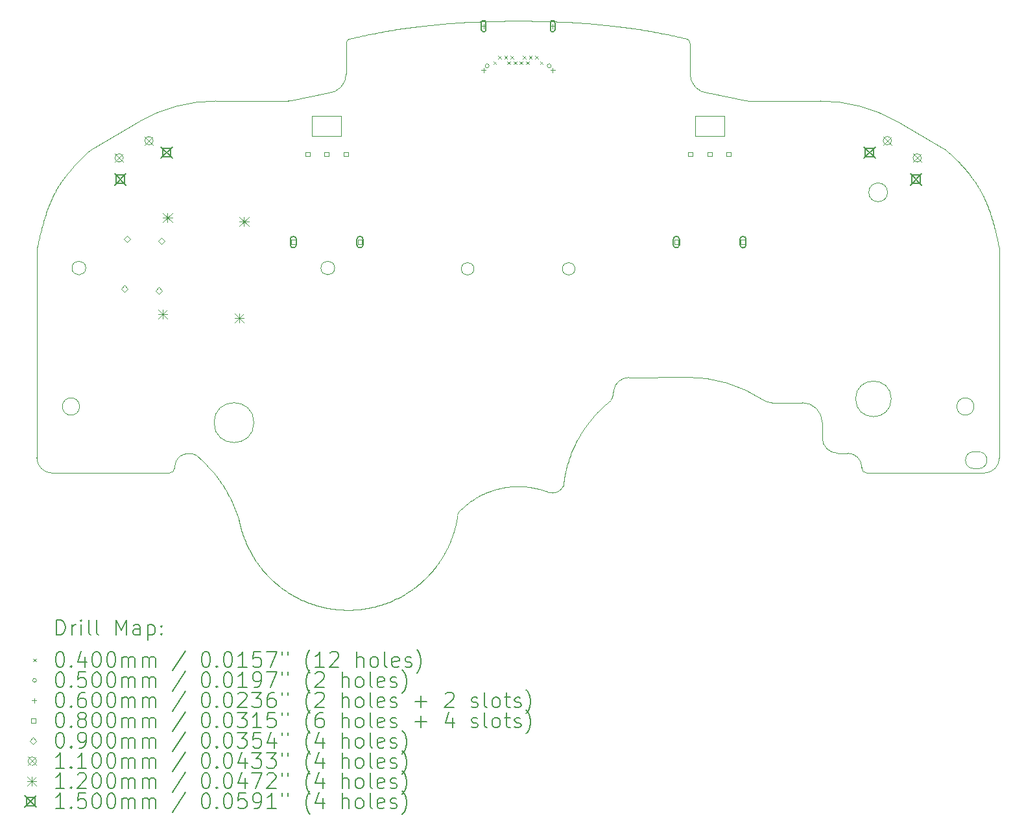
<source format=gbr>
%TF.GenerationSoftware,KiCad,Pcbnew,7.0.6*%
%TF.CreationDate,2023-11-08T16:21:41-08:00*%
%TF.ProjectId,UGC_Main,5547435f-4d61-4696-9e2e-6b696361645f,rev?*%
%TF.SameCoordinates,Original*%
%TF.FileFunction,Drillmap*%
%TF.FilePolarity,Positive*%
%FSLAX45Y45*%
G04 Gerber Fmt 4.5, Leading zero omitted, Abs format (unit mm)*
G04 Created by KiCad (PCBNEW 7.0.6) date 2023-11-08 16:21:41*
%MOMM*%
%LPD*%
G01*
G04 APERTURE LIST*
%ADD10C,0.100000*%
%ADD11C,0.200000*%
%ADD12C,0.040000*%
%ADD13C,0.050000*%
%ADD14C,0.060000*%
%ADD15C,0.080000*%
%ADD16C,0.090000*%
%ADD17C,0.110000*%
%ADD18C,0.120000*%
%ADD19C,0.150000*%
G04 APERTURE END LIST*
D10*
X25169906Y-13390749D02*
X25566240Y-13390749D01*
X27806240Y-14031037D02*
X27866240Y-14031037D01*
X27806947Y-13440646D02*
G75*
G03*
X27806947Y-13440646I-112500J0D01*
G01*
X17305005Y-14310005D02*
G75*
G03*
X17370005Y-14245003I-5J65005D01*
G01*
X20980039Y-15181304D02*
X20983859Y-15171432D01*
X20987606Y-15161534D01*
X20991280Y-15151611D01*
X20994881Y-15141664D01*
X20998408Y-15131691D01*
X21001861Y-15121695D01*
X21005241Y-15111675D01*
X21008547Y-15101631D01*
X21011780Y-15091565D01*
X21014938Y-15081477D01*
X21018022Y-15071366D01*
X21021032Y-15061233D01*
X21023968Y-15051080D01*
X21026829Y-15040905D01*
X21029616Y-15030711D01*
X21032328Y-15020496D01*
X21034966Y-15010262D01*
X21037528Y-15000008D01*
X21040016Y-14989736D01*
X21042429Y-14979445D01*
X21044766Y-14969137D01*
X21047028Y-14958811D01*
X21049215Y-14948468D01*
X21051326Y-14938108D01*
X21053362Y-14927732D01*
X21055321Y-14917340D01*
X21057206Y-14906932D01*
X21059014Y-14896510D01*
X21060746Y-14886072D01*
X21062402Y-14875621D01*
X21063981Y-14865156D01*
X21065485Y-14854677D01*
X28140061Y-11395000D02*
X28134955Y-11369530D01*
X28129858Y-11344526D01*
X28124766Y-11319977D01*
X28119673Y-11295871D01*
X28114575Y-11272197D01*
X28109468Y-11248945D01*
X28104347Y-11226104D01*
X28099207Y-11203663D01*
X28094044Y-11181611D01*
X28088853Y-11159936D01*
X28083631Y-11138629D01*
X28078371Y-11117677D01*
X28073069Y-11097071D01*
X28067722Y-11076799D01*
X28062323Y-11056850D01*
X28056870Y-11037214D01*
X28051357Y-11017879D01*
X28045779Y-10998835D01*
X28040132Y-10980070D01*
X28034412Y-10961574D01*
X28028613Y-10943336D01*
X28022732Y-10925345D01*
X28016763Y-10907589D01*
X28010702Y-10890059D01*
X28004545Y-10872742D01*
X27998287Y-10855629D01*
X27991923Y-10838708D01*
X27985448Y-10821968D01*
X27978859Y-10805399D01*
X27972150Y-10788989D01*
X27965318Y-10772727D01*
X27958356Y-10756603D01*
X24816107Y-9443383D02*
X24373603Y-9350611D01*
X24546240Y-9901360D02*
X24166240Y-9901360D01*
X19339935Y-16069936D02*
X19357267Y-16073429D01*
X19374632Y-16076708D01*
X19392025Y-16079773D01*
X19409447Y-16082625D01*
X19426894Y-16085263D01*
X19444365Y-16087687D01*
X19461857Y-16089897D01*
X19479369Y-16091893D01*
X19496899Y-16093675D01*
X19514445Y-16095243D01*
X19532005Y-16096597D01*
X19549576Y-16097737D01*
X19567158Y-16098663D01*
X19584747Y-16099375D01*
X19602343Y-16099872D01*
X19619943Y-16100155D01*
X19637545Y-16100224D01*
X19655147Y-16100078D01*
X19672747Y-16099718D01*
X19690344Y-16099143D01*
X19707934Y-16098354D01*
X19725518Y-16097350D01*
X19743091Y-16096132D01*
X19760653Y-16094699D01*
X19778202Y-16093051D01*
X19795735Y-16091189D01*
X19813251Y-16089112D01*
X19830747Y-16086820D01*
X19848222Y-16084313D01*
X19865673Y-16081591D01*
X19883100Y-16078654D01*
X19900499Y-16075502D01*
X15772419Y-14310003D02*
X17305005Y-14310003D01*
X21424801Y-14574463D02*
X21436714Y-14569303D01*
X21448682Y-14564290D01*
X21460705Y-14559427D01*
X21472780Y-14554713D01*
X21484906Y-14550148D01*
X21497083Y-14545732D01*
X21509307Y-14541467D01*
X21521579Y-14537352D01*
X21533896Y-14533388D01*
X21546257Y-14529574D01*
X21558661Y-14525912D01*
X21571106Y-14522401D01*
X21583591Y-14519043D01*
X21596115Y-14515836D01*
X21608676Y-14512782D01*
X21621272Y-14509881D01*
X21633903Y-14507133D01*
X21646567Y-14504538D01*
X21659262Y-14502098D01*
X21671988Y-14499811D01*
X21684742Y-14497679D01*
X21697523Y-14495702D01*
X21710330Y-14493879D01*
X21723162Y-14492212D01*
X21736017Y-14490701D01*
X21748893Y-14489346D01*
X21761790Y-14488147D01*
X21774705Y-14487105D01*
X21787638Y-14486219D01*
X21800587Y-14485491D01*
X21813551Y-14484921D01*
X21826528Y-14484509D01*
X23085098Y-13328944D02*
X23104852Y-13224422D01*
X27958356Y-10756603D02*
X27950953Y-10739919D01*
X27943157Y-10722849D01*
X27934942Y-10705397D01*
X27926281Y-10687567D01*
X27921775Y-10678510D01*
X27917146Y-10669360D01*
X27912393Y-10660117D01*
X27907512Y-10650780D01*
X27902498Y-10641352D01*
X27897350Y-10631831D01*
X27892062Y-10622219D01*
X27886633Y-10612515D01*
X27881059Y-10602720D01*
X27875336Y-10592835D01*
X27869460Y-10582860D01*
X27863430Y-10572795D01*
X27857240Y-10562641D01*
X27850888Y-10552398D01*
X27844371Y-10542066D01*
X27837685Y-10531646D01*
X27830826Y-10521138D01*
X27823792Y-10510543D01*
X27816579Y-10499861D01*
X27809183Y-10489092D01*
X27801601Y-10478236D01*
X27793831Y-10467295D01*
X27785867Y-10456269D01*
X27777708Y-10445157D01*
X24816107Y-9443382D02*
G75*
G03*
X24857146Y-9447639I41043J195752D01*
G01*
X21856240Y-8401776D02*
X21816779Y-8401793D01*
X21777197Y-8401923D01*
X21737501Y-8402171D01*
X21697699Y-8402539D01*
X21657797Y-8403028D01*
X21617803Y-8403641D01*
X21577721Y-8404381D01*
X21537561Y-8405250D01*
X21497328Y-8406251D01*
X21457029Y-8407386D01*
X21416672Y-8408658D01*
X21376262Y-8410069D01*
X21335806Y-8411621D01*
X21295313Y-8413317D01*
X21254787Y-8415159D01*
X21214237Y-8417150D01*
X21173669Y-8419293D01*
X21133089Y-8421589D01*
X21092505Y-8424042D01*
X21051923Y-8426653D01*
X21011350Y-8429425D01*
X20970794Y-8432361D01*
X20930260Y-8435463D01*
X20889756Y-8438733D01*
X20849288Y-8442174D01*
X20808863Y-8445789D01*
X20768488Y-8449579D01*
X20728171Y-8453548D01*
X20687917Y-8457697D01*
X20647733Y-8462030D01*
X20607626Y-8466548D01*
X20567604Y-8471254D01*
X15572419Y-11395000D02*
X15572419Y-14110003D01*
X19369523Y-9346626D02*
G75*
G03*
X19611851Y-9091360I-13283J255266D01*
G01*
X23300172Y-13061567D02*
G75*
G03*
X23104852Y-13224422I1198J-199993D01*
G01*
X19900499Y-16075502D02*
X19917800Y-16072149D01*
X19935049Y-16068587D01*
X19952244Y-16064817D01*
X19969384Y-16060839D01*
X19986467Y-16056655D01*
X20003490Y-16052265D01*
X20020453Y-16047669D01*
X20037353Y-16042869D01*
X20054188Y-16037865D01*
X20070957Y-16032658D01*
X20087658Y-16027249D01*
X20104289Y-16021638D01*
X20120848Y-16015827D01*
X20137333Y-16009815D01*
X20153743Y-16003604D01*
X20170076Y-15997194D01*
X20186329Y-15990587D01*
X20202502Y-15983782D01*
X20218592Y-15976781D01*
X20234597Y-15969585D01*
X20250516Y-15962193D01*
X20266347Y-15954607D01*
X20282087Y-15946828D01*
X20297736Y-15938856D01*
X20313292Y-15930693D01*
X20328752Y-15922338D01*
X20344114Y-15913792D01*
X20359378Y-15905057D01*
X20374540Y-15896132D01*
X20389600Y-15887020D01*
X20404556Y-15877720D01*
X20419405Y-15868233D01*
X16912920Y-9714158D02*
X16292649Y-10071088D01*
X16211273Y-11630178D02*
G75*
G03*
X16211273Y-11630178I-90000J0D01*
G01*
X18406851Y-13651360D02*
G75*
G03*
X18406851Y-13651360I-260611J0D01*
G01*
X19369523Y-9346625D02*
G75*
G03*
X19338878Y-9350611I10377J-199595D01*
G01*
X24166240Y-9641360D02*
X24546240Y-9641360D01*
X17910439Y-9447637D02*
G75*
G03*
X16912920Y-9714158I1J-1999993D01*
G01*
X18215268Y-14939129D02*
G75*
G03*
X18213383Y-14931648I-78488J-15791D01*
G01*
X23066727Y-13359077D02*
G75*
G03*
X23085098Y-13328944I-30757J39418D01*
G01*
X17905095Y-14335943D02*
X17915932Y-14349969D01*
X17926765Y-14364281D01*
X17937589Y-14378879D01*
X17948396Y-14393764D01*
X17959177Y-14408938D01*
X17969926Y-14424401D01*
X17980635Y-14440155D01*
X17991297Y-14456200D01*
X18001903Y-14472538D01*
X18012447Y-14489170D01*
X18022921Y-14506097D01*
X18033317Y-14523321D01*
X18043628Y-14540841D01*
X18053847Y-14558659D01*
X18063965Y-14576777D01*
X18073976Y-14595196D01*
X18083872Y-14613916D01*
X18093645Y-14632939D01*
X18103288Y-14652265D01*
X18112793Y-14671896D01*
X18122153Y-14691834D01*
X18131361Y-14712078D01*
X18140408Y-14732630D01*
X18149287Y-14753492D01*
X18157991Y-14774664D01*
X18166513Y-14796147D01*
X18174844Y-14817943D01*
X18182978Y-14840052D01*
X18190906Y-14862477D01*
X18198621Y-14885217D01*
X18206116Y-14908273D01*
X18213384Y-14931648D01*
X27866240Y-14251683D02*
G75*
G03*
X27866240Y-14031037I0J110323D01*
G01*
X27940061Y-14310001D02*
G75*
G03*
X28140061Y-14110003I-1J200001D01*
G01*
X22598420Y-11641360D02*
G75*
G03*
X22598420Y-11641360I-82180J0D01*
G01*
X20567604Y-8471254D02*
X20533100Y-8475471D01*
X20498996Y-8479783D01*
X20465292Y-8484185D01*
X20431985Y-8488675D01*
X20399075Y-8493249D01*
X20366559Y-8497902D01*
X20334437Y-8502631D01*
X20302707Y-8507432D01*
X20271366Y-8512301D01*
X20240415Y-8517235D01*
X20209850Y-8522230D01*
X20179671Y-8527281D01*
X20149876Y-8532385D01*
X20120463Y-8537539D01*
X20091431Y-8542738D01*
X20062779Y-8547978D01*
X20034504Y-8553257D01*
X20006606Y-8558569D01*
X19979083Y-8563912D01*
X19951932Y-8569281D01*
X19925154Y-8574673D01*
X19898746Y-8580083D01*
X19872706Y-8585509D01*
X19847033Y-8590945D01*
X19821726Y-8596389D01*
X19796783Y-8601837D01*
X19772203Y-8607284D01*
X19747983Y-8612728D01*
X19724123Y-8618163D01*
X19700621Y-8623587D01*
X19677475Y-8628996D01*
X19654683Y-8634385D01*
X24546240Y-9641360D02*
X24546240Y-9901360D01*
X15572417Y-14110003D02*
G75*
G03*
X15772419Y-14310003I200003J3D01*
G01*
X25826851Y-13651360D02*
G75*
G03*
X25566240Y-13390749I-260611J0D01*
G01*
X23144876Y-8471254D02*
X23104854Y-8466548D01*
X23064748Y-8462030D01*
X23024564Y-8457697D01*
X22984310Y-8453548D01*
X22943992Y-8449579D01*
X22903617Y-8445789D01*
X22863193Y-8442174D01*
X22822725Y-8438733D01*
X22782221Y-8435463D01*
X22741687Y-8432361D01*
X22701130Y-8429425D01*
X22660558Y-8426653D01*
X22619976Y-8424042D01*
X22579392Y-8421589D01*
X22538812Y-8419293D01*
X22498244Y-8417150D01*
X22457693Y-8415159D01*
X22417168Y-8413317D01*
X22376674Y-8411621D01*
X22336219Y-8410069D01*
X22295809Y-8408658D01*
X22255451Y-8407386D01*
X22215153Y-8406251D01*
X22174920Y-8405250D01*
X22134759Y-8404381D01*
X22094678Y-8403641D01*
X22054683Y-8403028D01*
X22014781Y-8402539D01*
X21974979Y-8402171D01*
X21935284Y-8401923D01*
X21895702Y-8401793D01*
X21856240Y-8401776D01*
X27777708Y-10445157D02*
X27768077Y-10432274D01*
X27758316Y-10419460D01*
X27748428Y-10406717D01*
X27738415Y-10394044D01*
X27728281Y-10381443D01*
X27718028Y-10368914D01*
X27707660Y-10356459D01*
X27697180Y-10344077D01*
X27686590Y-10331770D01*
X27675894Y-10319539D01*
X27665095Y-10307384D01*
X27654195Y-10295306D01*
X27643199Y-10283305D01*
X27632108Y-10271384D01*
X27620926Y-10259541D01*
X27609656Y-10247778D01*
X27598301Y-10236097D01*
X27586864Y-10224497D01*
X27575348Y-10212979D01*
X27563756Y-10201544D01*
X27552092Y-10190193D01*
X27540357Y-10178927D01*
X27528555Y-10167746D01*
X27516690Y-10156652D01*
X27504763Y-10145644D01*
X27492779Y-10134724D01*
X27480740Y-10123893D01*
X27468650Y-10113150D01*
X27456511Y-10102498D01*
X27444326Y-10091936D01*
X27432098Y-10081466D01*
X27419831Y-10071088D01*
X26342475Y-14235003D02*
G75*
G03*
X26157527Y-14050055I-184945J3D01*
G01*
X27806240Y-14031037D02*
G75*
G03*
X27806240Y-14251683I0J-110323D01*
G01*
X17390175Y-14151015D02*
X17395197Y-14141654D01*
X17400754Y-14132623D01*
X17406829Y-14123945D01*
X17413404Y-14115639D01*
X17420458Y-14107726D01*
X17427976Y-14100228D01*
X17431108Y-14097350D01*
X19166240Y-9641360D02*
X19546240Y-9641360D01*
X17626916Y-14064662D02*
X17637202Y-14069362D01*
X17647165Y-14074675D01*
X17656778Y-14080588D01*
X17666013Y-14087085D01*
X17674841Y-14094151D01*
X17677689Y-14096631D01*
X26799561Y-9714159D02*
G75*
G03*
X25802042Y-9447639I-997521J-1733481D01*
G01*
X24057797Y-8634385D02*
X24035006Y-8628996D01*
X24011860Y-8623587D01*
X23988358Y-8618163D01*
X23964497Y-8612728D01*
X23940278Y-8607284D01*
X23915697Y-8601837D01*
X23890754Y-8596389D01*
X23865447Y-8590945D01*
X23839775Y-8585509D01*
X23813735Y-8580083D01*
X23787326Y-8574673D01*
X23760548Y-8569281D01*
X23733398Y-8563912D01*
X23705874Y-8558569D01*
X23677976Y-8553257D01*
X23649702Y-8547978D01*
X23621049Y-8542738D01*
X23592018Y-8537539D01*
X23562605Y-8532385D01*
X23532810Y-8527281D01*
X23502631Y-8522230D01*
X23472066Y-8517235D01*
X23441114Y-8512301D01*
X23409774Y-8507432D01*
X23378043Y-8502631D01*
X23345921Y-8497902D01*
X23313406Y-8493249D01*
X23280495Y-8488675D01*
X23247189Y-8484185D01*
X23213485Y-8479783D01*
X23179381Y-8475471D01*
X23144876Y-8471254D01*
X17570163Y-14050785D02*
X17581110Y-14052012D01*
X17591948Y-14053880D01*
X17602648Y-14056385D01*
X17613180Y-14059518D01*
X17623518Y-14063273D01*
X17626916Y-14064662D01*
X16130533Y-13440646D02*
G75*
G03*
X16130533Y-13440646I-112500J0D01*
G01*
X19166240Y-9901360D02*
X19166240Y-9641360D01*
X22443254Y-14485775D02*
X22445422Y-14465835D01*
X22447831Y-14445936D01*
X22450482Y-14426080D01*
X22453373Y-14406270D01*
X22456504Y-14386507D01*
X22459874Y-14366793D01*
X22463483Y-14347130D01*
X22467330Y-14327521D01*
X22471414Y-14307966D01*
X22475735Y-14288469D01*
X22480292Y-14269031D01*
X22485085Y-14249654D01*
X22490113Y-14230341D01*
X22495375Y-14211092D01*
X22500871Y-14191911D01*
X22506600Y-14172798D01*
X22512561Y-14153757D01*
X22518755Y-14134788D01*
X22525179Y-14115895D01*
X22531835Y-14097079D01*
X22538720Y-14078341D01*
X22545835Y-14059685D01*
X22553178Y-14041111D01*
X22560750Y-14022623D01*
X22568549Y-14004221D01*
X22576575Y-13985908D01*
X22584828Y-13967687D01*
X22593306Y-13949558D01*
X22602010Y-13931523D01*
X22610938Y-13913586D01*
X22620089Y-13895747D01*
X22629464Y-13878010D01*
X17390176Y-14151016D02*
G75*
G03*
X17370005Y-14235003I164754J-83984D01*
G01*
X24373603Y-9350610D02*
G75*
G03*
X24342957Y-9346625I-41033J-195740D01*
G01*
X20821056Y-15479385D02*
X20827067Y-15470663D01*
X20833012Y-15461899D01*
X20838892Y-15453093D01*
X20844706Y-15444246D01*
X20850455Y-15435358D01*
X20856137Y-15426430D01*
X20861753Y-15417461D01*
X20867303Y-15408453D01*
X20872786Y-15399406D01*
X20878202Y-15390319D01*
X20883551Y-15381194D01*
X20888833Y-15372031D01*
X20894047Y-15362829D01*
X20899194Y-15353590D01*
X20904273Y-15344315D01*
X20909284Y-15335002D01*
X20914226Y-15325653D01*
X20919100Y-15316268D01*
X20923906Y-15306847D01*
X20928642Y-15297391D01*
X20933310Y-15287900D01*
X20937908Y-15278374D01*
X20942437Y-15268815D01*
X20946896Y-15259221D01*
X20951286Y-15249595D01*
X20955605Y-15239935D01*
X20959854Y-15230242D01*
X20964033Y-15220518D01*
X20968141Y-15210761D01*
X20972178Y-15200973D01*
X20976144Y-15191154D01*
X20980039Y-15181304D01*
X21087098Y-14810251D02*
G75*
G03*
X21065484Y-14854677I57632J-55509D01*
G01*
X19546240Y-9901360D02*
X19166240Y-9901360D01*
X22820984Y-13595740D02*
X22827895Y-13587594D01*
X22834858Y-13579494D01*
X22841873Y-13571439D01*
X22848941Y-13563430D01*
X22856061Y-13555467D01*
X22863231Y-13547552D01*
X22870454Y-13539682D01*
X22877727Y-13531861D01*
X22885050Y-13524086D01*
X22892424Y-13516360D01*
X22899847Y-13508681D01*
X22907321Y-13501051D01*
X22914843Y-13493470D01*
X22922415Y-13485938D01*
X22930035Y-13478455D01*
X22937704Y-13471021D01*
X22945421Y-13463638D01*
X22953185Y-13456304D01*
X22960997Y-13449022D01*
X22968856Y-13441790D01*
X22976762Y-13434609D01*
X22984714Y-13427479D01*
X22992713Y-13420401D01*
X23000757Y-13413376D01*
X23008847Y-13406402D01*
X23016982Y-13399481D01*
X23025162Y-13392613D01*
X23033387Y-13385799D01*
X23041656Y-13379037D01*
X23049969Y-13372330D01*
X23058326Y-13365676D01*
X23066727Y-13359077D01*
X18855335Y-9447639D02*
X17910439Y-9447639D01*
X25059428Y-13357467D02*
G75*
G03*
X24051313Y-13057057I-997278J-1504943D01*
G01*
X28140061Y-14110003D02*
X28140061Y-11395000D01*
X18855335Y-9447639D02*
G75*
G03*
X18896373Y-9443383I5J199949D01*
G01*
X21278420Y-11641360D02*
G75*
G03*
X21278420Y-11641360I-82180J0D01*
G01*
X19654684Y-8634387D02*
G75*
G03*
X19611851Y-8695951I22826J-61564D01*
G01*
X21826528Y-14484509D02*
X21840376Y-14484243D01*
X21854223Y-14484158D01*
X21868067Y-14484253D01*
X21881905Y-14484527D01*
X21895736Y-14484982D01*
X21909558Y-14485617D01*
X21923370Y-14486430D01*
X21937169Y-14487424D01*
X21950954Y-14488596D01*
X21964724Y-14489948D01*
X21978475Y-14491479D01*
X21992208Y-14493188D01*
X22005919Y-14495077D01*
X22019607Y-14497144D01*
X22033271Y-14499389D01*
X22046909Y-14501812D01*
X26026851Y-14050055D02*
X26157527Y-14050055D01*
X21087096Y-14810249D02*
X21096164Y-14800949D01*
X21105340Y-14791765D01*
X21114622Y-14782699D01*
X21124009Y-14773750D01*
X21133500Y-14764921D01*
X21143095Y-14756211D01*
X21152791Y-14747621D01*
X21162587Y-14739153D01*
X21172483Y-14730807D01*
X21182478Y-14722584D01*
X21192569Y-14714484D01*
X21202756Y-14706510D01*
X21213038Y-14698661D01*
X21223413Y-14690938D01*
X21233880Y-14683342D01*
X21244439Y-14675874D01*
X21255087Y-14668535D01*
X21265824Y-14661325D01*
X21276649Y-14654246D01*
X21287560Y-14647298D01*
X21298556Y-14640482D01*
X21309637Y-14633800D01*
X21320800Y-14627250D01*
X21332045Y-14620836D01*
X21343370Y-14614557D01*
X21354775Y-14608414D01*
X21366257Y-14602408D01*
X21377817Y-14596540D01*
X21389452Y-14590810D01*
X21401162Y-14585221D01*
X21412945Y-14579771D01*
X21424801Y-14574463D01*
X27866240Y-14251683D02*
X27806240Y-14251683D01*
X26342477Y-14245003D02*
G75*
G03*
X26407475Y-14310003I65003J3D01*
G01*
X17370005Y-14245003D02*
X17370005Y-14235003D01*
X18215268Y-14939129D02*
X18218854Y-14956411D01*
X18222649Y-14973637D01*
X18226652Y-14990807D01*
X18230861Y-15007918D01*
X18235277Y-15024968D01*
X18239899Y-15041957D01*
X18244726Y-15058882D01*
X18249756Y-15075740D01*
X18254990Y-15092532D01*
X18260427Y-15109254D01*
X18266065Y-15125905D01*
X18271905Y-15142483D01*
X18277945Y-15158986D01*
X18284185Y-15175413D01*
X18290623Y-15191761D01*
X18297260Y-15208030D01*
X18304094Y-15224216D01*
X18311125Y-15240319D01*
X18318352Y-15256336D01*
X18325774Y-15272266D01*
X18333390Y-15288107D01*
X18341201Y-15303856D01*
X18349204Y-15319514D01*
X18357399Y-15335076D01*
X18365786Y-15350543D01*
X18374364Y-15365911D01*
X18383132Y-15381180D01*
X18392089Y-15396347D01*
X18401235Y-15411410D01*
X18410568Y-15426368D01*
X18420088Y-15441219D01*
X18429795Y-15455961D01*
X24100629Y-9091360D02*
X24100629Y-8695951D01*
X24100631Y-8695951D02*
G75*
G03*
X24057797Y-8634385I-65661J1D01*
G01*
X25826851Y-13651360D02*
X25826851Y-13850055D01*
X19611851Y-8695951D02*
X19611851Y-9091360D01*
X24166240Y-9901360D02*
X24166240Y-9641360D01*
X22046909Y-14501812D02*
X22060541Y-14504419D01*
X22074134Y-14507202D01*
X22087686Y-14510161D01*
X22101195Y-14513295D01*
X22114660Y-14516605D01*
X22128080Y-14520090D01*
X22141451Y-14523749D01*
X22154773Y-14527581D01*
X22168045Y-14531587D01*
X22181263Y-14535765D01*
X22194427Y-14540115D01*
X22207535Y-14544637D01*
X22220585Y-14549331D01*
X22233575Y-14554195D01*
X22246505Y-14559229D01*
X22259371Y-14564432D01*
X20419405Y-15868233D02*
X20434145Y-15858560D01*
X20448759Y-15848714D01*
X20463244Y-15838695D01*
X20477599Y-15828505D01*
X20491823Y-15818146D01*
X20505913Y-15807619D01*
X20519870Y-15796925D01*
X20533691Y-15786065D01*
X20547375Y-15775042D01*
X20560920Y-15763856D01*
X20574326Y-15752508D01*
X20587591Y-15741001D01*
X20600712Y-15729335D01*
X20613690Y-15717512D01*
X20626523Y-15705533D01*
X20639208Y-15693400D01*
X20651745Y-15681113D01*
X20664133Y-15668675D01*
X20676369Y-15656087D01*
X20688453Y-15643350D01*
X20700384Y-15630465D01*
X20712158Y-15617434D01*
X20723777Y-15604258D01*
X20735237Y-15590939D01*
X20746537Y-15577477D01*
X20757677Y-15563875D01*
X20768654Y-15550134D01*
X20779468Y-15536254D01*
X20790116Y-15522238D01*
X20800598Y-15508087D01*
X20810912Y-15493802D01*
X20821056Y-15479385D01*
X17677689Y-14096631D02*
X17689946Y-14107621D01*
X17701910Y-14118529D01*
X17713577Y-14129342D01*
X17724944Y-14140043D01*
X17736005Y-14150619D01*
X17746758Y-14161056D01*
X17757199Y-14171338D01*
X17767322Y-14181452D01*
X17777126Y-14191382D01*
X17786604Y-14201115D01*
X17795755Y-14210636D01*
X17804573Y-14219930D01*
X17813055Y-14228983D01*
X17821197Y-14237781D01*
X17828994Y-14246309D01*
X17836444Y-14254552D01*
X17843542Y-14262497D01*
X17850283Y-14270128D01*
X17862683Y-14284391D01*
X17873613Y-14297227D01*
X17883040Y-14308520D01*
X17890933Y-14318154D01*
X17897261Y-14326013D01*
X17903749Y-14334220D01*
X17905095Y-14335943D01*
X23300172Y-13061567D02*
X24051313Y-13057057D01*
X17431108Y-14097350D02*
X17439636Y-14090152D01*
X17448583Y-14083492D01*
X17457925Y-14077384D01*
X17463278Y-14074234D01*
X26678487Y-10641360D02*
G75*
G03*
X26678487Y-10641360I-122247J0D01*
G01*
X19461168Y-11630178D02*
G75*
G03*
X19461168Y-11630178I-90000J0D01*
G01*
X27419831Y-10071088D02*
X26799561Y-9714158D01*
X18429795Y-15455961D02*
X18439660Y-15470553D01*
X18449697Y-15485015D01*
X18459903Y-15499346D01*
X18470278Y-15513545D01*
X18480821Y-15527611D01*
X18491530Y-15541542D01*
X18502403Y-15555337D01*
X18513439Y-15568994D01*
X18524637Y-15582513D01*
X18535996Y-15595891D01*
X18547513Y-15609127D01*
X18559188Y-15622221D01*
X18571019Y-15635170D01*
X18583006Y-15647973D01*
X18595145Y-15660629D01*
X18607437Y-15673137D01*
X18619879Y-15685495D01*
X18632470Y-15697701D01*
X18645210Y-15709755D01*
X18658095Y-15721655D01*
X18671126Y-15733400D01*
X18684301Y-15744988D01*
X18697618Y-15756418D01*
X18711075Y-15767689D01*
X18724673Y-15778798D01*
X18738408Y-15789746D01*
X18752280Y-15800530D01*
X18766287Y-15811149D01*
X18780429Y-15821602D01*
X18794703Y-15831888D01*
X18809108Y-15842004D01*
X18823643Y-15851950D01*
X22629464Y-13878010D02*
X22634537Y-13868626D01*
X22639670Y-13859274D01*
X22644864Y-13849956D01*
X22650119Y-13840671D01*
X22655434Y-13831420D01*
X22660809Y-13822203D01*
X22666244Y-13813020D01*
X22671738Y-13803873D01*
X22677292Y-13794761D01*
X22682906Y-13785684D01*
X22688578Y-13776643D01*
X22694309Y-13767639D01*
X22700099Y-13758671D01*
X22705948Y-13749741D01*
X22711855Y-13740847D01*
X22717819Y-13731992D01*
X22723842Y-13723175D01*
X22729922Y-13714396D01*
X22736060Y-13705656D01*
X22742255Y-13696955D01*
X22748507Y-13688294D01*
X22754815Y-13679673D01*
X22761181Y-13671093D01*
X22767603Y-13662552D01*
X22774081Y-13654053D01*
X22780615Y-13645596D01*
X22787205Y-13637180D01*
X22793850Y-13628806D01*
X22800551Y-13620475D01*
X22807307Y-13612187D01*
X22814118Y-13603942D01*
X22820984Y-13595740D01*
X19546240Y-9641360D02*
X19546240Y-9901360D01*
X25826845Y-13850055D02*
G75*
G03*
X26026851Y-14050055I200005J5D01*
G01*
X25059430Y-13357464D02*
G75*
G03*
X25169906Y-13390749I110480J166714D01*
G01*
X16292649Y-10071088D02*
X16264857Y-10094782D01*
X16238032Y-10118290D01*
X16212155Y-10141599D01*
X16187210Y-10164692D01*
X16163179Y-10187556D01*
X16140047Y-10210176D01*
X16117795Y-10232537D01*
X16096406Y-10254626D01*
X16075864Y-10276426D01*
X16056151Y-10297924D01*
X16037250Y-10319105D01*
X16019145Y-10339955D01*
X16001817Y-10360458D01*
X15985251Y-10380600D01*
X15969428Y-10400367D01*
X15954332Y-10419744D01*
X15939945Y-10438716D01*
X15926252Y-10457269D01*
X15913233Y-10475388D01*
X15900873Y-10493059D01*
X15889154Y-10510267D01*
X15878060Y-10526997D01*
X15867572Y-10543234D01*
X15857675Y-10558965D01*
X15848350Y-10574175D01*
X15839581Y-10588848D01*
X15831351Y-10602970D01*
X15823643Y-10616528D01*
X15816439Y-10629505D01*
X15809723Y-10641888D01*
X15803477Y-10653661D01*
X15797684Y-10664811D01*
X18823643Y-15851950D02*
X18838347Y-15861751D01*
X18853162Y-15871367D01*
X18868085Y-15880798D01*
X18883116Y-15890041D01*
X18898251Y-15899098D01*
X18913490Y-15907966D01*
X18928830Y-15916645D01*
X18944270Y-15925134D01*
X18959807Y-15933433D01*
X18975440Y-15941541D01*
X18991168Y-15949456D01*
X19006987Y-15957179D01*
X19022897Y-15964708D01*
X19038896Y-15972043D01*
X19054981Y-15979182D01*
X19071152Y-15986126D01*
X19087405Y-15992872D01*
X19103740Y-15999422D01*
X19120154Y-16005772D01*
X19136645Y-16011924D01*
X19153213Y-16017876D01*
X19169854Y-16023628D01*
X19186568Y-16029178D01*
X19203352Y-16034525D01*
X19220204Y-16039670D01*
X19237123Y-16044611D01*
X19254107Y-16049348D01*
X19271154Y-16053879D01*
X19288262Y-16058204D01*
X19305429Y-16062323D01*
X19322654Y-16066233D01*
X19339935Y-16069936D01*
X22259371Y-14564434D02*
G75*
G03*
X22443254Y-14485775I46139J146404D01*
G01*
X24100629Y-9091360D02*
G75*
G03*
X24342957Y-9346625I255611J0D01*
G01*
X15797684Y-10664811D02*
X15788022Y-10683918D01*
X15778602Y-10703191D01*
X15769417Y-10722639D01*
X15760460Y-10742268D01*
X15751722Y-10762086D01*
X15743198Y-10782101D01*
X15734879Y-10802318D01*
X15726759Y-10822746D01*
X15718829Y-10843392D01*
X15711084Y-10864263D01*
X15703514Y-10885367D01*
X15696115Y-10906709D01*
X15688876Y-10928299D01*
X15681793Y-10950142D01*
X15674857Y-10972247D01*
X15668061Y-10994620D01*
X15661397Y-11017268D01*
X15654859Y-11040200D01*
X15648440Y-11063422D01*
X15642131Y-11086941D01*
X15635926Y-11110765D01*
X15629817Y-11134900D01*
X15623797Y-11159355D01*
X15617858Y-11184136D01*
X15611994Y-11209250D01*
X15606198Y-11234706D01*
X15600461Y-11260509D01*
X15594777Y-11286668D01*
X15589138Y-11313189D01*
X15583536Y-11340080D01*
X15577966Y-11367348D01*
X15572419Y-11395000D01*
X26726947Y-13340646D02*
G75*
G03*
X26726947Y-13340646I-232500J0D01*
G01*
X17463278Y-14074234D02*
X17472981Y-14069116D01*
X17482961Y-14064585D01*
X17493194Y-14060652D01*
X17498978Y-14058729D01*
X19338878Y-9350611D02*
X18896373Y-9443383D01*
X26342475Y-14235003D02*
X26342475Y-14245003D01*
X25802042Y-9447639D02*
X24857146Y-9447639D01*
X17498978Y-14058729D02*
X17509833Y-14055676D01*
X17520836Y-14053290D01*
X17531954Y-14051572D01*
X17543153Y-14050528D01*
X17554400Y-14050159D01*
X17565661Y-14050470D01*
X17570163Y-14050785D01*
X26407475Y-14310003D02*
X27940061Y-14310003D01*
D11*
D12*
X21531240Y-8928360D02*
X21571240Y-8968360D01*
X21571240Y-8928360D02*
X21531240Y-8968360D01*
X21596240Y-8858360D02*
X21636240Y-8898360D01*
X21636240Y-8858360D02*
X21596240Y-8898360D01*
X21676240Y-8858360D02*
X21716240Y-8898360D01*
X21716240Y-8858360D02*
X21676240Y-8898360D01*
X21716240Y-8928360D02*
X21756240Y-8968360D01*
X21756240Y-8928360D02*
X21716240Y-8968360D01*
X21756240Y-8858360D02*
X21796240Y-8898360D01*
X21796240Y-8858360D02*
X21756240Y-8898360D01*
X21796240Y-8928360D02*
X21836240Y-8968360D01*
X21836240Y-8928360D02*
X21796240Y-8968360D01*
X21876240Y-8928360D02*
X21916240Y-8968360D01*
X21916240Y-8928360D02*
X21876240Y-8968360D01*
X21916240Y-8858360D02*
X21956240Y-8898360D01*
X21956240Y-8858360D02*
X21916240Y-8898360D01*
X21956240Y-8928360D02*
X21996240Y-8968360D01*
X21996240Y-8928360D02*
X21956240Y-8968360D01*
X21996240Y-8858360D02*
X22036240Y-8898360D01*
X22036240Y-8858360D02*
X21996240Y-8898360D01*
X22076240Y-8858360D02*
X22116240Y-8898360D01*
X22116240Y-8858360D02*
X22076240Y-8898360D01*
X22141240Y-8928360D02*
X22181240Y-8968360D01*
X22181240Y-8928360D02*
X22141240Y-8968360D01*
D13*
X21476240Y-8988360D02*
G75*
G03*
X21476240Y-8988360I-25000J0D01*
G01*
X22286240Y-8988360D02*
G75*
G03*
X22286240Y-8988360I-25000J0D01*
G01*
D14*
X21406240Y-8438360D02*
X21406240Y-8498360D01*
X21376240Y-8468360D02*
X21436240Y-8468360D01*
D11*
X21376240Y-8423360D02*
X21376240Y-8513360D01*
X21376240Y-8513360D02*
G75*
G03*
X21436240Y-8513360I30000J0D01*
G01*
X21436240Y-8513360D02*
X21436240Y-8423360D01*
X21436240Y-8423360D02*
G75*
G03*
X21376240Y-8423360I-30000J0D01*
G01*
D14*
X21406240Y-9013360D02*
X21406240Y-9073360D01*
X21376240Y-9043360D02*
X21436240Y-9043360D01*
X22306240Y-8438360D02*
X22306240Y-8498360D01*
X22276240Y-8468360D02*
X22336240Y-8468360D01*
D11*
X22276240Y-8423360D02*
X22276240Y-8513360D01*
X22276240Y-8513360D02*
G75*
G03*
X22336240Y-8513360I30000J0D01*
G01*
X22336240Y-8513360D02*
X22336240Y-8423360D01*
X22336240Y-8423360D02*
G75*
G03*
X22276240Y-8423360I-30000J0D01*
G01*
D14*
X22306240Y-9013360D02*
X22306240Y-9073360D01*
X22276240Y-9043360D02*
X22336240Y-9043360D01*
D15*
X18949525Y-11319644D02*
X18949525Y-11263075D01*
X18892956Y-11263075D01*
X18892956Y-11319644D01*
X18949525Y-11319644D01*
D11*
X18881240Y-11256360D02*
X18881240Y-11326360D01*
X18881240Y-11326360D02*
G75*
G03*
X18961240Y-11326360I40000J0D01*
G01*
X18961240Y-11326360D02*
X18961240Y-11256360D01*
X18961240Y-11256360D02*
G75*
G03*
X18881240Y-11256360I-40000J0D01*
G01*
D15*
X19134525Y-10169644D02*
X19134525Y-10113075D01*
X19077956Y-10113075D01*
X19077956Y-10169644D01*
X19134525Y-10169644D01*
X19384525Y-10169644D02*
X19384525Y-10113075D01*
X19327956Y-10113075D01*
X19327956Y-10169644D01*
X19384525Y-10169644D01*
X19634525Y-10169644D02*
X19634525Y-10113075D01*
X19577956Y-10113075D01*
X19577956Y-10169644D01*
X19634525Y-10169644D01*
X19819525Y-11319644D02*
X19819525Y-11263075D01*
X19762956Y-11263075D01*
X19762956Y-11319644D01*
X19819525Y-11319644D01*
D11*
X19751240Y-11256360D02*
X19751240Y-11326360D01*
X19751240Y-11326360D02*
G75*
G03*
X19831240Y-11326360I40000J0D01*
G01*
X19831240Y-11326360D02*
X19831240Y-11256360D01*
X19831240Y-11256360D02*
G75*
G03*
X19751240Y-11256360I-40000J0D01*
G01*
D15*
X23949525Y-11319644D02*
X23949525Y-11263075D01*
X23892956Y-11263075D01*
X23892956Y-11319644D01*
X23949525Y-11319644D01*
D11*
X23881240Y-11256360D02*
X23881240Y-11326360D01*
X23881240Y-11326360D02*
G75*
G03*
X23961240Y-11326360I40000J0D01*
G01*
X23961240Y-11326360D02*
X23961240Y-11256360D01*
X23961240Y-11256360D02*
G75*
G03*
X23881240Y-11256360I-40000J0D01*
G01*
D15*
X24134525Y-10169644D02*
X24134525Y-10113075D01*
X24077956Y-10113075D01*
X24077956Y-10169644D01*
X24134525Y-10169644D01*
X24384525Y-10169644D02*
X24384525Y-10113075D01*
X24327956Y-10113075D01*
X24327956Y-10169644D01*
X24384525Y-10169644D01*
X24634525Y-10169644D02*
X24634525Y-10113075D01*
X24577956Y-10113075D01*
X24577956Y-10169644D01*
X24634525Y-10169644D01*
X24819525Y-11319644D02*
X24819525Y-11263075D01*
X24762956Y-11263075D01*
X24762956Y-11319644D01*
X24819525Y-11319644D01*
D11*
X24751240Y-11256360D02*
X24751240Y-11326360D01*
X24751240Y-11326360D02*
G75*
G03*
X24831240Y-11326360I40000J0D01*
G01*
X24831240Y-11326360D02*
X24831240Y-11256360D01*
X24831240Y-11256360D02*
G75*
G03*
X24751240Y-11256360I-40000J0D01*
G01*
D16*
X16715602Y-11946612D02*
X16760602Y-11901612D01*
X16715602Y-11856612D01*
X16670602Y-11901612D01*
X16715602Y-11946612D01*
X16749620Y-11297503D02*
X16794620Y-11252503D01*
X16749620Y-11207503D01*
X16704620Y-11252503D01*
X16749620Y-11297503D01*
X17164985Y-11970163D02*
X17209985Y-11925163D01*
X17164985Y-11880163D01*
X17119985Y-11925163D01*
X17164985Y-11970163D01*
X17199004Y-11321054D02*
X17244004Y-11276054D01*
X17199004Y-11231054D01*
X17154004Y-11276054D01*
X17199004Y-11321054D01*
D17*
X16591240Y-10136360D02*
X16701240Y-10246360D01*
X16701240Y-10136360D02*
X16591240Y-10246360D01*
X16701240Y-10191360D02*
G75*
G03*
X16701240Y-10191360I-55000J0D01*
G01*
X16980952Y-9911360D02*
X17090952Y-10021360D01*
X17090952Y-9911360D02*
X16980952Y-10021360D01*
X17090952Y-9966360D02*
G75*
G03*
X17090952Y-9966360I-55000J0D01*
G01*
X26621529Y-9911360D02*
X26731529Y-10021360D01*
X26731529Y-9911360D02*
X26621529Y-10021360D01*
X26731529Y-9966360D02*
G75*
G03*
X26731529Y-9966360I-55000J0D01*
G01*
X27011240Y-10136360D02*
X27121240Y-10246360D01*
X27121240Y-10136360D02*
X27011240Y-10246360D01*
X27121240Y-10191360D02*
G75*
G03*
X27121240Y-10191360I-55000J0D01*
G01*
D18*
X17153803Y-12175644D02*
X17273803Y-12295644D01*
X17273803Y-12175644D02*
X17153803Y-12295644D01*
X17213803Y-12175644D02*
X17213803Y-12295644D01*
X17153803Y-12235644D02*
X17273803Y-12235644D01*
X17220008Y-10912377D02*
X17340008Y-11032377D01*
X17340008Y-10912377D02*
X17220008Y-11032377D01*
X17280008Y-10912377D02*
X17280008Y-11032377D01*
X17220008Y-10972377D02*
X17340008Y-10972377D01*
X18152432Y-12227980D02*
X18272432Y-12347980D01*
X18272432Y-12227980D02*
X18152432Y-12347980D01*
X18212432Y-12227980D02*
X18212432Y-12347980D01*
X18152432Y-12287980D02*
X18272432Y-12287980D01*
X18218637Y-10964713D02*
X18338637Y-11084713D01*
X18338637Y-10964713D02*
X18218637Y-11084713D01*
X18278637Y-10964713D02*
X18278637Y-11084713D01*
X18218637Y-11024713D02*
X18338637Y-11024713D01*
D19*
X16587987Y-10395366D02*
X16737987Y-10545366D01*
X16737987Y-10395366D02*
X16587987Y-10545366D01*
X16716021Y-10523400D02*
X16716021Y-10417333D01*
X16609954Y-10417333D01*
X16609954Y-10523400D01*
X16716021Y-10523400D01*
X17194205Y-10045366D02*
X17344205Y-10195366D01*
X17344205Y-10045366D02*
X17194205Y-10195366D01*
X17322238Y-10173400D02*
X17322238Y-10067333D01*
X17216171Y-10067333D01*
X17216171Y-10173400D01*
X17322238Y-10173400D01*
X26368276Y-10045366D02*
X26518276Y-10195366D01*
X26518276Y-10045366D02*
X26368276Y-10195366D01*
X26496309Y-10173400D02*
X26496309Y-10067333D01*
X26390242Y-10067333D01*
X26390242Y-10173400D01*
X26496309Y-10173400D01*
X26974493Y-10395366D02*
X27124493Y-10545366D01*
X27124493Y-10395366D02*
X26974493Y-10545366D01*
X27102527Y-10523400D02*
X27102527Y-10417333D01*
X26996460Y-10417333D01*
X26996460Y-10523400D01*
X27102527Y-10523400D01*
D11*
X15828196Y-16426752D02*
X15828196Y-16226752D01*
X15828196Y-16226752D02*
X15875815Y-16226752D01*
X15875815Y-16226752D02*
X15904387Y-16236276D01*
X15904387Y-16236276D02*
X15923434Y-16255324D01*
X15923434Y-16255324D02*
X15932958Y-16274371D01*
X15932958Y-16274371D02*
X15942482Y-16312467D01*
X15942482Y-16312467D02*
X15942482Y-16341038D01*
X15942482Y-16341038D02*
X15932958Y-16379133D01*
X15932958Y-16379133D02*
X15923434Y-16398181D01*
X15923434Y-16398181D02*
X15904387Y-16417229D01*
X15904387Y-16417229D02*
X15875815Y-16426752D01*
X15875815Y-16426752D02*
X15828196Y-16426752D01*
X16028196Y-16426752D02*
X16028196Y-16293419D01*
X16028196Y-16331514D02*
X16037720Y-16312467D01*
X16037720Y-16312467D02*
X16047244Y-16302943D01*
X16047244Y-16302943D02*
X16066291Y-16293419D01*
X16066291Y-16293419D02*
X16085339Y-16293419D01*
X16152006Y-16426752D02*
X16152006Y-16293419D01*
X16152006Y-16226752D02*
X16142482Y-16236276D01*
X16142482Y-16236276D02*
X16152006Y-16245800D01*
X16152006Y-16245800D02*
X16161529Y-16236276D01*
X16161529Y-16236276D02*
X16152006Y-16226752D01*
X16152006Y-16226752D02*
X16152006Y-16245800D01*
X16275815Y-16426752D02*
X16256767Y-16417229D01*
X16256767Y-16417229D02*
X16247244Y-16398181D01*
X16247244Y-16398181D02*
X16247244Y-16226752D01*
X16380577Y-16426752D02*
X16361529Y-16417229D01*
X16361529Y-16417229D02*
X16352006Y-16398181D01*
X16352006Y-16398181D02*
X16352006Y-16226752D01*
X16609148Y-16426752D02*
X16609148Y-16226752D01*
X16609148Y-16226752D02*
X16675815Y-16369610D01*
X16675815Y-16369610D02*
X16742482Y-16226752D01*
X16742482Y-16226752D02*
X16742482Y-16426752D01*
X16923434Y-16426752D02*
X16923434Y-16321991D01*
X16923434Y-16321991D02*
X16913910Y-16302943D01*
X16913910Y-16302943D02*
X16894863Y-16293419D01*
X16894863Y-16293419D02*
X16856768Y-16293419D01*
X16856768Y-16293419D02*
X16837720Y-16302943D01*
X16923434Y-16417229D02*
X16904387Y-16426752D01*
X16904387Y-16426752D02*
X16856768Y-16426752D01*
X16856768Y-16426752D02*
X16837720Y-16417229D01*
X16837720Y-16417229D02*
X16828196Y-16398181D01*
X16828196Y-16398181D02*
X16828196Y-16379133D01*
X16828196Y-16379133D02*
X16837720Y-16360086D01*
X16837720Y-16360086D02*
X16856768Y-16350562D01*
X16856768Y-16350562D02*
X16904387Y-16350562D01*
X16904387Y-16350562D02*
X16923434Y-16341038D01*
X17018672Y-16293419D02*
X17018672Y-16493419D01*
X17018672Y-16302943D02*
X17037720Y-16293419D01*
X17037720Y-16293419D02*
X17075815Y-16293419D01*
X17075815Y-16293419D02*
X17094863Y-16302943D01*
X17094863Y-16302943D02*
X17104387Y-16312467D01*
X17104387Y-16312467D02*
X17113910Y-16331514D01*
X17113910Y-16331514D02*
X17113910Y-16388657D01*
X17113910Y-16388657D02*
X17104387Y-16407705D01*
X17104387Y-16407705D02*
X17094863Y-16417229D01*
X17094863Y-16417229D02*
X17075815Y-16426752D01*
X17075815Y-16426752D02*
X17037720Y-16426752D01*
X17037720Y-16426752D02*
X17018672Y-16417229D01*
X17199625Y-16407705D02*
X17209149Y-16417229D01*
X17209149Y-16417229D02*
X17199625Y-16426752D01*
X17199625Y-16426752D02*
X17190101Y-16417229D01*
X17190101Y-16417229D02*
X17199625Y-16407705D01*
X17199625Y-16407705D02*
X17199625Y-16426752D01*
X17199625Y-16302943D02*
X17209149Y-16312467D01*
X17209149Y-16312467D02*
X17199625Y-16321991D01*
X17199625Y-16321991D02*
X17190101Y-16312467D01*
X17190101Y-16312467D02*
X17199625Y-16302943D01*
X17199625Y-16302943D02*
X17199625Y-16321991D01*
D12*
X15527419Y-16735269D02*
X15567419Y-16775269D01*
X15567419Y-16735269D02*
X15527419Y-16775269D01*
D11*
X15866291Y-16646752D02*
X15885339Y-16646752D01*
X15885339Y-16646752D02*
X15904387Y-16656276D01*
X15904387Y-16656276D02*
X15913910Y-16665800D01*
X15913910Y-16665800D02*
X15923434Y-16684848D01*
X15923434Y-16684848D02*
X15932958Y-16722943D01*
X15932958Y-16722943D02*
X15932958Y-16770562D01*
X15932958Y-16770562D02*
X15923434Y-16808657D01*
X15923434Y-16808657D02*
X15913910Y-16827705D01*
X15913910Y-16827705D02*
X15904387Y-16837229D01*
X15904387Y-16837229D02*
X15885339Y-16846753D01*
X15885339Y-16846753D02*
X15866291Y-16846753D01*
X15866291Y-16846753D02*
X15847244Y-16837229D01*
X15847244Y-16837229D02*
X15837720Y-16827705D01*
X15837720Y-16827705D02*
X15828196Y-16808657D01*
X15828196Y-16808657D02*
X15818672Y-16770562D01*
X15818672Y-16770562D02*
X15818672Y-16722943D01*
X15818672Y-16722943D02*
X15828196Y-16684848D01*
X15828196Y-16684848D02*
X15837720Y-16665800D01*
X15837720Y-16665800D02*
X15847244Y-16656276D01*
X15847244Y-16656276D02*
X15866291Y-16646752D01*
X16018672Y-16827705D02*
X16028196Y-16837229D01*
X16028196Y-16837229D02*
X16018672Y-16846753D01*
X16018672Y-16846753D02*
X16009148Y-16837229D01*
X16009148Y-16837229D02*
X16018672Y-16827705D01*
X16018672Y-16827705D02*
X16018672Y-16846753D01*
X16199625Y-16713419D02*
X16199625Y-16846753D01*
X16152006Y-16637229D02*
X16104387Y-16780086D01*
X16104387Y-16780086D02*
X16228196Y-16780086D01*
X16342482Y-16646752D02*
X16361529Y-16646752D01*
X16361529Y-16646752D02*
X16380577Y-16656276D01*
X16380577Y-16656276D02*
X16390101Y-16665800D01*
X16390101Y-16665800D02*
X16399625Y-16684848D01*
X16399625Y-16684848D02*
X16409148Y-16722943D01*
X16409148Y-16722943D02*
X16409148Y-16770562D01*
X16409148Y-16770562D02*
X16399625Y-16808657D01*
X16399625Y-16808657D02*
X16390101Y-16827705D01*
X16390101Y-16827705D02*
X16380577Y-16837229D01*
X16380577Y-16837229D02*
X16361529Y-16846753D01*
X16361529Y-16846753D02*
X16342482Y-16846753D01*
X16342482Y-16846753D02*
X16323434Y-16837229D01*
X16323434Y-16837229D02*
X16313910Y-16827705D01*
X16313910Y-16827705D02*
X16304387Y-16808657D01*
X16304387Y-16808657D02*
X16294863Y-16770562D01*
X16294863Y-16770562D02*
X16294863Y-16722943D01*
X16294863Y-16722943D02*
X16304387Y-16684848D01*
X16304387Y-16684848D02*
X16313910Y-16665800D01*
X16313910Y-16665800D02*
X16323434Y-16656276D01*
X16323434Y-16656276D02*
X16342482Y-16646752D01*
X16532958Y-16646752D02*
X16552006Y-16646752D01*
X16552006Y-16646752D02*
X16571053Y-16656276D01*
X16571053Y-16656276D02*
X16580577Y-16665800D01*
X16580577Y-16665800D02*
X16590101Y-16684848D01*
X16590101Y-16684848D02*
X16599625Y-16722943D01*
X16599625Y-16722943D02*
X16599625Y-16770562D01*
X16599625Y-16770562D02*
X16590101Y-16808657D01*
X16590101Y-16808657D02*
X16580577Y-16827705D01*
X16580577Y-16827705D02*
X16571053Y-16837229D01*
X16571053Y-16837229D02*
X16552006Y-16846753D01*
X16552006Y-16846753D02*
X16532958Y-16846753D01*
X16532958Y-16846753D02*
X16513910Y-16837229D01*
X16513910Y-16837229D02*
X16504387Y-16827705D01*
X16504387Y-16827705D02*
X16494863Y-16808657D01*
X16494863Y-16808657D02*
X16485339Y-16770562D01*
X16485339Y-16770562D02*
X16485339Y-16722943D01*
X16485339Y-16722943D02*
X16494863Y-16684848D01*
X16494863Y-16684848D02*
X16504387Y-16665800D01*
X16504387Y-16665800D02*
X16513910Y-16656276D01*
X16513910Y-16656276D02*
X16532958Y-16646752D01*
X16685339Y-16846753D02*
X16685339Y-16713419D01*
X16685339Y-16732467D02*
X16694863Y-16722943D01*
X16694863Y-16722943D02*
X16713910Y-16713419D01*
X16713910Y-16713419D02*
X16742482Y-16713419D01*
X16742482Y-16713419D02*
X16761529Y-16722943D01*
X16761529Y-16722943D02*
X16771053Y-16741991D01*
X16771053Y-16741991D02*
X16771053Y-16846753D01*
X16771053Y-16741991D02*
X16780577Y-16722943D01*
X16780577Y-16722943D02*
X16799625Y-16713419D01*
X16799625Y-16713419D02*
X16828196Y-16713419D01*
X16828196Y-16713419D02*
X16847244Y-16722943D01*
X16847244Y-16722943D02*
X16856768Y-16741991D01*
X16856768Y-16741991D02*
X16856768Y-16846753D01*
X16952006Y-16846753D02*
X16952006Y-16713419D01*
X16952006Y-16732467D02*
X16961530Y-16722943D01*
X16961530Y-16722943D02*
X16980577Y-16713419D01*
X16980577Y-16713419D02*
X17009149Y-16713419D01*
X17009149Y-16713419D02*
X17028196Y-16722943D01*
X17028196Y-16722943D02*
X17037720Y-16741991D01*
X17037720Y-16741991D02*
X17037720Y-16846753D01*
X17037720Y-16741991D02*
X17047244Y-16722943D01*
X17047244Y-16722943D02*
X17066291Y-16713419D01*
X17066291Y-16713419D02*
X17094863Y-16713419D01*
X17094863Y-16713419D02*
X17113911Y-16722943D01*
X17113911Y-16722943D02*
X17123434Y-16741991D01*
X17123434Y-16741991D02*
X17123434Y-16846753D01*
X17513911Y-16637229D02*
X17342482Y-16894372D01*
X17771053Y-16646752D02*
X17790101Y-16646752D01*
X17790101Y-16646752D02*
X17809149Y-16656276D01*
X17809149Y-16656276D02*
X17818673Y-16665800D01*
X17818673Y-16665800D02*
X17828196Y-16684848D01*
X17828196Y-16684848D02*
X17837720Y-16722943D01*
X17837720Y-16722943D02*
X17837720Y-16770562D01*
X17837720Y-16770562D02*
X17828196Y-16808657D01*
X17828196Y-16808657D02*
X17818673Y-16827705D01*
X17818673Y-16827705D02*
X17809149Y-16837229D01*
X17809149Y-16837229D02*
X17790101Y-16846753D01*
X17790101Y-16846753D02*
X17771053Y-16846753D01*
X17771053Y-16846753D02*
X17752006Y-16837229D01*
X17752006Y-16837229D02*
X17742482Y-16827705D01*
X17742482Y-16827705D02*
X17732958Y-16808657D01*
X17732958Y-16808657D02*
X17723434Y-16770562D01*
X17723434Y-16770562D02*
X17723434Y-16722943D01*
X17723434Y-16722943D02*
X17732958Y-16684848D01*
X17732958Y-16684848D02*
X17742482Y-16665800D01*
X17742482Y-16665800D02*
X17752006Y-16656276D01*
X17752006Y-16656276D02*
X17771053Y-16646752D01*
X17923434Y-16827705D02*
X17932958Y-16837229D01*
X17932958Y-16837229D02*
X17923434Y-16846753D01*
X17923434Y-16846753D02*
X17913911Y-16837229D01*
X17913911Y-16837229D02*
X17923434Y-16827705D01*
X17923434Y-16827705D02*
X17923434Y-16846753D01*
X18056768Y-16646752D02*
X18075815Y-16646752D01*
X18075815Y-16646752D02*
X18094863Y-16656276D01*
X18094863Y-16656276D02*
X18104387Y-16665800D01*
X18104387Y-16665800D02*
X18113911Y-16684848D01*
X18113911Y-16684848D02*
X18123434Y-16722943D01*
X18123434Y-16722943D02*
X18123434Y-16770562D01*
X18123434Y-16770562D02*
X18113911Y-16808657D01*
X18113911Y-16808657D02*
X18104387Y-16827705D01*
X18104387Y-16827705D02*
X18094863Y-16837229D01*
X18094863Y-16837229D02*
X18075815Y-16846753D01*
X18075815Y-16846753D02*
X18056768Y-16846753D01*
X18056768Y-16846753D02*
X18037720Y-16837229D01*
X18037720Y-16837229D02*
X18028196Y-16827705D01*
X18028196Y-16827705D02*
X18018673Y-16808657D01*
X18018673Y-16808657D02*
X18009149Y-16770562D01*
X18009149Y-16770562D02*
X18009149Y-16722943D01*
X18009149Y-16722943D02*
X18018673Y-16684848D01*
X18018673Y-16684848D02*
X18028196Y-16665800D01*
X18028196Y-16665800D02*
X18037720Y-16656276D01*
X18037720Y-16656276D02*
X18056768Y-16646752D01*
X18313911Y-16846753D02*
X18199625Y-16846753D01*
X18256768Y-16846753D02*
X18256768Y-16646752D01*
X18256768Y-16646752D02*
X18237720Y-16675324D01*
X18237720Y-16675324D02*
X18218673Y-16694371D01*
X18218673Y-16694371D02*
X18199625Y-16703895D01*
X18494863Y-16646752D02*
X18399625Y-16646752D01*
X18399625Y-16646752D02*
X18390101Y-16741991D01*
X18390101Y-16741991D02*
X18399625Y-16732467D01*
X18399625Y-16732467D02*
X18418673Y-16722943D01*
X18418673Y-16722943D02*
X18466292Y-16722943D01*
X18466292Y-16722943D02*
X18485339Y-16732467D01*
X18485339Y-16732467D02*
X18494863Y-16741991D01*
X18494863Y-16741991D02*
X18504387Y-16761038D01*
X18504387Y-16761038D02*
X18504387Y-16808657D01*
X18504387Y-16808657D02*
X18494863Y-16827705D01*
X18494863Y-16827705D02*
X18485339Y-16837229D01*
X18485339Y-16837229D02*
X18466292Y-16846753D01*
X18466292Y-16846753D02*
X18418673Y-16846753D01*
X18418673Y-16846753D02*
X18399625Y-16837229D01*
X18399625Y-16837229D02*
X18390101Y-16827705D01*
X18571054Y-16646752D02*
X18704387Y-16646752D01*
X18704387Y-16646752D02*
X18618673Y-16846753D01*
X18771054Y-16646752D02*
X18771054Y-16684848D01*
X18847244Y-16646752D02*
X18847244Y-16684848D01*
X19142482Y-16922943D02*
X19132958Y-16913419D01*
X19132958Y-16913419D02*
X19113911Y-16884848D01*
X19113911Y-16884848D02*
X19104387Y-16865800D01*
X19104387Y-16865800D02*
X19094863Y-16837229D01*
X19094863Y-16837229D02*
X19085339Y-16789610D01*
X19085339Y-16789610D02*
X19085339Y-16751514D01*
X19085339Y-16751514D02*
X19094863Y-16703895D01*
X19094863Y-16703895D02*
X19104387Y-16675324D01*
X19104387Y-16675324D02*
X19113911Y-16656276D01*
X19113911Y-16656276D02*
X19132958Y-16627705D01*
X19132958Y-16627705D02*
X19142482Y-16618181D01*
X19323435Y-16846753D02*
X19209149Y-16846753D01*
X19266292Y-16846753D02*
X19266292Y-16646752D01*
X19266292Y-16646752D02*
X19247244Y-16675324D01*
X19247244Y-16675324D02*
X19228196Y-16694371D01*
X19228196Y-16694371D02*
X19209149Y-16703895D01*
X19399625Y-16665800D02*
X19409149Y-16656276D01*
X19409149Y-16656276D02*
X19428196Y-16646752D01*
X19428196Y-16646752D02*
X19475816Y-16646752D01*
X19475816Y-16646752D02*
X19494863Y-16656276D01*
X19494863Y-16656276D02*
X19504387Y-16665800D01*
X19504387Y-16665800D02*
X19513911Y-16684848D01*
X19513911Y-16684848D02*
X19513911Y-16703895D01*
X19513911Y-16703895D02*
X19504387Y-16732467D01*
X19504387Y-16732467D02*
X19390101Y-16846753D01*
X19390101Y-16846753D02*
X19513911Y-16846753D01*
X19752006Y-16846753D02*
X19752006Y-16646752D01*
X19837720Y-16846753D02*
X19837720Y-16741991D01*
X19837720Y-16741991D02*
X19828197Y-16722943D01*
X19828197Y-16722943D02*
X19809149Y-16713419D01*
X19809149Y-16713419D02*
X19780577Y-16713419D01*
X19780577Y-16713419D02*
X19761530Y-16722943D01*
X19761530Y-16722943D02*
X19752006Y-16732467D01*
X19961530Y-16846753D02*
X19942482Y-16837229D01*
X19942482Y-16837229D02*
X19932958Y-16827705D01*
X19932958Y-16827705D02*
X19923435Y-16808657D01*
X19923435Y-16808657D02*
X19923435Y-16751514D01*
X19923435Y-16751514D02*
X19932958Y-16732467D01*
X19932958Y-16732467D02*
X19942482Y-16722943D01*
X19942482Y-16722943D02*
X19961530Y-16713419D01*
X19961530Y-16713419D02*
X19990101Y-16713419D01*
X19990101Y-16713419D02*
X20009149Y-16722943D01*
X20009149Y-16722943D02*
X20018673Y-16732467D01*
X20018673Y-16732467D02*
X20028197Y-16751514D01*
X20028197Y-16751514D02*
X20028197Y-16808657D01*
X20028197Y-16808657D02*
X20018673Y-16827705D01*
X20018673Y-16827705D02*
X20009149Y-16837229D01*
X20009149Y-16837229D02*
X19990101Y-16846753D01*
X19990101Y-16846753D02*
X19961530Y-16846753D01*
X20142482Y-16846753D02*
X20123435Y-16837229D01*
X20123435Y-16837229D02*
X20113911Y-16818181D01*
X20113911Y-16818181D02*
X20113911Y-16646752D01*
X20294863Y-16837229D02*
X20275816Y-16846753D01*
X20275816Y-16846753D02*
X20237720Y-16846753D01*
X20237720Y-16846753D02*
X20218673Y-16837229D01*
X20218673Y-16837229D02*
X20209149Y-16818181D01*
X20209149Y-16818181D02*
X20209149Y-16741991D01*
X20209149Y-16741991D02*
X20218673Y-16722943D01*
X20218673Y-16722943D02*
X20237720Y-16713419D01*
X20237720Y-16713419D02*
X20275816Y-16713419D01*
X20275816Y-16713419D02*
X20294863Y-16722943D01*
X20294863Y-16722943D02*
X20304387Y-16741991D01*
X20304387Y-16741991D02*
X20304387Y-16761038D01*
X20304387Y-16761038D02*
X20209149Y-16780086D01*
X20380578Y-16837229D02*
X20399625Y-16846753D01*
X20399625Y-16846753D02*
X20437720Y-16846753D01*
X20437720Y-16846753D02*
X20456768Y-16837229D01*
X20456768Y-16837229D02*
X20466292Y-16818181D01*
X20466292Y-16818181D02*
X20466292Y-16808657D01*
X20466292Y-16808657D02*
X20456768Y-16789610D01*
X20456768Y-16789610D02*
X20437720Y-16780086D01*
X20437720Y-16780086D02*
X20409149Y-16780086D01*
X20409149Y-16780086D02*
X20390101Y-16770562D01*
X20390101Y-16770562D02*
X20380578Y-16751514D01*
X20380578Y-16751514D02*
X20380578Y-16741991D01*
X20380578Y-16741991D02*
X20390101Y-16722943D01*
X20390101Y-16722943D02*
X20409149Y-16713419D01*
X20409149Y-16713419D02*
X20437720Y-16713419D01*
X20437720Y-16713419D02*
X20456768Y-16722943D01*
X20532959Y-16922943D02*
X20542482Y-16913419D01*
X20542482Y-16913419D02*
X20561530Y-16884848D01*
X20561530Y-16884848D02*
X20571054Y-16865800D01*
X20571054Y-16865800D02*
X20580578Y-16837229D01*
X20580578Y-16837229D02*
X20590101Y-16789610D01*
X20590101Y-16789610D02*
X20590101Y-16751514D01*
X20590101Y-16751514D02*
X20580578Y-16703895D01*
X20580578Y-16703895D02*
X20571054Y-16675324D01*
X20571054Y-16675324D02*
X20561530Y-16656276D01*
X20561530Y-16656276D02*
X20542482Y-16627705D01*
X20542482Y-16627705D02*
X20532959Y-16618181D01*
D13*
X15567419Y-17019269D02*
G75*
G03*
X15567419Y-17019269I-25000J0D01*
G01*
D11*
X15866291Y-16910753D02*
X15885339Y-16910753D01*
X15885339Y-16910753D02*
X15904387Y-16920276D01*
X15904387Y-16920276D02*
X15913910Y-16929800D01*
X15913910Y-16929800D02*
X15923434Y-16948848D01*
X15923434Y-16948848D02*
X15932958Y-16986943D01*
X15932958Y-16986943D02*
X15932958Y-17034562D01*
X15932958Y-17034562D02*
X15923434Y-17072657D01*
X15923434Y-17072657D02*
X15913910Y-17091705D01*
X15913910Y-17091705D02*
X15904387Y-17101229D01*
X15904387Y-17101229D02*
X15885339Y-17110753D01*
X15885339Y-17110753D02*
X15866291Y-17110753D01*
X15866291Y-17110753D02*
X15847244Y-17101229D01*
X15847244Y-17101229D02*
X15837720Y-17091705D01*
X15837720Y-17091705D02*
X15828196Y-17072657D01*
X15828196Y-17072657D02*
X15818672Y-17034562D01*
X15818672Y-17034562D02*
X15818672Y-16986943D01*
X15818672Y-16986943D02*
X15828196Y-16948848D01*
X15828196Y-16948848D02*
X15837720Y-16929800D01*
X15837720Y-16929800D02*
X15847244Y-16920276D01*
X15847244Y-16920276D02*
X15866291Y-16910753D01*
X16018672Y-17091705D02*
X16028196Y-17101229D01*
X16028196Y-17101229D02*
X16018672Y-17110753D01*
X16018672Y-17110753D02*
X16009148Y-17101229D01*
X16009148Y-17101229D02*
X16018672Y-17091705D01*
X16018672Y-17091705D02*
X16018672Y-17110753D01*
X16209148Y-16910753D02*
X16113910Y-16910753D01*
X16113910Y-16910753D02*
X16104387Y-17005991D01*
X16104387Y-17005991D02*
X16113910Y-16996467D01*
X16113910Y-16996467D02*
X16132958Y-16986943D01*
X16132958Y-16986943D02*
X16180577Y-16986943D01*
X16180577Y-16986943D02*
X16199625Y-16996467D01*
X16199625Y-16996467D02*
X16209148Y-17005991D01*
X16209148Y-17005991D02*
X16218672Y-17025038D01*
X16218672Y-17025038D02*
X16218672Y-17072657D01*
X16218672Y-17072657D02*
X16209148Y-17091705D01*
X16209148Y-17091705D02*
X16199625Y-17101229D01*
X16199625Y-17101229D02*
X16180577Y-17110753D01*
X16180577Y-17110753D02*
X16132958Y-17110753D01*
X16132958Y-17110753D02*
X16113910Y-17101229D01*
X16113910Y-17101229D02*
X16104387Y-17091705D01*
X16342482Y-16910753D02*
X16361529Y-16910753D01*
X16361529Y-16910753D02*
X16380577Y-16920276D01*
X16380577Y-16920276D02*
X16390101Y-16929800D01*
X16390101Y-16929800D02*
X16399625Y-16948848D01*
X16399625Y-16948848D02*
X16409148Y-16986943D01*
X16409148Y-16986943D02*
X16409148Y-17034562D01*
X16409148Y-17034562D02*
X16399625Y-17072657D01*
X16399625Y-17072657D02*
X16390101Y-17091705D01*
X16390101Y-17091705D02*
X16380577Y-17101229D01*
X16380577Y-17101229D02*
X16361529Y-17110753D01*
X16361529Y-17110753D02*
X16342482Y-17110753D01*
X16342482Y-17110753D02*
X16323434Y-17101229D01*
X16323434Y-17101229D02*
X16313910Y-17091705D01*
X16313910Y-17091705D02*
X16304387Y-17072657D01*
X16304387Y-17072657D02*
X16294863Y-17034562D01*
X16294863Y-17034562D02*
X16294863Y-16986943D01*
X16294863Y-16986943D02*
X16304387Y-16948848D01*
X16304387Y-16948848D02*
X16313910Y-16929800D01*
X16313910Y-16929800D02*
X16323434Y-16920276D01*
X16323434Y-16920276D02*
X16342482Y-16910753D01*
X16532958Y-16910753D02*
X16552006Y-16910753D01*
X16552006Y-16910753D02*
X16571053Y-16920276D01*
X16571053Y-16920276D02*
X16580577Y-16929800D01*
X16580577Y-16929800D02*
X16590101Y-16948848D01*
X16590101Y-16948848D02*
X16599625Y-16986943D01*
X16599625Y-16986943D02*
X16599625Y-17034562D01*
X16599625Y-17034562D02*
X16590101Y-17072657D01*
X16590101Y-17072657D02*
X16580577Y-17091705D01*
X16580577Y-17091705D02*
X16571053Y-17101229D01*
X16571053Y-17101229D02*
X16552006Y-17110753D01*
X16552006Y-17110753D02*
X16532958Y-17110753D01*
X16532958Y-17110753D02*
X16513910Y-17101229D01*
X16513910Y-17101229D02*
X16504387Y-17091705D01*
X16504387Y-17091705D02*
X16494863Y-17072657D01*
X16494863Y-17072657D02*
X16485339Y-17034562D01*
X16485339Y-17034562D02*
X16485339Y-16986943D01*
X16485339Y-16986943D02*
X16494863Y-16948848D01*
X16494863Y-16948848D02*
X16504387Y-16929800D01*
X16504387Y-16929800D02*
X16513910Y-16920276D01*
X16513910Y-16920276D02*
X16532958Y-16910753D01*
X16685339Y-17110753D02*
X16685339Y-16977419D01*
X16685339Y-16996467D02*
X16694863Y-16986943D01*
X16694863Y-16986943D02*
X16713910Y-16977419D01*
X16713910Y-16977419D02*
X16742482Y-16977419D01*
X16742482Y-16977419D02*
X16761529Y-16986943D01*
X16761529Y-16986943D02*
X16771053Y-17005991D01*
X16771053Y-17005991D02*
X16771053Y-17110753D01*
X16771053Y-17005991D02*
X16780577Y-16986943D01*
X16780577Y-16986943D02*
X16799625Y-16977419D01*
X16799625Y-16977419D02*
X16828196Y-16977419D01*
X16828196Y-16977419D02*
X16847244Y-16986943D01*
X16847244Y-16986943D02*
X16856768Y-17005991D01*
X16856768Y-17005991D02*
X16856768Y-17110753D01*
X16952006Y-17110753D02*
X16952006Y-16977419D01*
X16952006Y-16996467D02*
X16961530Y-16986943D01*
X16961530Y-16986943D02*
X16980577Y-16977419D01*
X16980577Y-16977419D02*
X17009149Y-16977419D01*
X17009149Y-16977419D02*
X17028196Y-16986943D01*
X17028196Y-16986943D02*
X17037720Y-17005991D01*
X17037720Y-17005991D02*
X17037720Y-17110753D01*
X17037720Y-17005991D02*
X17047244Y-16986943D01*
X17047244Y-16986943D02*
X17066291Y-16977419D01*
X17066291Y-16977419D02*
X17094863Y-16977419D01*
X17094863Y-16977419D02*
X17113911Y-16986943D01*
X17113911Y-16986943D02*
X17123434Y-17005991D01*
X17123434Y-17005991D02*
X17123434Y-17110753D01*
X17513911Y-16901229D02*
X17342482Y-17158372D01*
X17771053Y-16910753D02*
X17790101Y-16910753D01*
X17790101Y-16910753D02*
X17809149Y-16920276D01*
X17809149Y-16920276D02*
X17818673Y-16929800D01*
X17818673Y-16929800D02*
X17828196Y-16948848D01*
X17828196Y-16948848D02*
X17837720Y-16986943D01*
X17837720Y-16986943D02*
X17837720Y-17034562D01*
X17837720Y-17034562D02*
X17828196Y-17072657D01*
X17828196Y-17072657D02*
X17818673Y-17091705D01*
X17818673Y-17091705D02*
X17809149Y-17101229D01*
X17809149Y-17101229D02*
X17790101Y-17110753D01*
X17790101Y-17110753D02*
X17771053Y-17110753D01*
X17771053Y-17110753D02*
X17752006Y-17101229D01*
X17752006Y-17101229D02*
X17742482Y-17091705D01*
X17742482Y-17091705D02*
X17732958Y-17072657D01*
X17732958Y-17072657D02*
X17723434Y-17034562D01*
X17723434Y-17034562D02*
X17723434Y-16986943D01*
X17723434Y-16986943D02*
X17732958Y-16948848D01*
X17732958Y-16948848D02*
X17742482Y-16929800D01*
X17742482Y-16929800D02*
X17752006Y-16920276D01*
X17752006Y-16920276D02*
X17771053Y-16910753D01*
X17923434Y-17091705D02*
X17932958Y-17101229D01*
X17932958Y-17101229D02*
X17923434Y-17110753D01*
X17923434Y-17110753D02*
X17913911Y-17101229D01*
X17913911Y-17101229D02*
X17923434Y-17091705D01*
X17923434Y-17091705D02*
X17923434Y-17110753D01*
X18056768Y-16910753D02*
X18075815Y-16910753D01*
X18075815Y-16910753D02*
X18094863Y-16920276D01*
X18094863Y-16920276D02*
X18104387Y-16929800D01*
X18104387Y-16929800D02*
X18113911Y-16948848D01*
X18113911Y-16948848D02*
X18123434Y-16986943D01*
X18123434Y-16986943D02*
X18123434Y-17034562D01*
X18123434Y-17034562D02*
X18113911Y-17072657D01*
X18113911Y-17072657D02*
X18104387Y-17091705D01*
X18104387Y-17091705D02*
X18094863Y-17101229D01*
X18094863Y-17101229D02*
X18075815Y-17110753D01*
X18075815Y-17110753D02*
X18056768Y-17110753D01*
X18056768Y-17110753D02*
X18037720Y-17101229D01*
X18037720Y-17101229D02*
X18028196Y-17091705D01*
X18028196Y-17091705D02*
X18018673Y-17072657D01*
X18018673Y-17072657D02*
X18009149Y-17034562D01*
X18009149Y-17034562D02*
X18009149Y-16986943D01*
X18009149Y-16986943D02*
X18018673Y-16948848D01*
X18018673Y-16948848D02*
X18028196Y-16929800D01*
X18028196Y-16929800D02*
X18037720Y-16920276D01*
X18037720Y-16920276D02*
X18056768Y-16910753D01*
X18313911Y-17110753D02*
X18199625Y-17110753D01*
X18256768Y-17110753D02*
X18256768Y-16910753D01*
X18256768Y-16910753D02*
X18237720Y-16939324D01*
X18237720Y-16939324D02*
X18218673Y-16958372D01*
X18218673Y-16958372D02*
X18199625Y-16967895D01*
X18409149Y-17110753D02*
X18447244Y-17110753D01*
X18447244Y-17110753D02*
X18466292Y-17101229D01*
X18466292Y-17101229D02*
X18475815Y-17091705D01*
X18475815Y-17091705D02*
X18494863Y-17063133D01*
X18494863Y-17063133D02*
X18504387Y-17025038D01*
X18504387Y-17025038D02*
X18504387Y-16948848D01*
X18504387Y-16948848D02*
X18494863Y-16929800D01*
X18494863Y-16929800D02*
X18485339Y-16920276D01*
X18485339Y-16920276D02*
X18466292Y-16910753D01*
X18466292Y-16910753D02*
X18428196Y-16910753D01*
X18428196Y-16910753D02*
X18409149Y-16920276D01*
X18409149Y-16920276D02*
X18399625Y-16929800D01*
X18399625Y-16929800D02*
X18390101Y-16948848D01*
X18390101Y-16948848D02*
X18390101Y-16996467D01*
X18390101Y-16996467D02*
X18399625Y-17015514D01*
X18399625Y-17015514D02*
X18409149Y-17025038D01*
X18409149Y-17025038D02*
X18428196Y-17034562D01*
X18428196Y-17034562D02*
X18466292Y-17034562D01*
X18466292Y-17034562D02*
X18485339Y-17025038D01*
X18485339Y-17025038D02*
X18494863Y-17015514D01*
X18494863Y-17015514D02*
X18504387Y-16996467D01*
X18571054Y-16910753D02*
X18704387Y-16910753D01*
X18704387Y-16910753D02*
X18618673Y-17110753D01*
X18771054Y-16910753D02*
X18771054Y-16948848D01*
X18847244Y-16910753D02*
X18847244Y-16948848D01*
X19142482Y-17186943D02*
X19132958Y-17177419D01*
X19132958Y-17177419D02*
X19113911Y-17148848D01*
X19113911Y-17148848D02*
X19104387Y-17129800D01*
X19104387Y-17129800D02*
X19094863Y-17101229D01*
X19094863Y-17101229D02*
X19085339Y-17053610D01*
X19085339Y-17053610D02*
X19085339Y-17015514D01*
X19085339Y-17015514D02*
X19094863Y-16967895D01*
X19094863Y-16967895D02*
X19104387Y-16939324D01*
X19104387Y-16939324D02*
X19113911Y-16920276D01*
X19113911Y-16920276D02*
X19132958Y-16891705D01*
X19132958Y-16891705D02*
X19142482Y-16882181D01*
X19209149Y-16929800D02*
X19218673Y-16920276D01*
X19218673Y-16920276D02*
X19237720Y-16910753D01*
X19237720Y-16910753D02*
X19285339Y-16910753D01*
X19285339Y-16910753D02*
X19304387Y-16920276D01*
X19304387Y-16920276D02*
X19313911Y-16929800D01*
X19313911Y-16929800D02*
X19323435Y-16948848D01*
X19323435Y-16948848D02*
X19323435Y-16967895D01*
X19323435Y-16967895D02*
X19313911Y-16996467D01*
X19313911Y-16996467D02*
X19199625Y-17110753D01*
X19199625Y-17110753D02*
X19323435Y-17110753D01*
X19561530Y-17110753D02*
X19561530Y-16910753D01*
X19647244Y-17110753D02*
X19647244Y-17005991D01*
X19647244Y-17005991D02*
X19637720Y-16986943D01*
X19637720Y-16986943D02*
X19618673Y-16977419D01*
X19618673Y-16977419D02*
X19590101Y-16977419D01*
X19590101Y-16977419D02*
X19571054Y-16986943D01*
X19571054Y-16986943D02*
X19561530Y-16996467D01*
X19771054Y-17110753D02*
X19752006Y-17101229D01*
X19752006Y-17101229D02*
X19742482Y-17091705D01*
X19742482Y-17091705D02*
X19732958Y-17072657D01*
X19732958Y-17072657D02*
X19732958Y-17015514D01*
X19732958Y-17015514D02*
X19742482Y-16996467D01*
X19742482Y-16996467D02*
X19752006Y-16986943D01*
X19752006Y-16986943D02*
X19771054Y-16977419D01*
X19771054Y-16977419D02*
X19799625Y-16977419D01*
X19799625Y-16977419D02*
X19818673Y-16986943D01*
X19818673Y-16986943D02*
X19828197Y-16996467D01*
X19828197Y-16996467D02*
X19837720Y-17015514D01*
X19837720Y-17015514D02*
X19837720Y-17072657D01*
X19837720Y-17072657D02*
X19828197Y-17091705D01*
X19828197Y-17091705D02*
X19818673Y-17101229D01*
X19818673Y-17101229D02*
X19799625Y-17110753D01*
X19799625Y-17110753D02*
X19771054Y-17110753D01*
X19952006Y-17110753D02*
X19932958Y-17101229D01*
X19932958Y-17101229D02*
X19923435Y-17082181D01*
X19923435Y-17082181D02*
X19923435Y-16910753D01*
X20104387Y-17101229D02*
X20085339Y-17110753D01*
X20085339Y-17110753D02*
X20047244Y-17110753D01*
X20047244Y-17110753D02*
X20028197Y-17101229D01*
X20028197Y-17101229D02*
X20018673Y-17082181D01*
X20018673Y-17082181D02*
X20018673Y-17005991D01*
X20018673Y-17005991D02*
X20028197Y-16986943D01*
X20028197Y-16986943D02*
X20047244Y-16977419D01*
X20047244Y-16977419D02*
X20085339Y-16977419D01*
X20085339Y-16977419D02*
X20104387Y-16986943D01*
X20104387Y-16986943D02*
X20113911Y-17005991D01*
X20113911Y-17005991D02*
X20113911Y-17025038D01*
X20113911Y-17025038D02*
X20018673Y-17044086D01*
X20190101Y-17101229D02*
X20209149Y-17110753D01*
X20209149Y-17110753D02*
X20247244Y-17110753D01*
X20247244Y-17110753D02*
X20266292Y-17101229D01*
X20266292Y-17101229D02*
X20275816Y-17082181D01*
X20275816Y-17082181D02*
X20275816Y-17072657D01*
X20275816Y-17072657D02*
X20266292Y-17053610D01*
X20266292Y-17053610D02*
X20247244Y-17044086D01*
X20247244Y-17044086D02*
X20218673Y-17044086D01*
X20218673Y-17044086D02*
X20199625Y-17034562D01*
X20199625Y-17034562D02*
X20190101Y-17015514D01*
X20190101Y-17015514D02*
X20190101Y-17005991D01*
X20190101Y-17005991D02*
X20199625Y-16986943D01*
X20199625Y-16986943D02*
X20218673Y-16977419D01*
X20218673Y-16977419D02*
X20247244Y-16977419D01*
X20247244Y-16977419D02*
X20266292Y-16986943D01*
X20342482Y-17186943D02*
X20352006Y-17177419D01*
X20352006Y-17177419D02*
X20371054Y-17148848D01*
X20371054Y-17148848D02*
X20380578Y-17129800D01*
X20380578Y-17129800D02*
X20390101Y-17101229D01*
X20390101Y-17101229D02*
X20399625Y-17053610D01*
X20399625Y-17053610D02*
X20399625Y-17015514D01*
X20399625Y-17015514D02*
X20390101Y-16967895D01*
X20390101Y-16967895D02*
X20380578Y-16939324D01*
X20380578Y-16939324D02*
X20371054Y-16920276D01*
X20371054Y-16920276D02*
X20352006Y-16891705D01*
X20352006Y-16891705D02*
X20342482Y-16882181D01*
D14*
X15537419Y-17253269D02*
X15537419Y-17313269D01*
X15507419Y-17283269D02*
X15567419Y-17283269D01*
D11*
X15866291Y-17174753D02*
X15885339Y-17174753D01*
X15885339Y-17174753D02*
X15904387Y-17184276D01*
X15904387Y-17184276D02*
X15913910Y-17193800D01*
X15913910Y-17193800D02*
X15923434Y-17212848D01*
X15923434Y-17212848D02*
X15932958Y-17250943D01*
X15932958Y-17250943D02*
X15932958Y-17298562D01*
X15932958Y-17298562D02*
X15923434Y-17336657D01*
X15923434Y-17336657D02*
X15913910Y-17355705D01*
X15913910Y-17355705D02*
X15904387Y-17365229D01*
X15904387Y-17365229D02*
X15885339Y-17374753D01*
X15885339Y-17374753D02*
X15866291Y-17374753D01*
X15866291Y-17374753D02*
X15847244Y-17365229D01*
X15847244Y-17365229D02*
X15837720Y-17355705D01*
X15837720Y-17355705D02*
X15828196Y-17336657D01*
X15828196Y-17336657D02*
X15818672Y-17298562D01*
X15818672Y-17298562D02*
X15818672Y-17250943D01*
X15818672Y-17250943D02*
X15828196Y-17212848D01*
X15828196Y-17212848D02*
X15837720Y-17193800D01*
X15837720Y-17193800D02*
X15847244Y-17184276D01*
X15847244Y-17184276D02*
X15866291Y-17174753D01*
X16018672Y-17355705D02*
X16028196Y-17365229D01*
X16028196Y-17365229D02*
X16018672Y-17374753D01*
X16018672Y-17374753D02*
X16009148Y-17365229D01*
X16009148Y-17365229D02*
X16018672Y-17355705D01*
X16018672Y-17355705D02*
X16018672Y-17374753D01*
X16199625Y-17174753D02*
X16161529Y-17174753D01*
X16161529Y-17174753D02*
X16142482Y-17184276D01*
X16142482Y-17184276D02*
X16132958Y-17193800D01*
X16132958Y-17193800D02*
X16113910Y-17222372D01*
X16113910Y-17222372D02*
X16104387Y-17260467D01*
X16104387Y-17260467D02*
X16104387Y-17336657D01*
X16104387Y-17336657D02*
X16113910Y-17355705D01*
X16113910Y-17355705D02*
X16123434Y-17365229D01*
X16123434Y-17365229D02*
X16142482Y-17374753D01*
X16142482Y-17374753D02*
X16180577Y-17374753D01*
X16180577Y-17374753D02*
X16199625Y-17365229D01*
X16199625Y-17365229D02*
X16209148Y-17355705D01*
X16209148Y-17355705D02*
X16218672Y-17336657D01*
X16218672Y-17336657D02*
X16218672Y-17289038D01*
X16218672Y-17289038D02*
X16209148Y-17269991D01*
X16209148Y-17269991D02*
X16199625Y-17260467D01*
X16199625Y-17260467D02*
X16180577Y-17250943D01*
X16180577Y-17250943D02*
X16142482Y-17250943D01*
X16142482Y-17250943D02*
X16123434Y-17260467D01*
X16123434Y-17260467D02*
X16113910Y-17269991D01*
X16113910Y-17269991D02*
X16104387Y-17289038D01*
X16342482Y-17174753D02*
X16361529Y-17174753D01*
X16361529Y-17174753D02*
X16380577Y-17184276D01*
X16380577Y-17184276D02*
X16390101Y-17193800D01*
X16390101Y-17193800D02*
X16399625Y-17212848D01*
X16399625Y-17212848D02*
X16409148Y-17250943D01*
X16409148Y-17250943D02*
X16409148Y-17298562D01*
X16409148Y-17298562D02*
X16399625Y-17336657D01*
X16399625Y-17336657D02*
X16390101Y-17355705D01*
X16390101Y-17355705D02*
X16380577Y-17365229D01*
X16380577Y-17365229D02*
X16361529Y-17374753D01*
X16361529Y-17374753D02*
X16342482Y-17374753D01*
X16342482Y-17374753D02*
X16323434Y-17365229D01*
X16323434Y-17365229D02*
X16313910Y-17355705D01*
X16313910Y-17355705D02*
X16304387Y-17336657D01*
X16304387Y-17336657D02*
X16294863Y-17298562D01*
X16294863Y-17298562D02*
X16294863Y-17250943D01*
X16294863Y-17250943D02*
X16304387Y-17212848D01*
X16304387Y-17212848D02*
X16313910Y-17193800D01*
X16313910Y-17193800D02*
X16323434Y-17184276D01*
X16323434Y-17184276D02*
X16342482Y-17174753D01*
X16532958Y-17174753D02*
X16552006Y-17174753D01*
X16552006Y-17174753D02*
X16571053Y-17184276D01*
X16571053Y-17184276D02*
X16580577Y-17193800D01*
X16580577Y-17193800D02*
X16590101Y-17212848D01*
X16590101Y-17212848D02*
X16599625Y-17250943D01*
X16599625Y-17250943D02*
X16599625Y-17298562D01*
X16599625Y-17298562D02*
X16590101Y-17336657D01*
X16590101Y-17336657D02*
X16580577Y-17355705D01*
X16580577Y-17355705D02*
X16571053Y-17365229D01*
X16571053Y-17365229D02*
X16552006Y-17374753D01*
X16552006Y-17374753D02*
X16532958Y-17374753D01*
X16532958Y-17374753D02*
X16513910Y-17365229D01*
X16513910Y-17365229D02*
X16504387Y-17355705D01*
X16504387Y-17355705D02*
X16494863Y-17336657D01*
X16494863Y-17336657D02*
X16485339Y-17298562D01*
X16485339Y-17298562D02*
X16485339Y-17250943D01*
X16485339Y-17250943D02*
X16494863Y-17212848D01*
X16494863Y-17212848D02*
X16504387Y-17193800D01*
X16504387Y-17193800D02*
X16513910Y-17184276D01*
X16513910Y-17184276D02*
X16532958Y-17174753D01*
X16685339Y-17374753D02*
X16685339Y-17241419D01*
X16685339Y-17260467D02*
X16694863Y-17250943D01*
X16694863Y-17250943D02*
X16713910Y-17241419D01*
X16713910Y-17241419D02*
X16742482Y-17241419D01*
X16742482Y-17241419D02*
X16761529Y-17250943D01*
X16761529Y-17250943D02*
X16771053Y-17269991D01*
X16771053Y-17269991D02*
X16771053Y-17374753D01*
X16771053Y-17269991D02*
X16780577Y-17250943D01*
X16780577Y-17250943D02*
X16799625Y-17241419D01*
X16799625Y-17241419D02*
X16828196Y-17241419D01*
X16828196Y-17241419D02*
X16847244Y-17250943D01*
X16847244Y-17250943D02*
X16856768Y-17269991D01*
X16856768Y-17269991D02*
X16856768Y-17374753D01*
X16952006Y-17374753D02*
X16952006Y-17241419D01*
X16952006Y-17260467D02*
X16961530Y-17250943D01*
X16961530Y-17250943D02*
X16980577Y-17241419D01*
X16980577Y-17241419D02*
X17009149Y-17241419D01*
X17009149Y-17241419D02*
X17028196Y-17250943D01*
X17028196Y-17250943D02*
X17037720Y-17269991D01*
X17037720Y-17269991D02*
X17037720Y-17374753D01*
X17037720Y-17269991D02*
X17047244Y-17250943D01*
X17047244Y-17250943D02*
X17066291Y-17241419D01*
X17066291Y-17241419D02*
X17094863Y-17241419D01*
X17094863Y-17241419D02*
X17113911Y-17250943D01*
X17113911Y-17250943D02*
X17123434Y-17269991D01*
X17123434Y-17269991D02*
X17123434Y-17374753D01*
X17513911Y-17165229D02*
X17342482Y-17422372D01*
X17771053Y-17174753D02*
X17790101Y-17174753D01*
X17790101Y-17174753D02*
X17809149Y-17184276D01*
X17809149Y-17184276D02*
X17818673Y-17193800D01*
X17818673Y-17193800D02*
X17828196Y-17212848D01*
X17828196Y-17212848D02*
X17837720Y-17250943D01*
X17837720Y-17250943D02*
X17837720Y-17298562D01*
X17837720Y-17298562D02*
X17828196Y-17336657D01*
X17828196Y-17336657D02*
X17818673Y-17355705D01*
X17818673Y-17355705D02*
X17809149Y-17365229D01*
X17809149Y-17365229D02*
X17790101Y-17374753D01*
X17790101Y-17374753D02*
X17771053Y-17374753D01*
X17771053Y-17374753D02*
X17752006Y-17365229D01*
X17752006Y-17365229D02*
X17742482Y-17355705D01*
X17742482Y-17355705D02*
X17732958Y-17336657D01*
X17732958Y-17336657D02*
X17723434Y-17298562D01*
X17723434Y-17298562D02*
X17723434Y-17250943D01*
X17723434Y-17250943D02*
X17732958Y-17212848D01*
X17732958Y-17212848D02*
X17742482Y-17193800D01*
X17742482Y-17193800D02*
X17752006Y-17184276D01*
X17752006Y-17184276D02*
X17771053Y-17174753D01*
X17923434Y-17355705D02*
X17932958Y-17365229D01*
X17932958Y-17365229D02*
X17923434Y-17374753D01*
X17923434Y-17374753D02*
X17913911Y-17365229D01*
X17913911Y-17365229D02*
X17923434Y-17355705D01*
X17923434Y-17355705D02*
X17923434Y-17374753D01*
X18056768Y-17174753D02*
X18075815Y-17174753D01*
X18075815Y-17174753D02*
X18094863Y-17184276D01*
X18094863Y-17184276D02*
X18104387Y-17193800D01*
X18104387Y-17193800D02*
X18113911Y-17212848D01*
X18113911Y-17212848D02*
X18123434Y-17250943D01*
X18123434Y-17250943D02*
X18123434Y-17298562D01*
X18123434Y-17298562D02*
X18113911Y-17336657D01*
X18113911Y-17336657D02*
X18104387Y-17355705D01*
X18104387Y-17355705D02*
X18094863Y-17365229D01*
X18094863Y-17365229D02*
X18075815Y-17374753D01*
X18075815Y-17374753D02*
X18056768Y-17374753D01*
X18056768Y-17374753D02*
X18037720Y-17365229D01*
X18037720Y-17365229D02*
X18028196Y-17355705D01*
X18028196Y-17355705D02*
X18018673Y-17336657D01*
X18018673Y-17336657D02*
X18009149Y-17298562D01*
X18009149Y-17298562D02*
X18009149Y-17250943D01*
X18009149Y-17250943D02*
X18018673Y-17212848D01*
X18018673Y-17212848D02*
X18028196Y-17193800D01*
X18028196Y-17193800D02*
X18037720Y-17184276D01*
X18037720Y-17184276D02*
X18056768Y-17174753D01*
X18199625Y-17193800D02*
X18209149Y-17184276D01*
X18209149Y-17184276D02*
X18228196Y-17174753D01*
X18228196Y-17174753D02*
X18275815Y-17174753D01*
X18275815Y-17174753D02*
X18294863Y-17184276D01*
X18294863Y-17184276D02*
X18304387Y-17193800D01*
X18304387Y-17193800D02*
X18313911Y-17212848D01*
X18313911Y-17212848D02*
X18313911Y-17231895D01*
X18313911Y-17231895D02*
X18304387Y-17260467D01*
X18304387Y-17260467D02*
X18190101Y-17374753D01*
X18190101Y-17374753D02*
X18313911Y-17374753D01*
X18380577Y-17174753D02*
X18504387Y-17174753D01*
X18504387Y-17174753D02*
X18437720Y-17250943D01*
X18437720Y-17250943D02*
X18466292Y-17250943D01*
X18466292Y-17250943D02*
X18485339Y-17260467D01*
X18485339Y-17260467D02*
X18494863Y-17269991D01*
X18494863Y-17269991D02*
X18504387Y-17289038D01*
X18504387Y-17289038D02*
X18504387Y-17336657D01*
X18504387Y-17336657D02*
X18494863Y-17355705D01*
X18494863Y-17355705D02*
X18485339Y-17365229D01*
X18485339Y-17365229D02*
X18466292Y-17374753D01*
X18466292Y-17374753D02*
X18409149Y-17374753D01*
X18409149Y-17374753D02*
X18390101Y-17365229D01*
X18390101Y-17365229D02*
X18380577Y-17355705D01*
X18675815Y-17174753D02*
X18637720Y-17174753D01*
X18637720Y-17174753D02*
X18618673Y-17184276D01*
X18618673Y-17184276D02*
X18609149Y-17193800D01*
X18609149Y-17193800D02*
X18590101Y-17222372D01*
X18590101Y-17222372D02*
X18580577Y-17260467D01*
X18580577Y-17260467D02*
X18580577Y-17336657D01*
X18580577Y-17336657D02*
X18590101Y-17355705D01*
X18590101Y-17355705D02*
X18599625Y-17365229D01*
X18599625Y-17365229D02*
X18618673Y-17374753D01*
X18618673Y-17374753D02*
X18656768Y-17374753D01*
X18656768Y-17374753D02*
X18675815Y-17365229D01*
X18675815Y-17365229D02*
X18685339Y-17355705D01*
X18685339Y-17355705D02*
X18694863Y-17336657D01*
X18694863Y-17336657D02*
X18694863Y-17289038D01*
X18694863Y-17289038D02*
X18685339Y-17269991D01*
X18685339Y-17269991D02*
X18675815Y-17260467D01*
X18675815Y-17260467D02*
X18656768Y-17250943D01*
X18656768Y-17250943D02*
X18618673Y-17250943D01*
X18618673Y-17250943D02*
X18599625Y-17260467D01*
X18599625Y-17260467D02*
X18590101Y-17269991D01*
X18590101Y-17269991D02*
X18580577Y-17289038D01*
X18771054Y-17174753D02*
X18771054Y-17212848D01*
X18847244Y-17174753D02*
X18847244Y-17212848D01*
X19142482Y-17450943D02*
X19132958Y-17441419D01*
X19132958Y-17441419D02*
X19113911Y-17412848D01*
X19113911Y-17412848D02*
X19104387Y-17393800D01*
X19104387Y-17393800D02*
X19094863Y-17365229D01*
X19094863Y-17365229D02*
X19085339Y-17317610D01*
X19085339Y-17317610D02*
X19085339Y-17279514D01*
X19085339Y-17279514D02*
X19094863Y-17231895D01*
X19094863Y-17231895D02*
X19104387Y-17203324D01*
X19104387Y-17203324D02*
X19113911Y-17184276D01*
X19113911Y-17184276D02*
X19132958Y-17155705D01*
X19132958Y-17155705D02*
X19142482Y-17146181D01*
X19209149Y-17193800D02*
X19218673Y-17184276D01*
X19218673Y-17184276D02*
X19237720Y-17174753D01*
X19237720Y-17174753D02*
X19285339Y-17174753D01*
X19285339Y-17174753D02*
X19304387Y-17184276D01*
X19304387Y-17184276D02*
X19313911Y-17193800D01*
X19313911Y-17193800D02*
X19323435Y-17212848D01*
X19323435Y-17212848D02*
X19323435Y-17231895D01*
X19323435Y-17231895D02*
X19313911Y-17260467D01*
X19313911Y-17260467D02*
X19199625Y-17374753D01*
X19199625Y-17374753D02*
X19323435Y-17374753D01*
X19561530Y-17374753D02*
X19561530Y-17174753D01*
X19647244Y-17374753D02*
X19647244Y-17269991D01*
X19647244Y-17269991D02*
X19637720Y-17250943D01*
X19637720Y-17250943D02*
X19618673Y-17241419D01*
X19618673Y-17241419D02*
X19590101Y-17241419D01*
X19590101Y-17241419D02*
X19571054Y-17250943D01*
X19571054Y-17250943D02*
X19561530Y-17260467D01*
X19771054Y-17374753D02*
X19752006Y-17365229D01*
X19752006Y-17365229D02*
X19742482Y-17355705D01*
X19742482Y-17355705D02*
X19732958Y-17336657D01*
X19732958Y-17336657D02*
X19732958Y-17279514D01*
X19732958Y-17279514D02*
X19742482Y-17260467D01*
X19742482Y-17260467D02*
X19752006Y-17250943D01*
X19752006Y-17250943D02*
X19771054Y-17241419D01*
X19771054Y-17241419D02*
X19799625Y-17241419D01*
X19799625Y-17241419D02*
X19818673Y-17250943D01*
X19818673Y-17250943D02*
X19828197Y-17260467D01*
X19828197Y-17260467D02*
X19837720Y-17279514D01*
X19837720Y-17279514D02*
X19837720Y-17336657D01*
X19837720Y-17336657D02*
X19828197Y-17355705D01*
X19828197Y-17355705D02*
X19818673Y-17365229D01*
X19818673Y-17365229D02*
X19799625Y-17374753D01*
X19799625Y-17374753D02*
X19771054Y-17374753D01*
X19952006Y-17374753D02*
X19932958Y-17365229D01*
X19932958Y-17365229D02*
X19923435Y-17346181D01*
X19923435Y-17346181D02*
X19923435Y-17174753D01*
X20104387Y-17365229D02*
X20085339Y-17374753D01*
X20085339Y-17374753D02*
X20047244Y-17374753D01*
X20047244Y-17374753D02*
X20028197Y-17365229D01*
X20028197Y-17365229D02*
X20018673Y-17346181D01*
X20018673Y-17346181D02*
X20018673Y-17269991D01*
X20018673Y-17269991D02*
X20028197Y-17250943D01*
X20028197Y-17250943D02*
X20047244Y-17241419D01*
X20047244Y-17241419D02*
X20085339Y-17241419D01*
X20085339Y-17241419D02*
X20104387Y-17250943D01*
X20104387Y-17250943D02*
X20113911Y-17269991D01*
X20113911Y-17269991D02*
X20113911Y-17289038D01*
X20113911Y-17289038D02*
X20018673Y-17308086D01*
X20190101Y-17365229D02*
X20209149Y-17374753D01*
X20209149Y-17374753D02*
X20247244Y-17374753D01*
X20247244Y-17374753D02*
X20266292Y-17365229D01*
X20266292Y-17365229D02*
X20275816Y-17346181D01*
X20275816Y-17346181D02*
X20275816Y-17336657D01*
X20275816Y-17336657D02*
X20266292Y-17317610D01*
X20266292Y-17317610D02*
X20247244Y-17308086D01*
X20247244Y-17308086D02*
X20218673Y-17308086D01*
X20218673Y-17308086D02*
X20199625Y-17298562D01*
X20199625Y-17298562D02*
X20190101Y-17279514D01*
X20190101Y-17279514D02*
X20190101Y-17269991D01*
X20190101Y-17269991D02*
X20199625Y-17250943D01*
X20199625Y-17250943D02*
X20218673Y-17241419D01*
X20218673Y-17241419D02*
X20247244Y-17241419D01*
X20247244Y-17241419D02*
X20266292Y-17250943D01*
X20513911Y-17298562D02*
X20666292Y-17298562D01*
X20590101Y-17374753D02*
X20590101Y-17222372D01*
X20904387Y-17193800D02*
X20913911Y-17184276D01*
X20913911Y-17184276D02*
X20932959Y-17174753D01*
X20932959Y-17174753D02*
X20980578Y-17174753D01*
X20980578Y-17174753D02*
X20999625Y-17184276D01*
X20999625Y-17184276D02*
X21009149Y-17193800D01*
X21009149Y-17193800D02*
X21018673Y-17212848D01*
X21018673Y-17212848D02*
X21018673Y-17231895D01*
X21018673Y-17231895D02*
X21009149Y-17260467D01*
X21009149Y-17260467D02*
X20894863Y-17374753D01*
X20894863Y-17374753D02*
X21018673Y-17374753D01*
X21247244Y-17365229D02*
X21266292Y-17374753D01*
X21266292Y-17374753D02*
X21304387Y-17374753D01*
X21304387Y-17374753D02*
X21323435Y-17365229D01*
X21323435Y-17365229D02*
X21332959Y-17346181D01*
X21332959Y-17346181D02*
X21332959Y-17336657D01*
X21332959Y-17336657D02*
X21323435Y-17317610D01*
X21323435Y-17317610D02*
X21304387Y-17308086D01*
X21304387Y-17308086D02*
X21275816Y-17308086D01*
X21275816Y-17308086D02*
X21256768Y-17298562D01*
X21256768Y-17298562D02*
X21247244Y-17279514D01*
X21247244Y-17279514D02*
X21247244Y-17269991D01*
X21247244Y-17269991D02*
X21256768Y-17250943D01*
X21256768Y-17250943D02*
X21275816Y-17241419D01*
X21275816Y-17241419D02*
X21304387Y-17241419D01*
X21304387Y-17241419D02*
X21323435Y-17250943D01*
X21447244Y-17374753D02*
X21428197Y-17365229D01*
X21428197Y-17365229D02*
X21418673Y-17346181D01*
X21418673Y-17346181D02*
X21418673Y-17174753D01*
X21552006Y-17374753D02*
X21532959Y-17365229D01*
X21532959Y-17365229D02*
X21523435Y-17355705D01*
X21523435Y-17355705D02*
X21513911Y-17336657D01*
X21513911Y-17336657D02*
X21513911Y-17279514D01*
X21513911Y-17279514D02*
X21523435Y-17260467D01*
X21523435Y-17260467D02*
X21532959Y-17250943D01*
X21532959Y-17250943D02*
X21552006Y-17241419D01*
X21552006Y-17241419D02*
X21580578Y-17241419D01*
X21580578Y-17241419D02*
X21599625Y-17250943D01*
X21599625Y-17250943D02*
X21609149Y-17260467D01*
X21609149Y-17260467D02*
X21618673Y-17279514D01*
X21618673Y-17279514D02*
X21618673Y-17336657D01*
X21618673Y-17336657D02*
X21609149Y-17355705D01*
X21609149Y-17355705D02*
X21599625Y-17365229D01*
X21599625Y-17365229D02*
X21580578Y-17374753D01*
X21580578Y-17374753D02*
X21552006Y-17374753D01*
X21675816Y-17241419D02*
X21752006Y-17241419D01*
X21704387Y-17174753D02*
X21704387Y-17346181D01*
X21704387Y-17346181D02*
X21713911Y-17365229D01*
X21713911Y-17365229D02*
X21732959Y-17374753D01*
X21732959Y-17374753D02*
X21752006Y-17374753D01*
X21809149Y-17365229D02*
X21828197Y-17374753D01*
X21828197Y-17374753D02*
X21866292Y-17374753D01*
X21866292Y-17374753D02*
X21885340Y-17365229D01*
X21885340Y-17365229D02*
X21894863Y-17346181D01*
X21894863Y-17346181D02*
X21894863Y-17336657D01*
X21894863Y-17336657D02*
X21885340Y-17317610D01*
X21885340Y-17317610D02*
X21866292Y-17308086D01*
X21866292Y-17308086D02*
X21837721Y-17308086D01*
X21837721Y-17308086D02*
X21818673Y-17298562D01*
X21818673Y-17298562D02*
X21809149Y-17279514D01*
X21809149Y-17279514D02*
X21809149Y-17269991D01*
X21809149Y-17269991D02*
X21818673Y-17250943D01*
X21818673Y-17250943D02*
X21837721Y-17241419D01*
X21837721Y-17241419D02*
X21866292Y-17241419D01*
X21866292Y-17241419D02*
X21885340Y-17250943D01*
X21961530Y-17450943D02*
X21971054Y-17441419D01*
X21971054Y-17441419D02*
X21990102Y-17412848D01*
X21990102Y-17412848D02*
X21999625Y-17393800D01*
X21999625Y-17393800D02*
X22009149Y-17365229D01*
X22009149Y-17365229D02*
X22018673Y-17317610D01*
X22018673Y-17317610D02*
X22018673Y-17279514D01*
X22018673Y-17279514D02*
X22009149Y-17231895D01*
X22009149Y-17231895D02*
X21999625Y-17203324D01*
X21999625Y-17203324D02*
X21990102Y-17184276D01*
X21990102Y-17184276D02*
X21971054Y-17155705D01*
X21971054Y-17155705D02*
X21961530Y-17146181D01*
D15*
X15555704Y-17575553D02*
X15555704Y-17518984D01*
X15499135Y-17518984D01*
X15499135Y-17575553D01*
X15555704Y-17575553D01*
D11*
X15866291Y-17438753D02*
X15885339Y-17438753D01*
X15885339Y-17438753D02*
X15904387Y-17448276D01*
X15904387Y-17448276D02*
X15913910Y-17457800D01*
X15913910Y-17457800D02*
X15923434Y-17476848D01*
X15923434Y-17476848D02*
X15932958Y-17514943D01*
X15932958Y-17514943D02*
X15932958Y-17562562D01*
X15932958Y-17562562D02*
X15923434Y-17600657D01*
X15923434Y-17600657D02*
X15913910Y-17619705D01*
X15913910Y-17619705D02*
X15904387Y-17629229D01*
X15904387Y-17629229D02*
X15885339Y-17638753D01*
X15885339Y-17638753D02*
X15866291Y-17638753D01*
X15866291Y-17638753D02*
X15847244Y-17629229D01*
X15847244Y-17629229D02*
X15837720Y-17619705D01*
X15837720Y-17619705D02*
X15828196Y-17600657D01*
X15828196Y-17600657D02*
X15818672Y-17562562D01*
X15818672Y-17562562D02*
X15818672Y-17514943D01*
X15818672Y-17514943D02*
X15828196Y-17476848D01*
X15828196Y-17476848D02*
X15837720Y-17457800D01*
X15837720Y-17457800D02*
X15847244Y-17448276D01*
X15847244Y-17448276D02*
X15866291Y-17438753D01*
X16018672Y-17619705D02*
X16028196Y-17629229D01*
X16028196Y-17629229D02*
X16018672Y-17638753D01*
X16018672Y-17638753D02*
X16009148Y-17629229D01*
X16009148Y-17629229D02*
X16018672Y-17619705D01*
X16018672Y-17619705D02*
X16018672Y-17638753D01*
X16142482Y-17524467D02*
X16123434Y-17514943D01*
X16123434Y-17514943D02*
X16113910Y-17505419D01*
X16113910Y-17505419D02*
X16104387Y-17486372D01*
X16104387Y-17486372D02*
X16104387Y-17476848D01*
X16104387Y-17476848D02*
X16113910Y-17457800D01*
X16113910Y-17457800D02*
X16123434Y-17448276D01*
X16123434Y-17448276D02*
X16142482Y-17438753D01*
X16142482Y-17438753D02*
X16180577Y-17438753D01*
X16180577Y-17438753D02*
X16199625Y-17448276D01*
X16199625Y-17448276D02*
X16209148Y-17457800D01*
X16209148Y-17457800D02*
X16218672Y-17476848D01*
X16218672Y-17476848D02*
X16218672Y-17486372D01*
X16218672Y-17486372D02*
X16209148Y-17505419D01*
X16209148Y-17505419D02*
X16199625Y-17514943D01*
X16199625Y-17514943D02*
X16180577Y-17524467D01*
X16180577Y-17524467D02*
X16142482Y-17524467D01*
X16142482Y-17524467D02*
X16123434Y-17533991D01*
X16123434Y-17533991D02*
X16113910Y-17543514D01*
X16113910Y-17543514D02*
X16104387Y-17562562D01*
X16104387Y-17562562D02*
X16104387Y-17600657D01*
X16104387Y-17600657D02*
X16113910Y-17619705D01*
X16113910Y-17619705D02*
X16123434Y-17629229D01*
X16123434Y-17629229D02*
X16142482Y-17638753D01*
X16142482Y-17638753D02*
X16180577Y-17638753D01*
X16180577Y-17638753D02*
X16199625Y-17629229D01*
X16199625Y-17629229D02*
X16209148Y-17619705D01*
X16209148Y-17619705D02*
X16218672Y-17600657D01*
X16218672Y-17600657D02*
X16218672Y-17562562D01*
X16218672Y-17562562D02*
X16209148Y-17543514D01*
X16209148Y-17543514D02*
X16199625Y-17533991D01*
X16199625Y-17533991D02*
X16180577Y-17524467D01*
X16342482Y-17438753D02*
X16361529Y-17438753D01*
X16361529Y-17438753D02*
X16380577Y-17448276D01*
X16380577Y-17448276D02*
X16390101Y-17457800D01*
X16390101Y-17457800D02*
X16399625Y-17476848D01*
X16399625Y-17476848D02*
X16409148Y-17514943D01*
X16409148Y-17514943D02*
X16409148Y-17562562D01*
X16409148Y-17562562D02*
X16399625Y-17600657D01*
X16399625Y-17600657D02*
X16390101Y-17619705D01*
X16390101Y-17619705D02*
X16380577Y-17629229D01*
X16380577Y-17629229D02*
X16361529Y-17638753D01*
X16361529Y-17638753D02*
X16342482Y-17638753D01*
X16342482Y-17638753D02*
X16323434Y-17629229D01*
X16323434Y-17629229D02*
X16313910Y-17619705D01*
X16313910Y-17619705D02*
X16304387Y-17600657D01*
X16304387Y-17600657D02*
X16294863Y-17562562D01*
X16294863Y-17562562D02*
X16294863Y-17514943D01*
X16294863Y-17514943D02*
X16304387Y-17476848D01*
X16304387Y-17476848D02*
X16313910Y-17457800D01*
X16313910Y-17457800D02*
X16323434Y-17448276D01*
X16323434Y-17448276D02*
X16342482Y-17438753D01*
X16532958Y-17438753D02*
X16552006Y-17438753D01*
X16552006Y-17438753D02*
X16571053Y-17448276D01*
X16571053Y-17448276D02*
X16580577Y-17457800D01*
X16580577Y-17457800D02*
X16590101Y-17476848D01*
X16590101Y-17476848D02*
X16599625Y-17514943D01*
X16599625Y-17514943D02*
X16599625Y-17562562D01*
X16599625Y-17562562D02*
X16590101Y-17600657D01*
X16590101Y-17600657D02*
X16580577Y-17619705D01*
X16580577Y-17619705D02*
X16571053Y-17629229D01*
X16571053Y-17629229D02*
X16552006Y-17638753D01*
X16552006Y-17638753D02*
X16532958Y-17638753D01*
X16532958Y-17638753D02*
X16513910Y-17629229D01*
X16513910Y-17629229D02*
X16504387Y-17619705D01*
X16504387Y-17619705D02*
X16494863Y-17600657D01*
X16494863Y-17600657D02*
X16485339Y-17562562D01*
X16485339Y-17562562D02*
X16485339Y-17514943D01*
X16485339Y-17514943D02*
X16494863Y-17476848D01*
X16494863Y-17476848D02*
X16504387Y-17457800D01*
X16504387Y-17457800D02*
X16513910Y-17448276D01*
X16513910Y-17448276D02*
X16532958Y-17438753D01*
X16685339Y-17638753D02*
X16685339Y-17505419D01*
X16685339Y-17524467D02*
X16694863Y-17514943D01*
X16694863Y-17514943D02*
X16713910Y-17505419D01*
X16713910Y-17505419D02*
X16742482Y-17505419D01*
X16742482Y-17505419D02*
X16761529Y-17514943D01*
X16761529Y-17514943D02*
X16771053Y-17533991D01*
X16771053Y-17533991D02*
X16771053Y-17638753D01*
X16771053Y-17533991D02*
X16780577Y-17514943D01*
X16780577Y-17514943D02*
X16799625Y-17505419D01*
X16799625Y-17505419D02*
X16828196Y-17505419D01*
X16828196Y-17505419D02*
X16847244Y-17514943D01*
X16847244Y-17514943D02*
X16856768Y-17533991D01*
X16856768Y-17533991D02*
X16856768Y-17638753D01*
X16952006Y-17638753D02*
X16952006Y-17505419D01*
X16952006Y-17524467D02*
X16961530Y-17514943D01*
X16961530Y-17514943D02*
X16980577Y-17505419D01*
X16980577Y-17505419D02*
X17009149Y-17505419D01*
X17009149Y-17505419D02*
X17028196Y-17514943D01*
X17028196Y-17514943D02*
X17037720Y-17533991D01*
X17037720Y-17533991D02*
X17037720Y-17638753D01*
X17037720Y-17533991D02*
X17047244Y-17514943D01*
X17047244Y-17514943D02*
X17066291Y-17505419D01*
X17066291Y-17505419D02*
X17094863Y-17505419D01*
X17094863Y-17505419D02*
X17113911Y-17514943D01*
X17113911Y-17514943D02*
X17123434Y-17533991D01*
X17123434Y-17533991D02*
X17123434Y-17638753D01*
X17513911Y-17429229D02*
X17342482Y-17686372D01*
X17771053Y-17438753D02*
X17790101Y-17438753D01*
X17790101Y-17438753D02*
X17809149Y-17448276D01*
X17809149Y-17448276D02*
X17818673Y-17457800D01*
X17818673Y-17457800D02*
X17828196Y-17476848D01*
X17828196Y-17476848D02*
X17837720Y-17514943D01*
X17837720Y-17514943D02*
X17837720Y-17562562D01*
X17837720Y-17562562D02*
X17828196Y-17600657D01*
X17828196Y-17600657D02*
X17818673Y-17619705D01*
X17818673Y-17619705D02*
X17809149Y-17629229D01*
X17809149Y-17629229D02*
X17790101Y-17638753D01*
X17790101Y-17638753D02*
X17771053Y-17638753D01*
X17771053Y-17638753D02*
X17752006Y-17629229D01*
X17752006Y-17629229D02*
X17742482Y-17619705D01*
X17742482Y-17619705D02*
X17732958Y-17600657D01*
X17732958Y-17600657D02*
X17723434Y-17562562D01*
X17723434Y-17562562D02*
X17723434Y-17514943D01*
X17723434Y-17514943D02*
X17732958Y-17476848D01*
X17732958Y-17476848D02*
X17742482Y-17457800D01*
X17742482Y-17457800D02*
X17752006Y-17448276D01*
X17752006Y-17448276D02*
X17771053Y-17438753D01*
X17923434Y-17619705D02*
X17932958Y-17629229D01*
X17932958Y-17629229D02*
X17923434Y-17638753D01*
X17923434Y-17638753D02*
X17913911Y-17629229D01*
X17913911Y-17629229D02*
X17923434Y-17619705D01*
X17923434Y-17619705D02*
X17923434Y-17638753D01*
X18056768Y-17438753D02*
X18075815Y-17438753D01*
X18075815Y-17438753D02*
X18094863Y-17448276D01*
X18094863Y-17448276D02*
X18104387Y-17457800D01*
X18104387Y-17457800D02*
X18113911Y-17476848D01*
X18113911Y-17476848D02*
X18123434Y-17514943D01*
X18123434Y-17514943D02*
X18123434Y-17562562D01*
X18123434Y-17562562D02*
X18113911Y-17600657D01*
X18113911Y-17600657D02*
X18104387Y-17619705D01*
X18104387Y-17619705D02*
X18094863Y-17629229D01*
X18094863Y-17629229D02*
X18075815Y-17638753D01*
X18075815Y-17638753D02*
X18056768Y-17638753D01*
X18056768Y-17638753D02*
X18037720Y-17629229D01*
X18037720Y-17629229D02*
X18028196Y-17619705D01*
X18028196Y-17619705D02*
X18018673Y-17600657D01*
X18018673Y-17600657D02*
X18009149Y-17562562D01*
X18009149Y-17562562D02*
X18009149Y-17514943D01*
X18009149Y-17514943D02*
X18018673Y-17476848D01*
X18018673Y-17476848D02*
X18028196Y-17457800D01*
X18028196Y-17457800D02*
X18037720Y-17448276D01*
X18037720Y-17448276D02*
X18056768Y-17438753D01*
X18190101Y-17438753D02*
X18313911Y-17438753D01*
X18313911Y-17438753D02*
X18247244Y-17514943D01*
X18247244Y-17514943D02*
X18275815Y-17514943D01*
X18275815Y-17514943D02*
X18294863Y-17524467D01*
X18294863Y-17524467D02*
X18304387Y-17533991D01*
X18304387Y-17533991D02*
X18313911Y-17553038D01*
X18313911Y-17553038D02*
X18313911Y-17600657D01*
X18313911Y-17600657D02*
X18304387Y-17619705D01*
X18304387Y-17619705D02*
X18294863Y-17629229D01*
X18294863Y-17629229D02*
X18275815Y-17638753D01*
X18275815Y-17638753D02*
X18218673Y-17638753D01*
X18218673Y-17638753D02*
X18199625Y-17629229D01*
X18199625Y-17629229D02*
X18190101Y-17619705D01*
X18504387Y-17638753D02*
X18390101Y-17638753D01*
X18447244Y-17638753D02*
X18447244Y-17438753D01*
X18447244Y-17438753D02*
X18428196Y-17467324D01*
X18428196Y-17467324D02*
X18409149Y-17486372D01*
X18409149Y-17486372D02*
X18390101Y-17495895D01*
X18685339Y-17438753D02*
X18590101Y-17438753D01*
X18590101Y-17438753D02*
X18580577Y-17533991D01*
X18580577Y-17533991D02*
X18590101Y-17524467D01*
X18590101Y-17524467D02*
X18609149Y-17514943D01*
X18609149Y-17514943D02*
X18656768Y-17514943D01*
X18656768Y-17514943D02*
X18675815Y-17524467D01*
X18675815Y-17524467D02*
X18685339Y-17533991D01*
X18685339Y-17533991D02*
X18694863Y-17553038D01*
X18694863Y-17553038D02*
X18694863Y-17600657D01*
X18694863Y-17600657D02*
X18685339Y-17619705D01*
X18685339Y-17619705D02*
X18675815Y-17629229D01*
X18675815Y-17629229D02*
X18656768Y-17638753D01*
X18656768Y-17638753D02*
X18609149Y-17638753D01*
X18609149Y-17638753D02*
X18590101Y-17629229D01*
X18590101Y-17629229D02*
X18580577Y-17619705D01*
X18771054Y-17438753D02*
X18771054Y-17476848D01*
X18847244Y-17438753D02*
X18847244Y-17476848D01*
X19142482Y-17714943D02*
X19132958Y-17705419D01*
X19132958Y-17705419D02*
X19113911Y-17676848D01*
X19113911Y-17676848D02*
X19104387Y-17657800D01*
X19104387Y-17657800D02*
X19094863Y-17629229D01*
X19094863Y-17629229D02*
X19085339Y-17581610D01*
X19085339Y-17581610D02*
X19085339Y-17543514D01*
X19085339Y-17543514D02*
X19094863Y-17495895D01*
X19094863Y-17495895D02*
X19104387Y-17467324D01*
X19104387Y-17467324D02*
X19113911Y-17448276D01*
X19113911Y-17448276D02*
X19132958Y-17419705D01*
X19132958Y-17419705D02*
X19142482Y-17410181D01*
X19304387Y-17438753D02*
X19266292Y-17438753D01*
X19266292Y-17438753D02*
X19247244Y-17448276D01*
X19247244Y-17448276D02*
X19237720Y-17457800D01*
X19237720Y-17457800D02*
X19218673Y-17486372D01*
X19218673Y-17486372D02*
X19209149Y-17524467D01*
X19209149Y-17524467D02*
X19209149Y-17600657D01*
X19209149Y-17600657D02*
X19218673Y-17619705D01*
X19218673Y-17619705D02*
X19228196Y-17629229D01*
X19228196Y-17629229D02*
X19247244Y-17638753D01*
X19247244Y-17638753D02*
X19285339Y-17638753D01*
X19285339Y-17638753D02*
X19304387Y-17629229D01*
X19304387Y-17629229D02*
X19313911Y-17619705D01*
X19313911Y-17619705D02*
X19323435Y-17600657D01*
X19323435Y-17600657D02*
X19323435Y-17553038D01*
X19323435Y-17553038D02*
X19313911Y-17533991D01*
X19313911Y-17533991D02*
X19304387Y-17524467D01*
X19304387Y-17524467D02*
X19285339Y-17514943D01*
X19285339Y-17514943D02*
X19247244Y-17514943D01*
X19247244Y-17514943D02*
X19228196Y-17524467D01*
X19228196Y-17524467D02*
X19218673Y-17533991D01*
X19218673Y-17533991D02*
X19209149Y-17553038D01*
X19561530Y-17638753D02*
X19561530Y-17438753D01*
X19647244Y-17638753D02*
X19647244Y-17533991D01*
X19647244Y-17533991D02*
X19637720Y-17514943D01*
X19637720Y-17514943D02*
X19618673Y-17505419D01*
X19618673Y-17505419D02*
X19590101Y-17505419D01*
X19590101Y-17505419D02*
X19571054Y-17514943D01*
X19571054Y-17514943D02*
X19561530Y-17524467D01*
X19771054Y-17638753D02*
X19752006Y-17629229D01*
X19752006Y-17629229D02*
X19742482Y-17619705D01*
X19742482Y-17619705D02*
X19732958Y-17600657D01*
X19732958Y-17600657D02*
X19732958Y-17543514D01*
X19732958Y-17543514D02*
X19742482Y-17524467D01*
X19742482Y-17524467D02*
X19752006Y-17514943D01*
X19752006Y-17514943D02*
X19771054Y-17505419D01*
X19771054Y-17505419D02*
X19799625Y-17505419D01*
X19799625Y-17505419D02*
X19818673Y-17514943D01*
X19818673Y-17514943D02*
X19828197Y-17524467D01*
X19828197Y-17524467D02*
X19837720Y-17543514D01*
X19837720Y-17543514D02*
X19837720Y-17600657D01*
X19837720Y-17600657D02*
X19828197Y-17619705D01*
X19828197Y-17619705D02*
X19818673Y-17629229D01*
X19818673Y-17629229D02*
X19799625Y-17638753D01*
X19799625Y-17638753D02*
X19771054Y-17638753D01*
X19952006Y-17638753D02*
X19932958Y-17629229D01*
X19932958Y-17629229D02*
X19923435Y-17610181D01*
X19923435Y-17610181D02*
X19923435Y-17438753D01*
X20104387Y-17629229D02*
X20085339Y-17638753D01*
X20085339Y-17638753D02*
X20047244Y-17638753D01*
X20047244Y-17638753D02*
X20028197Y-17629229D01*
X20028197Y-17629229D02*
X20018673Y-17610181D01*
X20018673Y-17610181D02*
X20018673Y-17533991D01*
X20018673Y-17533991D02*
X20028197Y-17514943D01*
X20028197Y-17514943D02*
X20047244Y-17505419D01*
X20047244Y-17505419D02*
X20085339Y-17505419D01*
X20085339Y-17505419D02*
X20104387Y-17514943D01*
X20104387Y-17514943D02*
X20113911Y-17533991D01*
X20113911Y-17533991D02*
X20113911Y-17553038D01*
X20113911Y-17553038D02*
X20018673Y-17572086D01*
X20190101Y-17629229D02*
X20209149Y-17638753D01*
X20209149Y-17638753D02*
X20247244Y-17638753D01*
X20247244Y-17638753D02*
X20266292Y-17629229D01*
X20266292Y-17629229D02*
X20275816Y-17610181D01*
X20275816Y-17610181D02*
X20275816Y-17600657D01*
X20275816Y-17600657D02*
X20266292Y-17581610D01*
X20266292Y-17581610D02*
X20247244Y-17572086D01*
X20247244Y-17572086D02*
X20218673Y-17572086D01*
X20218673Y-17572086D02*
X20199625Y-17562562D01*
X20199625Y-17562562D02*
X20190101Y-17543514D01*
X20190101Y-17543514D02*
X20190101Y-17533991D01*
X20190101Y-17533991D02*
X20199625Y-17514943D01*
X20199625Y-17514943D02*
X20218673Y-17505419D01*
X20218673Y-17505419D02*
X20247244Y-17505419D01*
X20247244Y-17505419D02*
X20266292Y-17514943D01*
X20513911Y-17562562D02*
X20666292Y-17562562D01*
X20590101Y-17638753D02*
X20590101Y-17486372D01*
X20999625Y-17505419D02*
X20999625Y-17638753D01*
X20952006Y-17429229D02*
X20904387Y-17572086D01*
X20904387Y-17572086D02*
X21028197Y-17572086D01*
X21247244Y-17629229D02*
X21266292Y-17638753D01*
X21266292Y-17638753D02*
X21304387Y-17638753D01*
X21304387Y-17638753D02*
X21323435Y-17629229D01*
X21323435Y-17629229D02*
X21332959Y-17610181D01*
X21332959Y-17610181D02*
X21332959Y-17600657D01*
X21332959Y-17600657D02*
X21323435Y-17581610D01*
X21323435Y-17581610D02*
X21304387Y-17572086D01*
X21304387Y-17572086D02*
X21275816Y-17572086D01*
X21275816Y-17572086D02*
X21256768Y-17562562D01*
X21256768Y-17562562D02*
X21247244Y-17543514D01*
X21247244Y-17543514D02*
X21247244Y-17533991D01*
X21247244Y-17533991D02*
X21256768Y-17514943D01*
X21256768Y-17514943D02*
X21275816Y-17505419D01*
X21275816Y-17505419D02*
X21304387Y-17505419D01*
X21304387Y-17505419D02*
X21323435Y-17514943D01*
X21447244Y-17638753D02*
X21428197Y-17629229D01*
X21428197Y-17629229D02*
X21418673Y-17610181D01*
X21418673Y-17610181D02*
X21418673Y-17438753D01*
X21552006Y-17638753D02*
X21532959Y-17629229D01*
X21532959Y-17629229D02*
X21523435Y-17619705D01*
X21523435Y-17619705D02*
X21513911Y-17600657D01*
X21513911Y-17600657D02*
X21513911Y-17543514D01*
X21513911Y-17543514D02*
X21523435Y-17524467D01*
X21523435Y-17524467D02*
X21532959Y-17514943D01*
X21532959Y-17514943D02*
X21552006Y-17505419D01*
X21552006Y-17505419D02*
X21580578Y-17505419D01*
X21580578Y-17505419D02*
X21599625Y-17514943D01*
X21599625Y-17514943D02*
X21609149Y-17524467D01*
X21609149Y-17524467D02*
X21618673Y-17543514D01*
X21618673Y-17543514D02*
X21618673Y-17600657D01*
X21618673Y-17600657D02*
X21609149Y-17619705D01*
X21609149Y-17619705D02*
X21599625Y-17629229D01*
X21599625Y-17629229D02*
X21580578Y-17638753D01*
X21580578Y-17638753D02*
X21552006Y-17638753D01*
X21675816Y-17505419D02*
X21752006Y-17505419D01*
X21704387Y-17438753D02*
X21704387Y-17610181D01*
X21704387Y-17610181D02*
X21713911Y-17629229D01*
X21713911Y-17629229D02*
X21732959Y-17638753D01*
X21732959Y-17638753D02*
X21752006Y-17638753D01*
X21809149Y-17629229D02*
X21828197Y-17638753D01*
X21828197Y-17638753D02*
X21866292Y-17638753D01*
X21866292Y-17638753D02*
X21885340Y-17629229D01*
X21885340Y-17629229D02*
X21894863Y-17610181D01*
X21894863Y-17610181D02*
X21894863Y-17600657D01*
X21894863Y-17600657D02*
X21885340Y-17581610D01*
X21885340Y-17581610D02*
X21866292Y-17572086D01*
X21866292Y-17572086D02*
X21837721Y-17572086D01*
X21837721Y-17572086D02*
X21818673Y-17562562D01*
X21818673Y-17562562D02*
X21809149Y-17543514D01*
X21809149Y-17543514D02*
X21809149Y-17533991D01*
X21809149Y-17533991D02*
X21818673Y-17514943D01*
X21818673Y-17514943D02*
X21837721Y-17505419D01*
X21837721Y-17505419D02*
X21866292Y-17505419D01*
X21866292Y-17505419D02*
X21885340Y-17514943D01*
X21961530Y-17714943D02*
X21971054Y-17705419D01*
X21971054Y-17705419D02*
X21990102Y-17676848D01*
X21990102Y-17676848D02*
X21999625Y-17657800D01*
X21999625Y-17657800D02*
X22009149Y-17629229D01*
X22009149Y-17629229D02*
X22018673Y-17581610D01*
X22018673Y-17581610D02*
X22018673Y-17543514D01*
X22018673Y-17543514D02*
X22009149Y-17495895D01*
X22009149Y-17495895D02*
X21999625Y-17467324D01*
X21999625Y-17467324D02*
X21990102Y-17448276D01*
X21990102Y-17448276D02*
X21971054Y-17419705D01*
X21971054Y-17419705D02*
X21961530Y-17410181D01*
D16*
X15522419Y-17856269D02*
X15567419Y-17811269D01*
X15522419Y-17766269D01*
X15477419Y-17811269D01*
X15522419Y-17856269D01*
D11*
X15866291Y-17702753D02*
X15885339Y-17702753D01*
X15885339Y-17702753D02*
X15904387Y-17712276D01*
X15904387Y-17712276D02*
X15913910Y-17721800D01*
X15913910Y-17721800D02*
X15923434Y-17740848D01*
X15923434Y-17740848D02*
X15932958Y-17778943D01*
X15932958Y-17778943D02*
X15932958Y-17826562D01*
X15932958Y-17826562D02*
X15923434Y-17864657D01*
X15923434Y-17864657D02*
X15913910Y-17883705D01*
X15913910Y-17883705D02*
X15904387Y-17893229D01*
X15904387Y-17893229D02*
X15885339Y-17902753D01*
X15885339Y-17902753D02*
X15866291Y-17902753D01*
X15866291Y-17902753D02*
X15847244Y-17893229D01*
X15847244Y-17893229D02*
X15837720Y-17883705D01*
X15837720Y-17883705D02*
X15828196Y-17864657D01*
X15828196Y-17864657D02*
X15818672Y-17826562D01*
X15818672Y-17826562D02*
X15818672Y-17778943D01*
X15818672Y-17778943D02*
X15828196Y-17740848D01*
X15828196Y-17740848D02*
X15837720Y-17721800D01*
X15837720Y-17721800D02*
X15847244Y-17712276D01*
X15847244Y-17712276D02*
X15866291Y-17702753D01*
X16018672Y-17883705D02*
X16028196Y-17893229D01*
X16028196Y-17893229D02*
X16018672Y-17902753D01*
X16018672Y-17902753D02*
X16009148Y-17893229D01*
X16009148Y-17893229D02*
X16018672Y-17883705D01*
X16018672Y-17883705D02*
X16018672Y-17902753D01*
X16123434Y-17902753D02*
X16161529Y-17902753D01*
X16161529Y-17902753D02*
X16180577Y-17893229D01*
X16180577Y-17893229D02*
X16190101Y-17883705D01*
X16190101Y-17883705D02*
X16209148Y-17855133D01*
X16209148Y-17855133D02*
X16218672Y-17817038D01*
X16218672Y-17817038D02*
X16218672Y-17740848D01*
X16218672Y-17740848D02*
X16209148Y-17721800D01*
X16209148Y-17721800D02*
X16199625Y-17712276D01*
X16199625Y-17712276D02*
X16180577Y-17702753D01*
X16180577Y-17702753D02*
X16142482Y-17702753D01*
X16142482Y-17702753D02*
X16123434Y-17712276D01*
X16123434Y-17712276D02*
X16113910Y-17721800D01*
X16113910Y-17721800D02*
X16104387Y-17740848D01*
X16104387Y-17740848D02*
X16104387Y-17788467D01*
X16104387Y-17788467D02*
X16113910Y-17807514D01*
X16113910Y-17807514D02*
X16123434Y-17817038D01*
X16123434Y-17817038D02*
X16142482Y-17826562D01*
X16142482Y-17826562D02*
X16180577Y-17826562D01*
X16180577Y-17826562D02*
X16199625Y-17817038D01*
X16199625Y-17817038D02*
X16209148Y-17807514D01*
X16209148Y-17807514D02*
X16218672Y-17788467D01*
X16342482Y-17702753D02*
X16361529Y-17702753D01*
X16361529Y-17702753D02*
X16380577Y-17712276D01*
X16380577Y-17712276D02*
X16390101Y-17721800D01*
X16390101Y-17721800D02*
X16399625Y-17740848D01*
X16399625Y-17740848D02*
X16409148Y-17778943D01*
X16409148Y-17778943D02*
X16409148Y-17826562D01*
X16409148Y-17826562D02*
X16399625Y-17864657D01*
X16399625Y-17864657D02*
X16390101Y-17883705D01*
X16390101Y-17883705D02*
X16380577Y-17893229D01*
X16380577Y-17893229D02*
X16361529Y-17902753D01*
X16361529Y-17902753D02*
X16342482Y-17902753D01*
X16342482Y-17902753D02*
X16323434Y-17893229D01*
X16323434Y-17893229D02*
X16313910Y-17883705D01*
X16313910Y-17883705D02*
X16304387Y-17864657D01*
X16304387Y-17864657D02*
X16294863Y-17826562D01*
X16294863Y-17826562D02*
X16294863Y-17778943D01*
X16294863Y-17778943D02*
X16304387Y-17740848D01*
X16304387Y-17740848D02*
X16313910Y-17721800D01*
X16313910Y-17721800D02*
X16323434Y-17712276D01*
X16323434Y-17712276D02*
X16342482Y-17702753D01*
X16532958Y-17702753D02*
X16552006Y-17702753D01*
X16552006Y-17702753D02*
X16571053Y-17712276D01*
X16571053Y-17712276D02*
X16580577Y-17721800D01*
X16580577Y-17721800D02*
X16590101Y-17740848D01*
X16590101Y-17740848D02*
X16599625Y-17778943D01*
X16599625Y-17778943D02*
X16599625Y-17826562D01*
X16599625Y-17826562D02*
X16590101Y-17864657D01*
X16590101Y-17864657D02*
X16580577Y-17883705D01*
X16580577Y-17883705D02*
X16571053Y-17893229D01*
X16571053Y-17893229D02*
X16552006Y-17902753D01*
X16552006Y-17902753D02*
X16532958Y-17902753D01*
X16532958Y-17902753D02*
X16513910Y-17893229D01*
X16513910Y-17893229D02*
X16504387Y-17883705D01*
X16504387Y-17883705D02*
X16494863Y-17864657D01*
X16494863Y-17864657D02*
X16485339Y-17826562D01*
X16485339Y-17826562D02*
X16485339Y-17778943D01*
X16485339Y-17778943D02*
X16494863Y-17740848D01*
X16494863Y-17740848D02*
X16504387Y-17721800D01*
X16504387Y-17721800D02*
X16513910Y-17712276D01*
X16513910Y-17712276D02*
X16532958Y-17702753D01*
X16685339Y-17902753D02*
X16685339Y-17769419D01*
X16685339Y-17788467D02*
X16694863Y-17778943D01*
X16694863Y-17778943D02*
X16713910Y-17769419D01*
X16713910Y-17769419D02*
X16742482Y-17769419D01*
X16742482Y-17769419D02*
X16761529Y-17778943D01*
X16761529Y-17778943D02*
X16771053Y-17797991D01*
X16771053Y-17797991D02*
X16771053Y-17902753D01*
X16771053Y-17797991D02*
X16780577Y-17778943D01*
X16780577Y-17778943D02*
X16799625Y-17769419D01*
X16799625Y-17769419D02*
X16828196Y-17769419D01*
X16828196Y-17769419D02*
X16847244Y-17778943D01*
X16847244Y-17778943D02*
X16856768Y-17797991D01*
X16856768Y-17797991D02*
X16856768Y-17902753D01*
X16952006Y-17902753D02*
X16952006Y-17769419D01*
X16952006Y-17788467D02*
X16961530Y-17778943D01*
X16961530Y-17778943D02*
X16980577Y-17769419D01*
X16980577Y-17769419D02*
X17009149Y-17769419D01*
X17009149Y-17769419D02*
X17028196Y-17778943D01*
X17028196Y-17778943D02*
X17037720Y-17797991D01*
X17037720Y-17797991D02*
X17037720Y-17902753D01*
X17037720Y-17797991D02*
X17047244Y-17778943D01*
X17047244Y-17778943D02*
X17066291Y-17769419D01*
X17066291Y-17769419D02*
X17094863Y-17769419D01*
X17094863Y-17769419D02*
X17113911Y-17778943D01*
X17113911Y-17778943D02*
X17123434Y-17797991D01*
X17123434Y-17797991D02*
X17123434Y-17902753D01*
X17513911Y-17693229D02*
X17342482Y-17950372D01*
X17771053Y-17702753D02*
X17790101Y-17702753D01*
X17790101Y-17702753D02*
X17809149Y-17712276D01*
X17809149Y-17712276D02*
X17818673Y-17721800D01*
X17818673Y-17721800D02*
X17828196Y-17740848D01*
X17828196Y-17740848D02*
X17837720Y-17778943D01*
X17837720Y-17778943D02*
X17837720Y-17826562D01*
X17837720Y-17826562D02*
X17828196Y-17864657D01*
X17828196Y-17864657D02*
X17818673Y-17883705D01*
X17818673Y-17883705D02*
X17809149Y-17893229D01*
X17809149Y-17893229D02*
X17790101Y-17902753D01*
X17790101Y-17902753D02*
X17771053Y-17902753D01*
X17771053Y-17902753D02*
X17752006Y-17893229D01*
X17752006Y-17893229D02*
X17742482Y-17883705D01*
X17742482Y-17883705D02*
X17732958Y-17864657D01*
X17732958Y-17864657D02*
X17723434Y-17826562D01*
X17723434Y-17826562D02*
X17723434Y-17778943D01*
X17723434Y-17778943D02*
X17732958Y-17740848D01*
X17732958Y-17740848D02*
X17742482Y-17721800D01*
X17742482Y-17721800D02*
X17752006Y-17712276D01*
X17752006Y-17712276D02*
X17771053Y-17702753D01*
X17923434Y-17883705D02*
X17932958Y-17893229D01*
X17932958Y-17893229D02*
X17923434Y-17902753D01*
X17923434Y-17902753D02*
X17913911Y-17893229D01*
X17913911Y-17893229D02*
X17923434Y-17883705D01*
X17923434Y-17883705D02*
X17923434Y-17902753D01*
X18056768Y-17702753D02*
X18075815Y-17702753D01*
X18075815Y-17702753D02*
X18094863Y-17712276D01*
X18094863Y-17712276D02*
X18104387Y-17721800D01*
X18104387Y-17721800D02*
X18113911Y-17740848D01*
X18113911Y-17740848D02*
X18123434Y-17778943D01*
X18123434Y-17778943D02*
X18123434Y-17826562D01*
X18123434Y-17826562D02*
X18113911Y-17864657D01*
X18113911Y-17864657D02*
X18104387Y-17883705D01*
X18104387Y-17883705D02*
X18094863Y-17893229D01*
X18094863Y-17893229D02*
X18075815Y-17902753D01*
X18075815Y-17902753D02*
X18056768Y-17902753D01*
X18056768Y-17902753D02*
X18037720Y-17893229D01*
X18037720Y-17893229D02*
X18028196Y-17883705D01*
X18028196Y-17883705D02*
X18018673Y-17864657D01*
X18018673Y-17864657D02*
X18009149Y-17826562D01*
X18009149Y-17826562D02*
X18009149Y-17778943D01*
X18009149Y-17778943D02*
X18018673Y-17740848D01*
X18018673Y-17740848D02*
X18028196Y-17721800D01*
X18028196Y-17721800D02*
X18037720Y-17712276D01*
X18037720Y-17712276D02*
X18056768Y-17702753D01*
X18190101Y-17702753D02*
X18313911Y-17702753D01*
X18313911Y-17702753D02*
X18247244Y-17778943D01*
X18247244Y-17778943D02*
X18275815Y-17778943D01*
X18275815Y-17778943D02*
X18294863Y-17788467D01*
X18294863Y-17788467D02*
X18304387Y-17797991D01*
X18304387Y-17797991D02*
X18313911Y-17817038D01*
X18313911Y-17817038D02*
X18313911Y-17864657D01*
X18313911Y-17864657D02*
X18304387Y-17883705D01*
X18304387Y-17883705D02*
X18294863Y-17893229D01*
X18294863Y-17893229D02*
X18275815Y-17902753D01*
X18275815Y-17902753D02*
X18218673Y-17902753D01*
X18218673Y-17902753D02*
X18199625Y-17893229D01*
X18199625Y-17893229D02*
X18190101Y-17883705D01*
X18494863Y-17702753D02*
X18399625Y-17702753D01*
X18399625Y-17702753D02*
X18390101Y-17797991D01*
X18390101Y-17797991D02*
X18399625Y-17788467D01*
X18399625Y-17788467D02*
X18418673Y-17778943D01*
X18418673Y-17778943D02*
X18466292Y-17778943D01*
X18466292Y-17778943D02*
X18485339Y-17788467D01*
X18485339Y-17788467D02*
X18494863Y-17797991D01*
X18494863Y-17797991D02*
X18504387Y-17817038D01*
X18504387Y-17817038D02*
X18504387Y-17864657D01*
X18504387Y-17864657D02*
X18494863Y-17883705D01*
X18494863Y-17883705D02*
X18485339Y-17893229D01*
X18485339Y-17893229D02*
X18466292Y-17902753D01*
X18466292Y-17902753D02*
X18418673Y-17902753D01*
X18418673Y-17902753D02*
X18399625Y-17893229D01*
X18399625Y-17893229D02*
X18390101Y-17883705D01*
X18675815Y-17769419D02*
X18675815Y-17902753D01*
X18628196Y-17693229D02*
X18580577Y-17836086D01*
X18580577Y-17836086D02*
X18704387Y-17836086D01*
X18771054Y-17702753D02*
X18771054Y-17740848D01*
X18847244Y-17702753D02*
X18847244Y-17740848D01*
X19142482Y-17978943D02*
X19132958Y-17969419D01*
X19132958Y-17969419D02*
X19113911Y-17940848D01*
X19113911Y-17940848D02*
X19104387Y-17921800D01*
X19104387Y-17921800D02*
X19094863Y-17893229D01*
X19094863Y-17893229D02*
X19085339Y-17845610D01*
X19085339Y-17845610D02*
X19085339Y-17807514D01*
X19085339Y-17807514D02*
X19094863Y-17759895D01*
X19094863Y-17759895D02*
X19104387Y-17731324D01*
X19104387Y-17731324D02*
X19113911Y-17712276D01*
X19113911Y-17712276D02*
X19132958Y-17683705D01*
X19132958Y-17683705D02*
X19142482Y-17674181D01*
X19304387Y-17769419D02*
X19304387Y-17902753D01*
X19256768Y-17693229D02*
X19209149Y-17836086D01*
X19209149Y-17836086D02*
X19332958Y-17836086D01*
X19561530Y-17902753D02*
X19561530Y-17702753D01*
X19647244Y-17902753D02*
X19647244Y-17797991D01*
X19647244Y-17797991D02*
X19637720Y-17778943D01*
X19637720Y-17778943D02*
X19618673Y-17769419D01*
X19618673Y-17769419D02*
X19590101Y-17769419D01*
X19590101Y-17769419D02*
X19571054Y-17778943D01*
X19571054Y-17778943D02*
X19561530Y-17788467D01*
X19771054Y-17902753D02*
X19752006Y-17893229D01*
X19752006Y-17893229D02*
X19742482Y-17883705D01*
X19742482Y-17883705D02*
X19732958Y-17864657D01*
X19732958Y-17864657D02*
X19732958Y-17807514D01*
X19732958Y-17807514D02*
X19742482Y-17788467D01*
X19742482Y-17788467D02*
X19752006Y-17778943D01*
X19752006Y-17778943D02*
X19771054Y-17769419D01*
X19771054Y-17769419D02*
X19799625Y-17769419D01*
X19799625Y-17769419D02*
X19818673Y-17778943D01*
X19818673Y-17778943D02*
X19828197Y-17788467D01*
X19828197Y-17788467D02*
X19837720Y-17807514D01*
X19837720Y-17807514D02*
X19837720Y-17864657D01*
X19837720Y-17864657D02*
X19828197Y-17883705D01*
X19828197Y-17883705D02*
X19818673Y-17893229D01*
X19818673Y-17893229D02*
X19799625Y-17902753D01*
X19799625Y-17902753D02*
X19771054Y-17902753D01*
X19952006Y-17902753D02*
X19932958Y-17893229D01*
X19932958Y-17893229D02*
X19923435Y-17874181D01*
X19923435Y-17874181D02*
X19923435Y-17702753D01*
X20104387Y-17893229D02*
X20085339Y-17902753D01*
X20085339Y-17902753D02*
X20047244Y-17902753D01*
X20047244Y-17902753D02*
X20028197Y-17893229D01*
X20028197Y-17893229D02*
X20018673Y-17874181D01*
X20018673Y-17874181D02*
X20018673Y-17797991D01*
X20018673Y-17797991D02*
X20028197Y-17778943D01*
X20028197Y-17778943D02*
X20047244Y-17769419D01*
X20047244Y-17769419D02*
X20085339Y-17769419D01*
X20085339Y-17769419D02*
X20104387Y-17778943D01*
X20104387Y-17778943D02*
X20113911Y-17797991D01*
X20113911Y-17797991D02*
X20113911Y-17817038D01*
X20113911Y-17817038D02*
X20018673Y-17836086D01*
X20190101Y-17893229D02*
X20209149Y-17902753D01*
X20209149Y-17902753D02*
X20247244Y-17902753D01*
X20247244Y-17902753D02*
X20266292Y-17893229D01*
X20266292Y-17893229D02*
X20275816Y-17874181D01*
X20275816Y-17874181D02*
X20275816Y-17864657D01*
X20275816Y-17864657D02*
X20266292Y-17845610D01*
X20266292Y-17845610D02*
X20247244Y-17836086D01*
X20247244Y-17836086D02*
X20218673Y-17836086D01*
X20218673Y-17836086D02*
X20199625Y-17826562D01*
X20199625Y-17826562D02*
X20190101Y-17807514D01*
X20190101Y-17807514D02*
X20190101Y-17797991D01*
X20190101Y-17797991D02*
X20199625Y-17778943D01*
X20199625Y-17778943D02*
X20218673Y-17769419D01*
X20218673Y-17769419D02*
X20247244Y-17769419D01*
X20247244Y-17769419D02*
X20266292Y-17778943D01*
X20342482Y-17978943D02*
X20352006Y-17969419D01*
X20352006Y-17969419D02*
X20371054Y-17940848D01*
X20371054Y-17940848D02*
X20380578Y-17921800D01*
X20380578Y-17921800D02*
X20390101Y-17893229D01*
X20390101Y-17893229D02*
X20399625Y-17845610D01*
X20399625Y-17845610D02*
X20399625Y-17807514D01*
X20399625Y-17807514D02*
X20390101Y-17759895D01*
X20390101Y-17759895D02*
X20380578Y-17731324D01*
X20380578Y-17731324D02*
X20371054Y-17712276D01*
X20371054Y-17712276D02*
X20352006Y-17683705D01*
X20352006Y-17683705D02*
X20342482Y-17674181D01*
D17*
X15457419Y-18020269D02*
X15567419Y-18130269D01*
X15567419Y-18020269D02*
X15457419Y-18130269D01*
X15567419Y-18075269D02*
G75*
G03*
X15567419Y-18075269I-55000J0D01*
G01*
D11*
X15932958Y-18166753D02*
X15818672Y-18166753D01*
X15875815Y-18166753D02*
X15875815Y-17966753D01*
X15875815Y-17966753D02*
X15856767Y-17995324D01*
X15856767Y-17995324D02*
X15837720Y-18014372D01*
X15837720Y-18014372D02*
X15818672Y-18023895D01*
X16018672Y-18147705D02*
X16028196Y-18157229D01*
X16028196Y-18157229D02*
X16018672Y-18166753D01*
X16018672Y-18166753D02*
X16009148Y-18157229D01*
X16009148Y-18157229D02*
X16018672Y-18147705D01*
X16018672Y-18147705D02*
X16018672Y-18166753D01*
X16218672Y-18166753D02*
X16104387Y-18166753D01*
X16161529Y-18166753D02*
X16161529Y-17966753D01*
X16161529Y-17966753D02*
X16142482Y-17995324D01*
X16142482Y-17995324D02*
X16123434Y-18014372D01*
X16123434Y-18014372D02*
X16104387Y-18023895D01*
X16342482Y-17966753D02*
X16361529Y-17966753D01*
X16361529Y-17966753D02*
X16380577Y-17976276D01*
X16380577Y-17976276D02*
X16390101Y-17985800D01*
X16390101Y-17985800D02*
X16399625Y-18004848D01*
X16399625Y-18004848D02*
X16409148Y-18042943D01*
X16409148Y-18042943D02*
X16409148Y-18090562D01*
X16409148Y-18090562D02*
X16399625Y-18128657D01*
X16399625Y-18128657D02*
X16390101Y-18147705D01*
X16390101Y-18147705D02*
X16380577Y-18157229D01*
X16380577Y-18157229D02*
X16361529Y-18166753D01*
X16361529Y-18166753D02*
X16342482Y-18166753D01*
X16342482Y-18166753D02*
X16323434Y-18157229D01*
X16323434Y-18157229D02*
X16313910Y-18147705D01*
X16313910Y-18147705D02*
X16304387Y-18128657D01*
X16304387Y-18128657D02*
X16294863Y-18090562D01*
X16294863Y-18090562D02*
X16294863Y-18042943D01*
X16294863Y-18042943D02*
X16304387Y-18004848D01*
X16304387Y-18004848D02*
X16313910Y-17985800D01*
X16313910Y-17985800D02*
X16323434Y-17976276D01*
X16323434Y-17976276D02*
X16342482Y-17966753D01*
X16532958Y-17966753D02*
X16552006Y-17966753D01*
X16552006Y-17966753D02*
X16571053Y-17976276D01*
X16571053Y-17976276D02*
X16580577Y-17985800D01*
X16580577Y-17985800D02*
X16590101Y-18004848D01*
X16590101Y-18004848D02*
X16599625Y-18042943D01*
X16599625Y-18042943D02*
X16599625Y-18090562D01*
X16599625Y-18090562D02*
X16590101Y-18128657D01*
X16590101Y-18128657D02*
X16580577Y-18147705D01*
X16580577Y-18147705D02*
X16571053Y-18157229D01*
X16571053Y-18157229D02*
X16552006Y-18166753D01*
X16552006Y-18166753D02*
X16532958Y-18166753D01*
X16532958Y-18166753D02*
X16513910Y-18157229D01*
X16513910Y-18157229D02*
X16504387Y-18147705D01*
X16504387Y-18147705D02*
X16494863Y-18128657D01*
X16494863Y-18128657D02*
X16485339Y-18090562D01*
X16485339Y-18090562D02*
X16485339Y-18042943D01*
X16485339Y-18042943D02*
X16494863Y-18004848D01*
X16494863Y-18004848D02*
X16504387Y-17985800D01*
X16504387Y-17985800D02*
X16513910Y-17976276D01*
X16513910Y-17976276D02*
X16532958Y-17966753D01*
X16685339Y-18166753D02*
X16685339Y-18033419D01*
X16685339Y-18052467D02*
X16694863Y-18042943D01*
X16694863Y-18042943D02*
X16713910Y-18033419D01*
X16713910Y-18033419D02*
X16742482Y-18033419D01*
X16742482Y-18033419D02*
X16761529Y-18042943D01*
X16761529Y-18042943D02*
X16771053Y-18061991D01*
X16771053Y-18061991D02*
X16771053Y-18166753D01*
X16771053Y-18061991D02*
X16780577Y-18042943D01*
X16780577Y-18042943D02*
X16799625Y-18033419D01*
X16799625Y-18033419D02*
X16828196Y-18033419D01*
X16828196Y-18033419D02*
X16847244Y-18042943D01*
X16847244Y-18042943D02*
X16856768Y-18061991D01*
X16856768Y-18061991D02*
X16856768Y-18166753D01*
X16952006Y-18166753D02*
X16952006Y-18033419D01*
X16952006Y-18052467D02*
X16961530Y-18042943D01*
X16961530Y-18042943D02*
X16980577Y-18033419D01*
X16980577Y-18033419D02*
X17009149Y-18033419D01*
X17009149Y-18033419D02*
X17028196Y-18042943D01*
X17028196Y-18042943D02*
X17037720Y-18061991D01*
X17037720Y-18061991D02*
X17037720Y-18166753D01*
X17037720Y-18061991D02*
X17047244Y-18042943D01*
X17047244Y-18042943D02*
X17066291Y-18033419D01*
X17066291Y-18033419D02*
X17094863Y-18033419D01*
X17094863Y-18033419D02*
X17113911Y-18042943D01*
X17113911Y-18042943D02*
X17123434Y-18061991D01*
X17123434Y-18061991D02*
X17123434Y-18166753D01*
X17513911Y-17957229D02*
X17342482Y-18214372D01*
X17771053Y-17966753D02*
X17790101Y-17966753D01*
X17790101Y-17966753D02*
X17809149Y-17976276D01*
X17809149Y-17976276D02*
X17818673Y-17985800D01*
X17818673Y-17985800D02*
X17828196Y-18004848D01*
X17828196Y-18004848D02*
X17837720Y-18042943D01*
X17837720Y-18042943D02*
X17837720Y-18090562D01*
X17837720Y-18090562D02*
X17828196Y-18128657D01*
X17828196Y-18128657D02*
X17818673Y-18147705D01*
X17818673Y-18147705D02*
X17809149Y-18157229D01*
X17809149Y-18157229D02*
X17790101Y-18166753D01*
X17790101Y-18166753D02*
X17771053Y-18166753D01*
X17771053Y-18166753D02*
X17752006Y-18157229D01*
X17752006Y-18157229D02*
X17742482Y-18147705D01*
X17742482Y-18147705D02*
X17732958Y-18128657D01*
X17732958Y-18128657D02*
X17723434Y-18090562D01*
X17723434Y-18090562D02*
X17723434Y-18042943D01*
X17723434Y-18042943D02*
X17732958Y-18004848D01*
X17732958Y-18004848D02*
X17742482Y-17985800D01*
X17742482Y-17985800D02*
X17752006Y-17976276D01*
X17752006Y-17976276D02*
X17771053Y-17966753D01*
X17923434Y-18147705D02*
X17932958Y-18157229D01*
X17932958Y-18157229D02*
X17923434Y-18166753D01*
X17923434Y-18166753D02*
X17913911Y-18157229D01*
X17913911Y-18157229D02*
X17923434Y-18147705D01*
X17923434Y-18147705D02*
X17923434Y-18166753D01*
X18056768Y-17966753D02*
X18075815Y-17966753D01*
X18075815Y-17966753D02*
X18094863Y-17976276D01*
X18094863Y-17976276D02*
X18104387Y-17985800D01*
X18104387Y-17985800D02*
X18113911Y-18004848D01*
X18113911Y-18004848D02*
X18123434Y-18042943D01*
X18123434Y-18042943D02*
X18123434Y-18090562D01*
X18123434Y-18090562D02*
X18113911Y-18128657D01*
X18113911Y-18128657D02*
X18104387Y-18147705D01*
X18104387Y-18147705D02*
X18094863Y-18157229D01*
X18094863Y-18157229D02*
X18075815Y-18166753D01*
X18075815Y-18166753D02*
X18056768Y-18166753D01*
X18056768Y-18166753D02*
X18037720Y-18157229D01*
X18037720Y-18157229D02*
X18028196Y-18147705D01*
X18028196Y-18147705D02*
X18018673Y-18128657D01*
X18018673Y-18128657D02*
X18009149Y-18090562D01*
X18009149Y-18090562D02*
X18009149Y-18042943D01*
X18009149Y-18042943D02*
X18018673Y-18004848D01*
X18018673Y-18004848D02*
X18028196Y-17985800D01*
X18028196Y-17985800D02*
X18037720Y-17976276D01*
X18037720Y-17976276D02*
X18056768Y-17966753D01*
X18294863Y-18033419D02*
X18294863Y-18166753D01*
X18247244Y-17957229D02*
X18199625Y-18100086D01*
X18199625Y-18100086D02*
X18323434Y-18100086D01*
X18380577Y-17966753D02*
X18504387Y-17966753D01*
X18504387Y-17966753D02*
X18437720Y-18042943D01*
X18437720Y-18042943D02*
X18466292Y-18042943D01*
X18466292Y-18042943D02*
X18485339Y-18052467D01*
X18485339Y-18052467D02*
X18494863Y-18061991D01*
X18494863Y-18061991D02*
X18504387Y-18081038D01*
X18504387Y-18081038D02*
X18504387Y-18128657D01*
X18504387Y-18128657D02*
X18494863Y-18147705D01*
X18494863Y-18147705D02*
X18485339Y-18157229D01*
X18485339Y-18157229D02*
X18466292Y-18166753D01*
X18466292Y-18166753D02*
X18409149Y-18166753D01*
X18409149Y-18166753D02*
X18390101Y-18157229D01*
X18390101Y-18157229D02*
X18380577Y-18147705D01*
X18571054Y-17966753D02*
X18694863Y-17966753D01*
X18694863Y-17966753D02*
X18628196Y-18042943D01*
X18628196Y-18042943D02*
X18656768Y-18042943D01*
X18656768Y-18042943D02*
X18675815Y-18052467D01*
X18675815Y-18052467D02*
X18685339Y-18061991D01*
X18685339Y-18061991D02*
X18694863Y-18081038D01*
X18694863Y-18081038D02*
X18694863Y-18128657D01*
X18694863Y-18128657D02*
X18685339Y-18147705D01*
X18685339Y-18147705D02*
X18675815Y-18157229D01*
X18675815Y-18157229D02*
X18656768Y-18166753D01*
X18656768Y-18166753D02*
X18599625Y-18166753D01*
X18599625Y-18166753D02*
X18580577Y-18157229D01*
X18580577Y-18157229D02*
X18571054Y-18147705D01*
X18771054Y-17966753D02*
X18771054Y-18004848D01*
X18847244Y-17966753D02*
X18847244Y-18004848D01*
X19142482Y-18242943D02*
X19132958Y-18233419D01*
X19132958Y-18233419D02*
X19113911Y-18204848D01*
X19113911Y-18204848D02*
X19104387Y-18185800D01*
X19104387Y-18185800D02*
X19094863Y-18157229D01*
X19094863Y-18157229D02*
X19085339Y-18109610D01*
X19085339Y-18109610D02*
X19085339Y-18071514D01*
X19085339Y-18071514D02*
X19094863Y-18023895D01*
X19094863Y-18023895D02*
X19104387Y-17995324D01*
X19104387Y-17995324D02*
X19113911Y-17976276D01*
X19113911Y-17976276D02*
X19132958Y-17947705D01*
X19132958Y-17947705D02*
X19142482Y-17938181D01*
X19304387Y-18033419D02*
X19304387Y-18166753D01*
X19256768Y-17957229D02*
X19209149Y-18100086D01*
X19209149Y-18100086D02*
X19332958Y-18100086D01*
X19561530Y-18166753D02*
X19561530Y-17966753D01*
X19647244Y-18166753D02*
X19647244Y-18061991D01*
X19647244Y-18061991D02*
X19637720Y-18042943D01*
X19637720Y-18042943D02*
X19618673Y-18033419D01*
X19618673Y-18033419D02*
X19590101Y-18033419D01*
X19590101Y-18033419D02*
X19571054Y-18042943D01*
X19571054Y-18042943D02*
X19561530Y-18052467D01*
X19771054Y-18166753D02*
X19752006Y-18157229D01*
X19752006Y-18157229D02*
X19742482Y-18147705D01*
X19742482Y-18147705D02*
X19732958Y-18128657D01*
X19732958Y-18128657D02*
X19732958Y-18071514D01*
X19732958Y-18071514D02*
X19742482Y-18052467D01*
X19742482Y-18052467D02*
X19752006Y-18042943D01*
X19752006Y-18042943D02*
X19771054Y-18033419D01*
X19771054Y-18033419D02*
X19799625Y-18033419D01*
X19799625Y-18033419D02*
X19818673Y-18042943D01*
X19818673Y-18042943D02*
X19828197Y-18052467D01*
X19828197Y-18052467D02*
X19837720Y-18071514D01*
X19837720Y-18071514D02*
X19837720Y-18128657D01*
X19837720Y-18128657D02*
X19828197Y-18147705D01*
X19828197Y-18147705D02*
X19818673Y-18157229D01*
X19818673Y-18157229D02*
X19799625Y-18166753D01*
X19799625Y-18166753D02*
X19771054Y-18166753D01*
X19952006Y-18166753D02*
X19932958Y-18157229D01*
X19932958Y-18157229D02*
X19923435Y-18138181D01*
X19923435Y-18138181D02*
X19923435Y-17966753D01*
X20104387Y-18157229D02*
X20085339Y-18166753D01*
X20085339Y-18166753D02*
X20047244Y-18166753D01*
X20047244Y-18166753D02*
X20028197Y-18157229D01*
X20028197Y-18157229D02*
X20018673Y-18138181D01*
X20018673Y-18138181D02*
X20018673Y-18061991D01*
X20018673Y-18061991D02*
X20028197Y-18042943D01*
X20028197Y-18042943D02*
X20047244Y-18033419D01*
X20047244Y-18033419D02*
X20085339Y-18033419D01*
X20085339Y-18033419D02*
X20104387Y-18042943D01*
X20104387Y-18042943D02*
X20113911Y-18061991D01*
X20113911Y-18061991D02*
X20113911Y-18081038D01*
X20113911Y-18081038D02*
X20018673Y-18100086D01*
X20190101Y-18157229D02*
X20209149Y-18166753D01*
X20209149Y-18166753D02*
X20247244Y-18166753D01*
X20247244Y-18166753D02*
X20266292Y-18157229D01*
X20266292Y-18157229D02*
X20275816Y-18138181D01*
X20275816Y-18138181D02*
X20275816Y-18128657D01*
X20275816Y-18128657D02*
X20266292Y-18109610D01*
X20266292Y-18109610D02*
X20247244Y-18100086D01*
X20247244Y-18100086D02*
X20218673Y-18100086D01*
X20218673Y-18100086D02*
X20199625Y-18090562D01*
X20199625Y-18090562D02*
X20190101Y-18071514D01*
X20190101Y-18071514D02*
X20190101Y-18061991D01*
X20190101Y-18061991D02*
X20199625Y-18042943D01*
X20199625Y-18042943D02*
X20218673Y-18033419D01*
X20218673Y-18033419D02*
X20247244Y-18033419D01*
X20247244Y-18033419D02*
X20266292Y-18042943D01*
X20342482Y-18242943D02*
X20352006Y-18233419D01*
X20352006Y-18233419D02*
X20371054Y-18204848D01*
X20371054Y-18204848D02*
X20380578Y-18185800D01*
X20380578Y-18185800D02*
X20390101Y-18157229D01*
X20390101Y-18157229D02*
X20399625Y-18109610D01*
X20399625Y-18109610D02*
X20399625Y-18071514D01*
X20399625Y-18071514D02*
X20390101Y-18023895D01*
X20390101Y-18023895D02*
X20380578Y-17995324D01*
X20380578Y-17995324D02*
X20371054Y-17976276D01*
X20371054Y-17976276D02*
X20352006Y-17947705D01*
X20352006Y-17947705D02*
X20342482Y-17938181D01*
D18*
X15447419Y-18279269D02*
X15567419Y-18399269D01*
X15567419Y-18279269D02*
X15447419Y-18399269D01*
X15507419Y-18279269D02*
X15507419Y-18399269D01*
X15447419Y-18339269D02*
X15567419Y-18339269D01*
D11*
X15932958Y-18430753D02*
X15818672Y-18430753D01*
X15875815Y-18430753D02*
X15875815Y-18230753D01*
X15875815Y-18230753D02*
X15856767Y-18259324D01*
X15856767Y-18259324D02*
X15837720Y-18278372D01*
X15837720Y-18278372D02*
X15818672Y-18287895D01*
X16018672Y-18411705D02*
X16028196Y-18421229D01*
X16028196Y-18421229D02*
X16018672Y-18430753D01*
X16018672Y-18430753D02*
X16009148Y-18421229D01*
X16009148Y-18421229D02*
X16018672Y-18411705D01*
X16018672Y-18411705D02*
X16018672Y-18430753D01*
X16104387Y-18249800D02*
X16113910Y-18240276D01*
X16113910Y-18240276D02*
X16132958Y-18230753D01*
X16132958Y-18230753D02*
X16180577Y-18230753D01*
X16180577Y-18230753D02*
X16199625Y-18240276D01*
X16199625Y-18240276D02*
X16209148Y-18249800D01*
X16209148Y-18249800D02*
X16218672Y-18268848D01*
X16218672Y-18268848D02*
X16218672Y-18287895D01*
X16218672Y-18287895D02*
X16209148Y-18316467D01*
X16209148Y-18316467D02*
X16094863Y-18430753D01*
X16094863Y-18430753D02*
X16218672Y-18430753D01*
X16342482Y-18230753D02*
X16361529Y-18230753D01*
X16361529Y-18230753D02*
X16380577Y-18240276D01*
X16380577Y-18240276D02*
X16390101Y-18249800D01*
X16390101Y-18249800D02*
X16399625Y-18268848D01*
X16399625Y-18268848D02*
X16409148Y-18306943D01*
X16409148Y-18306943D02*
X16409148Y-18354562D01*
X16409148Y-18354562D02*
X16399625Y-18392657D01*
X16399625Y-18392657D02*
X16390101Y-18411705D01*
X16390101Y-18411705D02*
X16380577Y-18421229D01*
X16380577Y-18421229D02*
X16361529Y-18430753D01*
X16361529Y-18430753D02*
X16342482Y-18430753D01*
X16342482Y-18430753D02*
X16323434Y-18421229D01*
X16323434Y-18421229D02*
X16313910Y-18411705D01*
X16313910Y-18411705D02*
X16304387Y-18392657D01*
X16304387Y-18392657D02*
X16294863Y-18354562D01*
X16294863Y-18354562D02*
X16294863Y-18306943D01*
X16294863Y-18306943D02*
X16304387Y-18268848D01*
X16304387Y-18268848D02*
X16313910Y-18249800D01*
X16313910Y-18249800D02*
X16323434Y-18240276D01*
X16323434Y-18240276D02*
X16342482Y-18230753D01*
X16532958Y-18230753D02*
X16552006Y-18230753D01*
X16552006Y-18230753D02*
X16571053Y-18240276D01*
X16571053Y-18240276D02*
X16580577Y-18249800D01*
X16580577Y-18249800D02*
X16590101Y-18268848D01*
X16590101Y-18268848D02*
X16599625Y-18306943D01*
X16599625Y-18306943D02*
X16599625Y-18354562D01*
X16599625Y-18354562D02*
X16590101Y-18392657D01*
X16590101Y-18392657D02*
X16580577Y-18411705D01*
X16580577Y-18411705D02*
X16571053Y-18421229D01*
X16571053Y-18421229D02*
X16552006Y-18430753D01*
X16552006Y-18430753D02*
X16532958Y-18430753D01*
X16532958Y-18430753D02*
X16513910Y-18421229D01*
X16513910Y-18421229D02*
X16504387Y-18411705D01*
X16504387Y-18411705D02*
X16494863Y-18392657D01*
X16494863Y-18392657D02*
X16485339Y-18354562D01*
X16485339Y-18354562D02*
X16485339Y-18306943D01*
X16485339Y-18306943D02*
X16494863Y-18268848D01*
X16494863Y-18268848D02*
X16504387Y-18249800D01*
X16504387Y-18249800D02*
X16513910Y-18240276D01*
X16513910Y-18240276D02*
X16532958Y-18230753D01*
X16685339Y-18430753D02*
X16685339Y-18297419D01*
X16685339Y-18316467D02*
X16694863Y-18306943D01*
X16694863Y-18306943D02*
X16713910Y-18297419D01*
X16713910Y-18297419D02*
X16742482Y-18297419D01*
X16742482Y-18297419D02*
X16761529Y-18306943D01*
X16761529Y-18306943D02*
X16771053Y-18325991D01*
X16771053Y-18325991D02*
X16771053Y-18430753D01*
X16771053Y-18325991D02*
X16780577Y-18306943D01*
X16780577Y-18306943D02*
X16799625Y-18297419D01*
X16799625Y-18297419D02*
X16828196Y-18297419D01*
X16828196Y-18297419D02*
X16847244Y-18306943D01*
X16847244Y-18306943D02*
X16856768Y-18325991D01*
X16856768Y-18325991D02*
X16856768Y-18430753D01*
X16952006Y-18430753D02*
X16952006Y-18297419D01*
X16952006Y-18316467D02*
X16961530Y-18306943D01*
X16961530Y-18306943D02*
X16980577Y-18297419D01*
X16980577Y-18297419D02*
X17009149Y-18297419D01*
X17009149Y-18297419D02*
X17028196Y-18306943D01*
X17028196Y-18306943D02*
X17037720Y-18325991D01*
X17037720Y-18325991D02*
X17037720Y-18430753D01*
X17037720Y-18325991D02*
X17047244Y-18306943D01*
X17047244Y-18306943D02*
X17066291Y-18297419D01*
X17066291Y-18297419D02*
X17094863Y-18297419D01*
X17094863Y-18297419D02*
X17113911Y-18306943D01*
X17113911Y-18306943D02*
X17123434Y-18325991D01*
X17123434Y-18325991D02*
X17123434Y-18430753D01*
X17513911Y-18221229D02*
X17342482Y-18478372D01*
X17771053Y-18230753D02*
X17790101Y-18230753D01*
X17790101Y-18230753D02*
X17809149Y-18240276D01*
X17809149Y-18240276D02*
X17818673Y-18249800D01*
X17818673Y-18249800D02*
X17828196Y-18268848D01*
X17828196Y-18268848D02*
X17837720Y-18306943D01*
X17837720Y-18306943D02*
X17837720Y-18354562D01*
X17837720Y-18354562D02*
X17828196Y-18392657D01*
X17828196Y-18392657D02*
X17818673Y-18411705D01*
X17818673Y-18411705D02*
X17809149Y-18421229D01*
X17809149Y-18421229D02*
X17790101Y-18430753D01*
X17790101Y-18430753D02*
X17771053Y-18430753D01*
X17771053Y-18430753D02*
X17752006Y-18421229D01*
X17752006Y-18421229D02*
X17742482Y-18411705D01*
X17742482Y-18411705D02*
X17732958Y-18392657D01*
X17732958Y-18392657D02*
X17723434Y-18354562D01*
X17723434Y-18354562D02*
X17723434Y-18306943D01*
X17723434Y-18306943D02*
X17732958Y-18268848D01*
X17732958Y-18268848D02*
X17742482Y-18249800D01*
X17742482Y-18249800D02*
X17752006Y-18240276D01*
X17752006Y-18240276D02*
X17771053Y-18230753D01*
X17923434Y-18411705D02*
X17932958Y-18421229D01*
X17932958Y-18421229D02*
X17923434Y-18430753D01*
X17923434Y-18430753D02*
X17913911Y-18421229D01*
X17913911Y-18421229D02*
X17923434Y-18411705D01*
X17923434Y-18411705D02*
X17923434Y-18430753D01*
X18056768Y-18230753D02*
X18075815Y-18230753D01*
X18075815Y-18230753D02*
X18094863Y-18240276D01*
X18094863Y-18240276D02*
X18104387Y-18249800D01*
X18104387Y-18249800D02*
X18113911Y-18268848D01*
X18113911Y-18268848D02*
X18123434Y-18306943D01*
X18123434Y-18306943D02*
X18123434Y-18354562D01*
X18123434Y-18354562D02*
X18113911Y-18392657D01*
X18113911Y-18392657D02*
X18104387Y-18411705D01*
X18104387Y-18411705D02*
X18094863Y-18421229D01*
X18094863Y-18421229D02*
X18075815Y-18430753D01*
X18075815Y-18430753D02*
X18056768Y-18430753D01*
X18056768Y-18430753D02*
X18037720Y-18421229D01*
X18037720Y-18421229D02*
X18028196Y-18411705D01*
X18028196Y-18411705D02*
X18018673Y-18392657D01*
X18018673Y-18392657D02*
X18009149Y-18354562D01*
X18009149Y-18354562D02*
X18009149Y-18306943D01*
X18009149Y-18306943D02*
X18018673Y-18268848D01*
X18018673Y-18268848D02*
X18028196Y-18249800D01*
X18028196Y-18249800D02*
X18037720Y-18240276D01*
X18037720Y-18240276D02*
X18056768Y-18230753D01*
X18294863Y-18297419D02*
X18294863Y-18430753D01*
X18247244Y-18221229D02*
X18199625Y-18364086D01*
X18199625Y-18364086D02*
X18323434Y-18364086D01*
X18380577Y-18230753D02*
X18513911Y-18230753D01*
X18513911Y-18230753D02*
X18428196Y-18430753D01*
X18580577Y-18249800D02*
X18590101Y-18240276D01*
X18590101Y-18240276D02*
X18609149Y-18230753D01*
X18609149Y-18230753D02*
X18656768Y-18230753D01*
X18656768Y-18230753D02*
X18675815Y-18240276D01*
X18675815Y-18240276D02*
X18685339Y-18249800D01*
X18685339Y-18249800D02*
X18694863Y-18268848D01*
X18694863Y-18268848D02*
X18694863Y-18287895D01*
X18694863Y-18287895D02*
X18685339Y-18316467D01*
X18685339Y-18316467D02*
X18571054Y-18430753D01*
X18571054Y-18430753D02*
X18694863Y-18430753D01*
X18771054Y-18230753D02*
X18771054Y-18268848D01*
X18847244Y-18230753D02*
X18847244Y-18268848D01*
X19142482Y-18506943D02*
X19132958Y-18497419D01*
X19132958Y-18497419D02*
X19113911Y-18468848D01*
X19113911Y-18468848D02*
X19104387Y-18449800D01*
X19104387Y-18449800D02*
X19094863Y-18421229D01*
X19094863Y-18421229D02*
X19085339Y-18373610D01*
X19085339Y-18373610D02*
X19085339Y-18335514D01*
X19085339Y-18335514D02*
X19094863Y-18287895D01*
X19094863Y-18287895D02*
X19104387Y-18259324D01*
X19104387Y-18259324D02*
X19113911Y-18240276D01*
X19113911Y-18240276D02*
X19132958Y-18211705D01*
X19132958Y-18211705D02*
X19142482Y-18202181D01*
X19304387Y-18297419D02*
X19304387Y-18430753D01*
X19256768Y-18221229D02*
X19209149Y-18364086D01*
X19209149Y-18364086D02*
X19332958Y-18364086D01*
X19561530Y-18430753D02*
X19561530Y-18230753D01*
X19647244Y-18430753D02*
X19647244Y-18325991D01*
X19647244Y-18325991D02*
X19637720Y-18306943D01*
X19637720Y-18306943D02*
X19618673Y-18297419D01*
X19618673Y-18297419D02*
X19590101Y-18297419D01*
X19590101Y-18297419D02*
X19571054Y-18306943D01*
X19571054Y-18306943D02*
X19561530Y-18316467D01*
X19771054Y-18430753D02*
X19752006Y-18421229D01*
X19752006Y-18421229D02*
X19742482Y-18411705D01*
X19742482Y-18411705D02*
X19732958Y-18392657D01*
X19732958Y-18392657D02*
X19732958Y-18335514D01*
X19732958Y-18335514D02*
X19742482Y-18316467D01*
X19742482Y-18316467D02*
X19752006Y-18306943D01*
X19752006Y-18306943D02*
X19771054Y-18297419D01*
X19771054Y-18297419D02*
X19799625Y-18297419D01*
X19799625Y-18297419D02*
X19818673Y-18306943D01*
X19818673Y-18306943D02*
X19828197Y-18316467D01*
X19828197Y-18316467D02*
X19837720Y-18335514D01*
X19837720Y-18335514D02*
X19837720Y-18392657D01*
X19837720Y-18392657D02*
X19828197Y-18411705D01*
X19828197Y-18411705D02*
X19818673Y-18421229D01*
X19818673Y-18421229D02*
X19799625Y-18430753D01*
X19799625Y-18430753D02*
X19771054Y-18430753D01*
X19952006Y-18430753D02*
X19932958Y-18421229D01*
X19932958Y-18421229D02*
X19923435Y-18402181D01*
X19923435Y-18402181D02*
X19923435Y-18230753D01*
X20104387Y-18421229D02*
X20085339Y-18430753D01*
X20085339Y-18430753D02*
X20047244Y-18430753D01*
X20047244Y-18430753D02*
X20028197Y-18421229D01*
X20028197Y-18421229D02*
X20018673Y-18402181D01*
X20018673Y-18402181D02*
X20018673Y-18325991D01*
X20018673Y-18325991D02*
X20028197Y-18306943D01*
X20028197Y-18306943D02*
X20047244Y-18297419D01*
X20047244Y-18297419D02*
X20085339Y-18297419D01*
X20085339Y-18297419D02*
X20104387Y-18306943D01*
X20104387Y-18306943D02*
X20113911Y-18325991D01*
X20113911Y-18325991D02*
X20113911Y-18345038D01*
X20113911Y-18345038D02*
X20018673Y-18364086D01*
X20190101Y-18421229D02*
X20209149Y-18430753D01*
X20209149Y-18430753D02*
X20247244Y-18430753D01*
X20247244Y-18430753D02*
X20266292Y-18421229D01*
X20266292Y-18421229D02*
X20275816Y-18402181D01*
X20275816Y-18402181D02*
X20275816Y-18392657D01*
X20275816Y-18392657D02*
X20266292Y-18373610D01*
X20266292Y-18373610D02*
X20247244Y-18364086D01*
X20247244Y-18364086D02*
X20218673Y-18364086D01*
X20218673Y-18364086D02*
X20199625Y-18354562D01*
X20199625Y-18354562D02*
X20190101Y-18335514D01*
X20190101Y-18335514D02*
X20190101Y-18325991D01*
X20190101Y-18325991D02*
X20199625Y-18306943D01*
X20199625Y-18306943D02*
X20218673Y-18297419D01*
X20218673Y-18297419D02*
X20247244Y-18297419D01*
X20247244Y-18297419D02*
X20266292Y-18306943D01*
X20342482Y-18506943D02*
X20352006Y-18497419D01*
X20352006Y-18497419D02*
X20371054Y-18468848D01*
X20371054Y-18468848D02*
X20380578Y-18449800D01*
X20380578Y-18449800D02*
X20390101Y-18421229D01*
X20390101Y-18421229D02*
X20399625Y-18373610D01*
X20399625Y-18373610D02*
X20399625Y-18335514D01*
X20399625Y-18335514D02*
X20390101Y-18287895D01*
X20390101Y-18287895D02*
X20380578Y-18259324D01*
X20380578Y-18259324D02*
X20371054Y-18240276D01*
X20371054Y-18240276D02*
X20352006Y-18211705D01*
X20352006Y-18211705D02*
X20342482Y-18202181D01*
D19*
X15417419Y-18528269D02*
X15567419Y-18678269D01*
X15567419Y-18528269D02*
X15417419Y-18678269D01*
X15545453Y-18656302D02*
X15545453Y-18550235D01*
X15439386Y-18550235D01*
X15439386Y-18656302D01*
X15545453Y-18656302D01*
D11*
X15932958Y-18694753D02*
X15818672Y-18694753D01*
X15875815Y-18694753D02*
X15875815Y-18494753D01*
X15875815Y-18494753D02*
X15856767Y-18523324D01*
X15856767Y-18523324D02*
X15837720Y-18542372D01*
X15837720Y-18542372D02*
X15818672Y-18551895D01*
X16018672Y-18675705D02*
X16028196Y-18685229D01*
X16028196Y-18685229D02*
X16018672Y-18694753D01*
X16018672Y-18694753D02*
X16009148Y-18685229D01*
X16009148Y-18685229D02*
X16018672Y-18675705D01*
X16018672Y-18675705D02*
X16018672Y-18694753D01*
X16209148Y-18494753D02*
X16113910Y-18494753D01*
X16113910Y-18494753D02*
X16104387Y-18589991D01*
X16104387Y-18589991D02*
X16113910Y-18580467D01*
X16113910Y-18580467D02*
X16132958Y-18570943D01*
X16132958Y-18570943D02*
X16180577Y-18570943D01*
X16180577Y-18570943D02*
X16199625Y-18580467D01*
X16199625Y-18580467D02*
X16209148Y-18589991D01*
X16209148Y-18589991D02*
X16218672Y-18609038D01*
X16218672Y-18609038D02*
X16218672Y-18656657D01*
X16218672Y-18656657D02*
X16209148Y-18675705D01*
X16209148Y-18675705D02*
X16199625Y-18685229D01*
X16199625Y-18685229D02*
X16180577Y-18694753D01*
X16180577Y-18694753D02*
X16132958Y-18694753D01*
X16132958Y-18694753D02*
X16113910Y-18685229D01*
X16113910Y-18685229D02*
X16104387Y-18675705D01*
X16342482Y-18494753D02*
X16361529Y-18494753D01*
X16361529Y-18494753D02*
X16380577Y-18504276D01*
X16380577Y-18504276D02*
X16390101Y-18513800D01*
X16390101Y-18513800D02*
X16399625Y-18532848D01*
X16399625Y-18532848D02*
X16409148Y-18570943D01*
X16409148Y-18570943D02*
X16409148Y-18618562D01*
X16409148Y-18618562D02*
X16399625Y-18656657D01*
X16399625Y-18656657D02*
X16390101Y-18675705D01*
X16390101Y-18675705D02*
X16380577Y-18685229D01*
X16380577Y-18685229D02*
X16361529Y-18694753D01*
X16361529Y-18694753D02*
X16342482Y-18694753D01*
X16342482Y-18694753D02*
X16323434Y-18685229D01*
X16323434Y-18685229D02*
X16313910Y-18675705D01*
X16313910Y-18675705D02*
X16304387Y-18656657D01*
X16304387Y-18656657D02*
X16294863Y-18618562D01*
X16294863Y-18618562D02*
X16294863Y-18570943D01*
X16294863Y-18570943D02*
X16304387Y-18532848D01*
X16304387Y-18532848D02*
X16313910Y-18513800D01*
X16313910Y-18513800D02*
X16323434Y-18504276D01*
X16323434Y-18504276D02*
X16342482Y-18494753D01*
X16532958Y-18494753D02*
X16552006Y-18494753D01*
X16552006Y-18494753D02*
X16571053Y-18504276D01*
X16571053Y-18504276D02*
X16580577Y-18513800D01*
X16580577Y-18513800D02*
X16590101Y-18532848D01*
X16590101Y-18532848D02*
X16599625Y-18570943D01*
X16599625Y-18570943D02*
X16599625Y-18618562D01*
X16599625Y-18618562D02*
X16590101Y-18656657D01*
X16590101Y-18656657D02*
X16580577Y-18675705D01*
X16580577Y-18675705D02*
X16571053Y-18685229D01*
X16571053Y-18685229D02*
X16552006Y-18694753D01*
X16552006Y-18694753D02*
X16532958Y-18694753D01*
X16532958Y-18694753D02*
X16513910Y-18685229D01*
X16513910Y-18685229D02*
X16504387Y-18675705D01*
X16504387Y-18675705D02*
X16494863Y-18656657D01*
X16494863Y-18656657D02*
X16485339Y-18618562D01*
X16485339Y-18618562D02*
X16485339Y-18570943D01*
X16485339Y-18570943D02*
X16494863Y-18532848D01*
X16494863Y-18532848D02*
X16504387Y-18513800D01*
X16504387Y-18513800D02*
X16513910Y-18504276D01*
X16513910Y-18504276D02*
X16532958Y-18494753D01*
X16685339Y-18694753D02*
X16685339Y-18561419D01*
X16685339Y-18580467D02*
X16694863Y-18570943D01*
X16694863Y-18570943D02*
X16713910Y-18561419D01*
X16713910Y-18561419D02*
X16742482Y-18561419D01*
X16742482Y-18561419D02*
X16761529Y-18570943D01*
X16761529Y-18570943D02*
X16771053Y-18589991D01*
X16771053Y-18589991D02*
X16771053Y-18694753D01*
X16771053Y-18589991D02*
X16780577Y-18570943D01*
X16780577Y-18570943D02*
X16799625Y-18561419D01*
X16799625Y-18561419D02*
X16828196Y-18561419D01*
X16828196Y-18561419D02*
X16847244Y-18570943D01*
X16847244Y-18570943D02*
X16856768Y-18589991D01*
X16856768Y-18589991D02*
X16856768Y-18694753D01*
X16952006Y-18694753D02*
X16952006Y-18561419D01*
X16952006Y-18580467D02*
X16961530Y-18570943D01*
X16961530Y-18570943D02*
X16980577Y-18561419D01*
X16980577Y-18561419D02*
X17009149Y-18561419D01*
X17009149Y-18561419D02*
X17028196Y-18570943D01*
X17028196Y-18570943D02*
X17037720Y-18589991D01*
X17037720Y-18589991D02*
X17037720Y-18694753D01*
X17037720Y-18589991D02*
X17047244Y-18570943D01*
X17047244Y-18570943D02*
X17066291Y-18561419D01*
X17066291Y-18561419D02*
X17094863Y-18561419D01*
X17094863Y-18561419D02*
X17113911Y-18570943D01*
X17113911Y-18570943D02*
X17123434Y-18589991D01*
X17123434Y-18589991D02*
X17123434Y-18694753D01*
X17513911Y-18485229D02*
X17342482Y-18742372D01*
X17771053Y-18494753D02*
X17790101Y-18494753D01*
X17790101Y-18494753D02*
X17809149Y-18504276D01*
X17809149Y-18504276D02*
X17818673Y-18513800D01*
X17818673Y-18513800D02*
X17828196Y-18532848D01*
X17828196Y-18532848D02*
X17837720Y-18570943D01*
X17837720Y-18570943D02*
X17837720Y-18618562D01*
X17837720Y-18618562D02*
X17828196Y-18656657D01*
X17828196Y-18656657D02*
X17818673Y-18675705D01*
X17818673Y-18675705D02*
X17809149Y-18685229D01*
X17809149Y-18685229D02*
X17790101Y-18694753D01*
X17790101Y-18694753D02*
X17771053Y-18694753D01*
X17771053Y-18694753D02*
X17752006Y-18685229D01*
X17752006Y-18685229D02*
X17742482Y-18675705D01*
X17742482Y-18675705D02*
X17732958Y-18656657D01*
X17732958Y-18656657D02*
X17723434Y-18618562D01*
X17723434Y-18618562D02*
X17723434Y-18570943D01*
X17723434Y-18570943D02*
X17732958Y-18532848D01*
X17732958Y-18532848D02*
X17742482Y-18513800D01*
X17742482Y-18513800D02*
X17752006Y-18504276D01*
X17752006Y-18504276D02*
X17771053Y-18494753D01*
X17923434Y-18675705D02*
X17932958Y-18685229D01*
X17932958Y-18685229D02*
X17923434Y-18694753D01*
X17923434Y-18694753D02*
X17913911Y-18685229D01*
X17913911Y-18685229D02*
X17923434Y-18675705D01*
X17923434Y-18675705D02*
X17923434Y-18694753D01*
X18056768Y-18494753D02*
X18075815Y-18494753D01*
X18075815Y-18494753D02*
X18094863Y-18504276D01*
X18094863Y-18504276D02*
X18104387Y-18513800D01*
X18104387Y-18513800D02*
X18113911Y-18532848D01*
X18113911Y-18532848D02*
X18123434Y-18570943D01*
X18123434Y-18570943D02*
X18123434Y-18618562D01*
X18123434Y-18618562D02*
X18113911Y-18656657D01*
X18113911Y-18656657D02*
X18104387Y-18675705D01*
X18104387Y-18675705D02*
X18094863Y-18685229D01*
X18094863Y-18685229D02*
X18075815Y-18694753D01*
X18075815Y-18694753D02*
X18056768Y-18694753D01*
X18056768Y-18694753D02*
X18037720Y-18685229D01*
X18037720Y-18685229D02*
X18028196Y-18675705D01*
X18028196Y-18675705D02*
X18018673Y-18656657D01*
X18018673Y-18656657D02*
X18009149Y-18618562D01*
X18009149Y-18618562D02*
X18009149Y-18570943D01*
X18009149Y-18570943D02*
X18018673Y-18532848D01*
X18018673Y-18532848D02*
X18028196Y-18513800D01*
X18028196Y-18513800D02*
X18037720Y-18504276D01*
X18037720Y-18504276D02*
X18056768Y-18494753D01*
X18304387Y-18494753D02*
X18209149Y-18494753D01*
X18209149Y-18494753D02*
X18199625Y-18589991D01*
X18199625Y-18589991D02*
X18209149Y-18580467D01*
X18209149Y-18580467D02*
X18228196Y-18570943D01*
X18228196Y-18570943D02*
X18275815Y-18570943D01*
X18275815Y-18570943D02*
X18294863Y-18580467D01*
X18294863Y-18580467D02*
X18304387Y-18589991D01*
X18304387Y-18589991D02*
X18313911Y-18609038D01*
X18313911Y-18609038D02*
X18313911Y-18656657D01*
X18313911Y-18656657D02*
X18304387Y-18675705D01*
X18304387Y-18675705D02*
X18294863Y-18685229D01*
X18294863Y-18685229D02*
X18275815Y-18694753D01*
X18275815Y-18694753D02*
X18228196Y-18694753D01*
X18228196Y-18694753D02*
X18209149Y-18685229D01*
X18209149Y-18685229D02*
X18199625Y-18675705D01*
X18409149Y-18694753D02*
X18447244Y-18694753D01*
X18447244Y-18694753D02*
X18466292Y-18685229D01*
X18466292Y-18685229D02*
X18475815Y-18675705D01*
X18475815Y-18675705D02*
X18494863Y-18647133D01*
X18494863Y-18647133D02*
X18504387Y-18609038D01*
X18504387Y-18609038D02*
X18504387Y-18532848D01*
X18504387Y-18532848D02*
X18494863Y-18513800D01*
X18494863Y-18513800D02*
X18485339Y-18504276D01*
X18485339Y-18504276D02*
X18466292Y-18494753D01*
X18466292Y-18494753D02*
X18428196Y-18494753D01*
X18428196Y-18494753D02*
X18409149Y-18504276D01*
X18409149Y-18504276D02*
X18399625Y-18513800D01*
X18399625Y-18513800D02*
X18390101Y-18532848D01*
X18390101Y-18532848D02*
X18390101Y-18580467D01*
X18390101Y-18580467D02*
X18399625Y-18599514D01*
X18399625Y-18599514D02*
X18409149Y-18609038D01*
X18409149Y-18609038D02*
X18428196Y-18618562D01*
X18428196Y-18618562D02*
X18466292Y-18618562D01*
X18466292Y-18618562D02*
X18485339Y-18609038D01*
X18485339Y-18609038D02*
X18494863Y-18599514D01*
X18494863Y-18599514D02*
X18504387Y-18580467D01*
X18694863Y-18694753D02*
X18580577Y-18694753D01*
X18637720Y-18694753D02*
X18637720Y-18494753D01*
X18637720Y-18494753D02*
X18618673Y-18523324D01*
X18618673Y-18523324D02*
X18599625Y-18542372D01*
X18599625Y-18542372D02*
X18580577Y-18551895D01*
X18771054Y-18494753D02*
X18771054Y-18532848D01*
X18847244Y-18494753D02*
X18847244Y-18532848D01*
X19142482Y-18770943D02*
X19132958Y-18761419D01*
X19132958Y-18761419D02*
X19113911Y-18732848D01*
X19113911Y-18732848D02*
X19104387Y-18713800D01*
X19104387Y-18713800D02*
X19094863Y-18685229D01*
X19094863Y-18685229D02*
X19085339Y-18637610D01*
X19085339Y-18637610D02*
X19085339Y-18599514D01*
X19085339Y-18599514D02*
X19094863Y-18551895D01*
X19094863Y-18551895D02*
X19104387Y-18523324D01*
X19104387Y-18523324D02*
X19113911Y-18504276D01*
X19113911Y-18504276D02*
X19132958Y-18475705D01*
X19132958Y-18475705D02*
X19142482Y-18466181D01*
X19304387Y-18561419D02*
X19304387Y-18694753D01*
X19256768Y-18485229D02*
X19209149Y-18628086D01*
X19209149Y-18628086D02*
X19332958Y-18628086D01*
X19561530Y-18694753D02*
X19561530Y-18494753D01*
X19647244Y-18694753D02*
X19647244Y-18589991D01*
X19647244Y-18589991D02*
X19637720Y-18570943D01*
X19637720Y-18570943D02*
X19618673Y-18561419D01*
X19618673Y-18561419D02*
X19590101Y-18561419D01*
X19590101Y-18561419D02*
X19571054Y-18570943D01*
X19571054Y-18570943D02*
X19561530Y-18580467D01*
X19771054Y-18694753D02*
X19752006Y-18685229D01*
X19752006Y-18685229D02*
X19742482Y-18675705D01*
X19742482Y-18675705D02*
X19732958Y-18656657D01*
X19732958Y-18656657D02*
X19732958Y-18599514D01*
X19732958Y-18599514D02*
X19742482Y-18580467D01*
X19742482Y-18580467D02*
X19752006Y-18570943D01*
X19752006Y-18570943D02*
X19771054Y-18561419D01*
X19771054Y-18561419D02*
X19799625Y-18561419D01*
X19799625Y-18561419D02*
X19818673Y-18570943D01*
X19818673Y-18570943D02*
X19828197Y-18580467D01*
X19828197Y-18580467D02*
X19837720Y-18599514D01*
X19837720Y-18599514D02*
X19837720Y-18656657D01*
X19837720Y-18656657D02*
X19828197Y-18675705D01*
X19828197Y-18675705D02*
X19818673Y-18685229D01*
X19818673Y-18685229D02*
X19799625Y-18694753D01*
X19799625Y-18694753D02*
X19771054Y-18694753D01*
X19952006Y-18694753D02*
X19932958Y-18685229D01*
X19932958Y-18685229D02*
X19923435Y-18666181D01*
X19923435Y-18666181D02*
X19923435Y-18494753D01*
X20104387Y-18685229D02*
X20085339Y-18694753D01*
X20085339Y-18694753D02*
X20047244Y-18694753D01*
X20047244Y-18694753D02*
X20028197Y-18685229D01*
X20028197Y-18685229D02*
X20018673Y-18666181D01*
X20018673Y-18666181D02*
X20018673Y-18589991D01*
X20018673Y-18589991D02*
X20028197Y-18570943D01*
X20028197Y-18570943D02*
X20047244Y-18561419D01*
X20047244Y-18561419D02*
X20085339Y-18561419D01*
X20085339Y-18561419D02*
X20104387Y-18570943D01*
X20104387Y-18570943D02*
X20113911Y-18589991D01*
X20113911Y-18589991D02*
X20113911Y-18609038D01*
X20113911Y-18609038D02*
X20018673Y-18628086D01*
X20190101Y-18685229D02*
X20209149Y-18694753D01*
X20209149Y-18694753D02*
X20247244Y-18694753D01*
X20247244Y-18694753D02*
X20266292Y-18685229D01*
X20266292Y-18685229D02*
X20275816Y-18666181D01*
X20275816Y-18666181D02*
X20275816Y-18656657D01*
X20275816Y-18656657D02*
X20266292Y-18637610D01*
X20266292Y-18637610D02*
X20247244Y-18628086D01*
X20247244Y-18628086D02*
X20218673Y-18628086D01*
X20218673Y-18628086D02*
X20199625Y-18618562D01*
X20199625Y-18618562D02*
X20190101Y-18599514D01*
X20190101Y-18599514D02*
X20190101Y-18589991D01*
X20190101Y-18589991D02*
X20199625Y-18570943D01*
X20199625Y-18570943D02*
X20218673Y-18561419D01*
X20218673Y-18561419D02*
X20247244Y-18561419D01*
X20247244Y-18561419D02*
X20266292Y-18570943D01*
X20342482Y-18770943D02*
X20352006Y-18761419D01*
X20352006Y-18761419D02*
X20371054Y-18732848D01*
X20371054Y-18732848D02*
X20380578Y-18713800D01*
X20380578Y-18713800D02*
X20390101Y-18685229D01*
X20390101Y-18685229D02*
X20399625Y-18637610D01*
X20399625Y-18637610D02*
X20399625Y-18599514D01*
X20399625Y-18599514D02*
X20390101Y-18551895D01*
X20390101Y-18551895D02*
X20380578Y-18523324D01*
X20380578Y-18523324D02*
X20371054Y-18504276D01*
X20371054Y-18504276D02*
X20352006Y-18475705D01*
X20352006Y-18475705D02*
X20342482Y-18466181D01*
M02*

</source>
